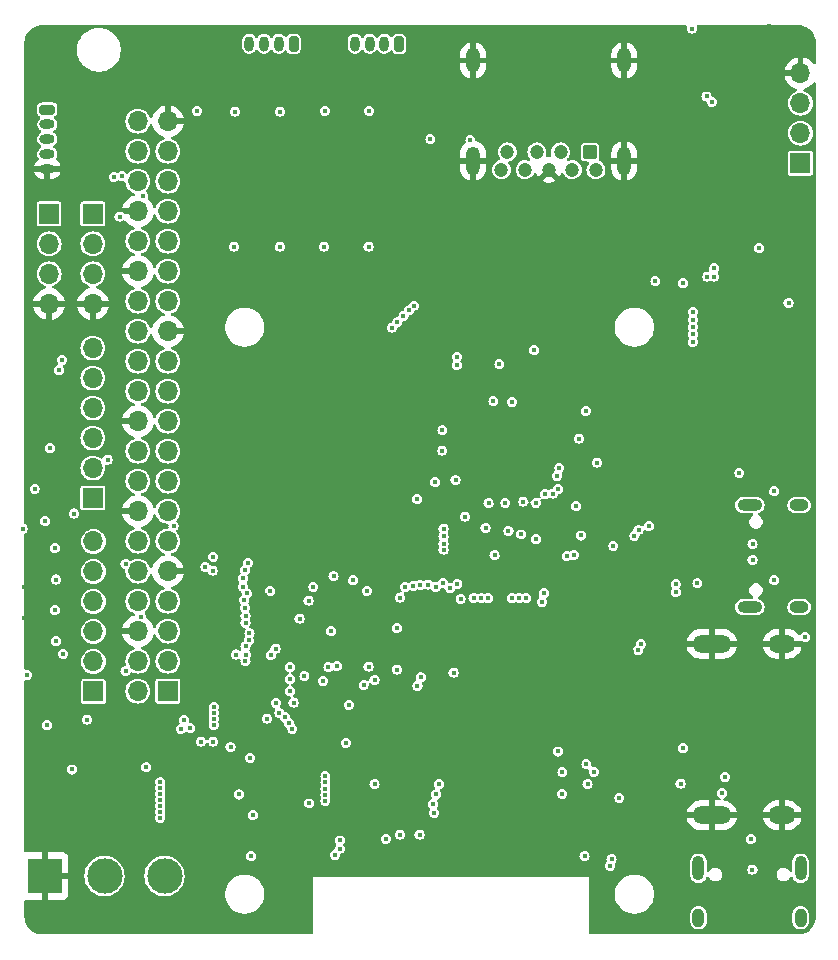
<source format=gbr>
%TF.GenerationSoftware,KiCad,Pcbnew,7.99.0-unknown*%
%TF.CreationDate,2023-12-09T11:39:08-05:00*%
%TF.ProjectId,carrier,63617272-6965-4722-9e6b-696361645f70,V3*%
%TF.SameCoordinates,Original*%
%TF.FileFunction,Copper,L2,Inr*%
%TF.FilePolarity,Positive*%
%FSLAX46Y46*%
G04 Gerber Fmt 4.6, Leading zero omitted, Abs format (unit mm)*
G04 Created by KiCad (PCBNEW 7.99.0-unknown) date 2023-12-09 11:39:08*
%MOMM*%
%LPD*%
G01*
G04 APERTURE LIST*
G04 Aperture macros list*
%AMRoundRect*
0 Rectangle with rounded corners*
0 $1 Rounding radius*
0 $2 $3 $4 $5 $6 $7 $8 $9 X,Y pos of 4 corners*
0 Add a 4 corners polygon primitive as box body*
4,1,4,$2,$3,$4,$5,$6,$7,$8,$9,$2,$3,0*
0 Add four circle primitives for the rounded corners*
1,1,$1+$1,$2,$3*
1,1,$1+$1,$4,$5*
1,1,$1+$1,$6,$7*
1,1,$1+$1,$8,$9*
0 Add four rect primitives between the rounded corners*
20,1,$1+$1,$2,$3,$4,$5,0*
20,1,$1+$1,$4,$5,$6,$7,0*
20,1,$1+$1,$6,$7,$8,$9,0*
20,1,$1+$1,$8,$9,$2,$3,0*%
G04 Aperture macros list end*
%TA.AperFunction,ComponentPad*%
%ADD10RoundRect,0.200000X0.200000X0.450000X-0.200000X0.450000X-0.200000X-0.450000X0.200000X-0.450000X0*%
%TD*%
%TA.AperFunction,ComponentPad*%
%ADD11O,0.800000X1.300000*%
%TD*%
%TA.AperFunction,ComponentPad*%
%ADD12O,2.100000X1.000000*%
%TD*%
%TA.AperFunction,ComponentPad*%
%ADD13O,1.600000X1.000000*%
%TD*%
%TA.AperFunction,ComponentPad*%
%ADD14R,1.700000X1.700000*%
%TD*%
%TA.AperFunction,ComponentPad*%
%ADD15O,1.700000X1.700000*%
%TD*%
%TA.AperFunction,ComponentPad*%
%ADD16R,3.000000X3.000000*%
%TD*%
%TA.AperFunction,ComponentPad*%
%ADD17C,3.000000*%
%TD*%
%TA.AperFunction,ComponentPad*%
%ADD18RoundRect,0.200000X-0.450000X0.200000X-0.450000X-0.200000X0.450000X-0.200000X0.450000X0.200000X0*%
%TD*%
%TA.AperFunction,ComponentPad*%
%ADD19O,1.300000X0.800000*%
%TD*%
%TA.AperFunction,ComponentPad*%
%ADD20O,3.300000X1.500000*%
%TD*%
%TA.AperFunction,ComponentPad*%
%ADD21O,2.300000X1.500000*%
%TD*%
%TA.AperFunction,ComponentPad*%
%ADD22RoundRect,0.250000X0.350000X0.350000X-0.350000X0.350000X-0.350000X-0.350000X0.350000X-0.350000X0*%
%TD*%
%TA.AperFunction,ComponentPad*%
%ADD23C,1.200000*%
%TD*%
%TA.AperFunction,ComponentPad*%
%ADD24O,1.200000X2.400000*%
%TD*%
%TA.AperFunction,ComponentPad*%
%ADD25O,1.200000X2.100000*%
%TD*%
%TA.AperFunction,ComponentPad*%
%ADD26O,1.000000X2.100000*%
%TD*%
%TA.AperFunction,ComponentPad*%
%ADD27O,1.000000X1.600000*%
%TD*%
%TA.AperFunction,ViaPad*%
%ADD28C,0.450000*%
%TD*%
G04 APERTURE END LIST*
D10*
%TO.N,/CM4_GPIO/TRD0+*%
%TO.C,J14*%
X18645195Y90740200D03*
D11*
%TO.N,/CM4_GPIO/TRD0-*%
X17395195Y90740200D03*
%TO.N,/CM4_GPIO/TRD1+*%
X16145195Y90740200D03*
%TO.N,/CM4_GPIO/TRD1-*%
X14895195Y90740200D03*
%TD*%
D12*
%TO.N,Net-(J3-SHIELD)*%
%TO.C,J3*%
X48331995Y43049000D03*
D13*
X52511995Y43049000D03*
D12*
X48331995Y51689000D03*
D13*
X52511995Y51689000D03*
%TD*%
D14*
%TO.N,+3.3v*%
%TO.C,J4*%
X-944005Y35925000D03*
D15*
%TO.N,/+5v*%
X-3484005Y35925000D03*
%TO.N,/SDA*%
X-944005Y38465000D03*
%TO.N,/+5v*%
X-3484005Y38465000D03*
%TO.N,/SCL*%
X-944005Y41005000D03*
%TO.N,GND*%
X-3484005Y41005000D03*
%TO.N,/RPI_TX1*%
X-944005Y43545000D03*
%TO.N,/RPI_TX0*%
X-3484005Y43545000D03*
%TO.N,GND*%
X-944005Y46085000D03*
%TO.N,/RPI_RX0*%
X-3484005Y46085000D03*
%TO.N,/CM4_GPIO/GPIO17*%
X-944005Y48625000D03*
%TO.N,/CM4_GPIO/GPIO18*%
X-3484005Y48625000D03*
%TO.N,/CM4_GPIO/GPIO27*%
X-944005Y51165000D03*
%TO.N,GND*%
X-3484005Y51165000D03*
%TO.N,/CM4_GPIO/GPIO22*%
X-944005Y53705000D03*
%TO.N,/CM4_GPIO/GPIO23*%
X-3484005Y53705000D03*
%TO.N,+3.3v*%
X-944005Y56245000D03*
%TO.N,/CM4_GPIO/GPIO24*%
X-3484005Y56245000D03*
%TO.N,/CM4_GPIO/GPIO10*%
X-944005Y58785000D03*
%TO.N,GND*%
X-3484005Y58785000D03*
%TO.N,/CM4_GPIO/GPIO9*%
X-944005Y61325000D03*
%TO.N,/CM4_GPIO/GPIO25*%
X-3484005Y61325000D03*
%TO.N,/CM4_GPIO/GPIO11*%
X-944005Y63865000D03*
%TO.N,/CM4_GPIO/GPIO8*%
X-3484005Y63865000D03*
%TO.N,GND*%
X-944005Y66405000D03*
%TO.N,/CM4_GPIO/GPIO7*%
X-3484005Y66405000D03*
%TO.N,/CM4_GPIO/WL_nDis*%
X-944005Y68945000D03*
%TO.N,/CM4_GPIO/nRPIBOOT*%
X-3484005Y68945000D03*
%TO.N,/RPI_RX1*%
X-944005Y71485000D03*
%TO.N,GND*%
X-3484005Y71485000D03*
%TO.N,/CM4_GPIO/GPIO6*%
X-944005Y74025000D03*
%TO.N,/CM4_GPIO/GPIO12*%
X-3484005Y74025000D03*
%TO.N,/CM4_GPIO/GPIO13*%
X-944005Y76565000D03*
%TO.N,GND*%
X-3484005Y76565000D03*
%TO.N,/CM4_GPIO/GPIO19*%
X-944005Y79105000D03*
%TO.N,/CM4_GPIO/GPIO16*%
X-3484005Y79105000D03*
%TO.N,/CM4_GPIO/GPIO26*%
X-944005Y81645000D03*
%TO.N,/CM4_GPIO/GPIO20*%
X-3484005Y81645000D03*
%TO.N,GND*%
X-944005Y84185000D03*
%TO.N,/CM4_GPIO/GPIO21*%
X-3484005Y84185000D03*
%TD*%
D14*
%TO.N,/SDA*%
%TO.C,J6*%
X-7294005Y76335000D03*
D15*
%TO.N,/SCL*%
X-7294005Y73795000D03*
%TO.N,+3.3v*%
X-7294005Y71255000D03*
%TO.N,GND*%
X-7294005Y68715000D03*
%TD*%
D16*
%TO.N,GND*%
%TO.C,J7*%
X-11378005Y20273000D03*
D17*
%TO.N,/Power/+5v_RAW*%
X-6298005Y20273000D03*
%TO.N,/Power/+3.3v_RAW*%
X-1218005Y20273000D03*
%TD*%
D18*
%TO.N,/RPI_RX0*%
%TO.C,J1*%
X-11144005Y85163000D03*
D19*
%TO.N,/RPI_TX0*%
X-11144005Y83913000D03*
%TO.N,/RPI_RX1*%
X-11144005Y82663000D03*
%TO.N,/RPI_TX1*%
X-11144005Y81413000D03*
%TO.N,GND*%
X-11144005Y80163000D03*
%TD*%
D14*
%TO.N,/ESP32-S3/ADC1_CH0*%
%TO.C,J10*%
X-7289005Y52275000D03*
D15*
%TO.N,/ESP32-S3/ADC1_CH1*%
X-7289005Y54815000D03*
%TO.N,/ESP32-S3/ADC1_CH2*%
X-7289005Y57355000D03*
%TO.N,/ESP32-S3/ADC1_CH3*%
X-7289005Y59895000D03*
%TO.N,/ESP32-S3/TMS*%
X-7289005Y62435000D03*
%TO.N,/ESP32-S3/TDI*%
X-7289005Y64975000D03*
%TD*%
D20*
%TO.N,GND*%
%TO.C,J2*%
X45111995Y39925800D03*
X45111995Y25425800D03*
D21*
X51071995Y25425800D03*
X51071995Y39925800D03*
%TD*%
D14*
%TO.N,/Power/+3.3v_EXT*%
%TO.C,J8*%
X52621995Y80623000D03*
D15*
X52621995Y83163000D03*
%TO.N,/Power/EN*%
X52621995Y85703000D03*
%TO.N,GND*%
X52621995Y88243000D03*
%TD*%
D14*
%TO.N,/ESP32-S3/ADC2_CH0*%
%TO.C,J11*%
X-7244005Y35895000D03*
D15*
%TO.N,/ESP32-S3/ADC2_CH1*%
X-7244005Y38435000D03*
%TO.N,/ESP32-S3/ADC2_CH2*%
X-7244005Y40975000D03*
%TO.N,/ESP32-S3/ADC2_CH3*%
X-7244005Y43515000D03*
%TO.N,/ESP32-S3/TDO*%
X-7244005Y46055000D03*
%TO.N,/ESP32-S3/TCK*%
X-7244005Y48595000D03*
%TD*%
D10*
%TO.N,/CM4_GPIO/TRD2+*%
%TO.C,J15*%
X9704395Y90740200D03*
D11*
%TO.N,/CM4_GPIO/TRD2-*%
X8454395Y90740200D03*
%TO.N,/CM4_GPIO/TRD3+*%
X7204395Y90740200D03*
%TO.N,/CM4_GPIO/TRD3-*%
X5954395Y90740200D03*
%TD*%
D22*
%TO.N,Net-(J13-VBUS)*%
%TO.C,J13*%
X34805995Y81573000D03*
D23*
%TO.N,/CM4_HighSpeed/USB3/U2D-*%
X32305995Y81573000D03*
%TO.N,/CM4_HighSpeed/USB3/U2D+*%
X30305995Y81573000D03*
%TO.N,Net-(J13-GND)*%
X27805995Y81573000D03*
%TO.N,/CM4_HighSpeed/USB3/U3RXD-*%
X27305995Y80073000D03*
%TO.N,/CM4_HighSpeed/USB3/U3RXD+*%
X29305995Y80073000D03*
%TO.N,GND*%
X31305995Y80073000D03*
%TO.N,/CM4_HighSpeed/USB3/SSTX-*%
X33305995Y80073000D03*
%TO.N,/CM4_HighSpeed/USB3/SSTX+*%
X35305995Y80073000D03*
D24*
%TO.N,GND*%
X37705995Y80823000D03*
D25*
X37705995Y89323000D03*
D24*
X24905995Y80823000D03*
D25*
X24905995Y89323000D03*
%TD*%
D14*
%TO.N,/SDA*%
%TO.C,J5*%
X-10994005Y76335000D03*
D15*
%TO.N,/SCL*%
X-10994005Y73795000D03*
%TO.N,+3.3v*%
X-10994005Y71255000D03*
%TO.N,GND*%
X-10994005Y68715000D03*
%TD*%
D26*
%TO.N,Net-(J9-SHIELD)*%
%TO.C,J9*%
X43985995Y20925000D03*
D27*
X43985995Y16745000D03*
D26*
X52625995Y20925000D03*
D27*
X52625995Y16745000D03*
%TD*%
D28*
%TO.N,GND*%
X41355395Y34352200D03*
X9755195Y40245000D03*
X39692395Y47632200D03*
X39692395Y48800600D03*
X1471995Y18998000D03*
X36695195Y30817400D03*
X-12553005Y25298000D03*
X38320795Y46413000D03*
X2765653Y89386082D03*
X38221304Y48400163D03*
X48096995Y75998000D03*
X41096995Y64998000D03*
X38320795Y38031000D03*
X48571995Y32348000D03*
X41368795Y42806200D03*
X41368795Y46413000D03*
X-1169455Y91652215D03*
X7519995Y35012600D03*
X-12897099Y80090007D03*
X40896995Y22023000D03*
X7316795Y37247800D03*
X35646995Y20448000D03*
X14246995Y55498000D03*
X48821995Y15598000D03*
X4321995Y25623000D03*
X43771995Y85148000D03*
X-7878005Y47323000D03*
X23421995Y29373000D03*
X29671995Y61148000D03*
X5496995Y76448000D03*
X41368795Y41587000D03*
X38320795Y39199400D03*
X40471995Y59073000D03*
X7471995Y75023000D03*
X38320795Y33205000D03*
X39743195Y38031000D03*
X41368795Y38031000D03*
X-503005Y29698000D03*
X41257570Y43754600D03*
X33071995Y77523000D03*
X49946995Y92223000D03*
X18421995Y35073000D03*
X39743195Y41587000D03*
X14035517Y81854737D03*
X41368795Y40418600D03*
X9621995Y27923000D03*
X36695195Y42806200D03*
X2698208Y43615539D03*
X41352795Y37146200D03*
X39743195Y44025400D03*
X2795595Y41718200D03*
X-9228005Y69698000D03*
X38320795Y34424200D03*
X46921995Y18223000D03*
X36695195Y38031000D03*
X-9478005Y63223000D03*
X44603995Y63409800D03*
X51771995Y92098000D03*
X21171995Y67723000D03*
X52596995Y27298000D03*
X30946995Y75773000D03*
X38320795Y36811800D03*
X-3592550Y19149083D03*
X-12478005Y50123000D03*
X28794578Y22685496D03*
X7265995Y46036200D03*
X41368795Y39199400D03*
X7265995Y48830200D03*
X7316795Y50049400D03*
X29696995Y74723000D03*
X-9578005Y66123000D03*
X-12653005Y85473000D03*
X18046995Y60748000D03*
X15952795Y41921400D03*
X43646995Y87373000D03*
X39796595Y35643400D03*
X41809995Y33082200D03*
X-9578005Y61023000D03*
X13463595Y39432200D03*
X-12878005Y47323000D03*
X30196995Y71098000D03*
X38558795Y62698600D03*
X23121995Y70973000D03*
X15851195Y69353400D03*
X7466680Y40390977D03*
X25071995Y33173000D03*
X18021995Y30223000D03*
X31071995Y27873000D03*
X7265995Y44055000D03*
X53471995Y76698000D03*
X40285995Y28815000D03*
X38320795Y45193800D03*
X39796595Y33205000D03*
X36695195Y34424200D03*
X14327195Y40753000D03*
X42694495Y76423000D03*
X39726153Y45400000D03*
X16596995Y75823000D03*
X46446995Y67398000D03*
X39743195Y32036600D03*
X31071995Y63323000D03*
X23146995Y26598000D03*
X-13078005Y42123000D03*
X13071995Y78898000D03*
X39743195Y40418600D03*
X32391995Y60423000D03*
X36695195Y36811800D03*
X-9203005Y74973000D03*
X38320795Y47632200D03*
X39743195Y39199400D03*
X7265995Y38467000D03*
X16544661Y81729280D03*
X38406395Y55942200D03*
X41606795Y35774600D03*
X36695195Y48800600D03*
X-13078005Y44723000D03*
X6376995Y22592000D03*
X26721995Y42198000D03*
X5995995Y30847000D03*
X9043995Y43343800D03*
X5396995Y81723000D03*
X49271995Y41648000D03*
X18446995Y65098000D03*
X7316795Y42023000D03*
X24246995Y74573000D03*
X4268795Y37146200D03*
X8485195Y69302600D03*
X29846995Y77123000D03*
X39793995Y36811800D03*
X10521995Y64473000D03*
X11651830Y75406237D03*
X41368795Y30817400D03*
X49982501Y19164682D03*
X7521995Y22023000D03*
X36695195Y47632200D03*
X51461995Y47369000D03*
X36695195Y45193800D03*
X41317995Y47632200D03*
X-12794005Y82663000D03*
X39743195Y46413000D03*
X36679195Y32015400D03*
X38304795Y32015400D03*
X39796595Y34424200D03*
X38320795Y30817400D03*
X-8353005Y18798000D03*
X35571995Y77498000D03*
X43071995Y58373000D03*
X41301995Y31964600D03*
X9744881Y78341936D03*
X39743195Y42806200D03*
X36695195Y39199400D03*
X8739195Y22769800D03*
X42419595Y27392600D03*
X2846395Y48068200D03*
X50446995Y35523000D03*
X47799461Y37909288D03*
X12271995Y60398000D03*
X36096995Y68023000D03*
X-9853005Y23023000D03*
X39743195Y30817400D03*
X36695195Y44025400D03*
X-11627349Y91330669D03*
X41368795Y45193800D03*
X36896995Y15648000D03*
X-12228005Y32148000D03*
X-10877076Y88237704D03*
X24921995Y40898000D03*
X26569995Y76363800D03*
X2795595Y38060600D03*
X36695195Y35592600D03*
X38320795Y35592600D03*
X44446995Y80223000D03*
X-9194005Y72535000D03*
X38320795Y44025400D03*
X4321995Y69098000D03*
X-9103005Y77398000D03*
X47021995Y61723000D03*
X2846395Y48830200D03*
X9393601Y81628914D03*
X-6053005Y85048000D03*
X-3153005Y89273000D03*
X7265995Y47661800D03*
X41860795Y29221400D03*
X-4953005Y31523000D03*
X36695195Y33205000D03*
X11990395Y69455000D03*
X41971995Y79998000D03*
X40031995Y25614600D03*
X18871995Y79498000D03*
X21421995Y22748000D03*
X2998795Y50100200D03*
X-6478005Y82298000D03*
X-3803005Y22098000D03*
X2795595Y39635400D03*
X35966995Y71498000D03*
X41317995Y48800600D03*
X28805195Y46087000D03*
X36695195Y46413000D03*
X38320795Y42806200D03*
%TO.N,/+5v*%
X-1578005Y25699000D03*
X19483395Y68159600D03*
X43512795Y68032600D03*
X14123995Y31558200D03*
X-11174405Y33031400D03*
X45121995Y85823000D03*
X2947995Y33082200D03*
X43512795Y66153000D03*
X-9802805Y39076600D03*
X43512795Y65492600D03*
X-10412405Y45375000D03*
X-1578005Y26715000D03*
X12396795Y26630600D03*
X43512795Y66762600D03*
X-10412405Y40145000D03*
X50395195Y45325000D03*
X-1578005Y27223000D03*
X45321995Y71023000D03*
X-2764005Y29481000D03*
X47448795Y54418200D03*
X53036795Y40499000D03*
X-10514005Y42770000D03*
X12396795Y27646600D03*
X12396795Y28713400D03*
X-1578005Y26207000D03*
X-10514005Y48050000D03*
X-1578005Y28239000D03*
X43512795Y67372200D03*
X12396795Y28205400D03*
X19889795Y68566000D03*
X-13234505Y49693800D03*
X-1578005Y27731000D03*
X2947995Y34606200D03*
X44671995Y86273000D03*
X44747492Y71023000D03*
X2947995Y33590200D03*
X45321995Y71723000D03*
X50395195Y52843400D03*
X18035595Y66711800D03*
X-12850805Y37298600D03*
X-1578005Y25191000D03*
X18492795Y67169000D03*
X19000795Y67677000D03*
X43892795Y45071000D03*
X2947995Y34098200D03*
X-10920405Y56501000D03*
X45975595Y27291000D03*
X12396795Y27138600D03*
%TO.N,/CM4_HighSpeed/HDMI_5v*%
X46229595Y28662600D03*
%TO.N,+3.3v*%
X18695995Y23785800D03*
X24233195Y50709800D03*
X18441995Y37755800D03*
X35409195Y55281800D03*
X23521995Y64222600D03*
X16054395Y38009800D03*
X28805195Y43801000D03*
X9399595Y35927000D03*
X15901995Y44410600D03*
X-9044005Y29295000D03*
X18727056Y43847179D03*
X28195595Y43801000D03*
X14377995Y34758600D03*
X34062997Y49109602D03*
X-12219005Y53046600D03*
X9399595Y36943000D03*
X30989595Y52589400D03*
X20372395Y23785800D03*
X30227595Y48779400D03*
X17521995Y23423000D03*
X16562395Y28053000D03*
X34443995Y59650600D03*
X25604795Y43801000D03*
X26163595Y43801000D03*
X21693195Y53605400D03*
X24944395Y43801000D03*
X18441995Y41261000D03*
X9399595Y37959000D03*
X29414795Y43801000D03*
X10212395Y42073800D03*
X-7785005Y33516000D03*
%TO.N,/+1.05v*%
X33885195Y57313800D03*
X20169195Y52183000D03*
X22404395Y49033400D03*
X22302795Y56295000D03*
X26620795Y60463400D03*
X27128795Y63613000D03*
X22404395Y48423800D03*
X27899684Y49481836D03*
X22404395Y47915800D03*
X22302795Y58025000D03*
X28973468Y49199534D03*
X22404395Y49693800D03*
X23521997Y63538358D03*
X27636795Y51878200D03*
X28195595Y60412600D03*
X29160795Y51979800D03*
%TO.N,/Power/+5v_RAW*%
X13615995Y22592000D03*
X13615995Y23285000D03*
X13209761Y22058766D03*
%TO.N,Net-(C35-Pad2)*%
X37288795Y26884600D03*
X51614395Y68794600D03*
%TO.N,/ESP32-S3/EN*%
X34342395Y21957000D03*
%TO.N,/CM4_HighSpeed/USB3/A+3.3v*%
X26214395Y51827400D03*
X26721675Y47429800D03*
X30075193Y64781400D03*
X25960395Y49744600D03*
%TO.N,/CM4_HighSpeed/USB3/VBUS1*%
X49121995Y73423000D03*
%TO.N,Net-(J13-GND)*%
X24671995Y82573000D03*
%TO.N,Net-(D5-A)*%
X12193595Y36790600D03*
X-9904405Y63968600D03*
%TO.N,/RPI_RX1*%
X7724978Y44400526D03*
X23846995Y43723000D03*
X5734629Y44217203D03*
X35121995Y29098000D03*
%TO.N,/RPI_TX1*%
X-3046405Y77887800D03*
X5637484Y39720666D03*
X23246995Y37498000D03*
X10621995Y37198000D03*
X32446995Y27223000D03*
%TO.N,/RPI_TX0*%
X-5523011Y79469194D03*
%TO.N,/RPI_RX0*%
X-4824405Y79513400D03*
%TO.N,/CM4_HighSpeed/HDMI0_HOTPLUG*%
X42470395Y28103800D03*
X38863346Y39388320D03*
%TO.N,/CM4_HighSpeed/HDMI0_CEC*%
X39092195Y39914800D03*
X42673595Y31101000D03*
%TO.N,/CM4_HighSpeed/USB2_P*%
X38558795Y49084200D03*
X48566395Y48373000D03*
X42063995Y44309000D03*
X48566395Y47052200D03*
%TO.N,/CM4_HighSpeed/USB2_N*%
X42055243Y44981886D03*
X38914395Y49592200D03*
%TO.N,/CM4_GPIO/GPIO17*%
X5939098Y40219718D03*
%TO.N,/SCL*%
X16562395Y36892200D03*
X8180395Y39533800D03*
X-3198805Y42226200D03*
X5693205Y39022885D03*
%TO.N,/CM4_GPIO/GPIO22*%
X5640395Y41718200D03*
%TO.N,/CM4_GPIO/GPIO13*%
X5429152Y45465518D03*
%TO.N,/CM4_GPIO/GPIO10*%
X5642527Y42316601D03*
%TO.N,/CM4_GPIO/GPIO9*%
X5590090Y43006574D03*
%TO.N,/CM4_GPIO/nRPIBOOT*%
X2897195Y31659800D03*
%TO.N,/CM4_GPIO/GPIO6*%
X5406207Y44765892D03*
%TO.N,/CM4_GPIO/GPIO26*%
X5843595Y46798200D03*
%TO.N,/SDA*%
X15637255Y36463800D03*
X-4519605Y46696600D03*
X-5027605Y76109800D03*
X7773995Y38975000D03*
X5633462Y38451497D03*
X12896995Y41023000D03*
%TO.N,/CM4_GPIO/GPIO27*%
X5968470Y40818928D03*
%TO.N,/CM4_GPIO/GPIO19*%
X5583621Y46148264D03*
%TO.N,/CM4_GPIO/BT_nDis*%
X1885995Y31655000D03*
%TO.N,/CM4_GPIO/GPIO11*%
X5533659Y43663241D03*
%TO.N,/ESP32-S3/USB_P*%
X36628395Y21703000D03*
%TO.N,/ESP32-S3/USB_N*%
X48555995Y20815000D03*
X48413995Y23379400D03*
X36503768Y21142178D03*
%TO.N,/ESP32-S3/TMS*%
X22949327Y44685727D03*
X32078632Y30818437D03*
%TO.N,/ESP32-S3/ADC1_CH1*%
X21056432Y44951291D03*
X21511995Y26353897D03*
%TO.N,/ESP32-S3/TDI*%
X34494795Y29729400D03*
X23576840Y44995939D03*
%TO.N,/ESP32-S3/ADC1_CH3*%
X22362199Y45066889D03*
X21997995Y28053000D03*
%TO.N,/ESP32-S3/ADC1_CH2*%
X21782795Y27189400D03*
X21730989Y44764271D03*
%TO.N,/ESP32-S3/ADC1_CH0*%
X21621995Y25623000D03*
X20442000Y44922355D03*
%TO.N,/ESP32-S3/ADC2_CH1*%
X8506113Y34087961D03*
%TO.N,/ESP32-S3/ADC2_CH0*%
X-4519605Y37603400D03*
X407995Y33488600D03*
X8958896Y33734350D03*
%TO.N,/ESP32-S3/TDO*%
X20196513Y36385844D03*
X19153195Y44766200D03*
X32462795Y29069000D03*
%TO.N,/ESP32-S3/ADC2_CH2*%
X950002Y32798671D03*
X9297995Y33234600D03*
%TO.N,/ESP32-S3/TCK*%
X20486397Y37123650D03*
X34596395Y28053000D03*
X19841907Y44840618D03*
%TO.N,/ESP32-S3/ADC2_CH3*%
X9602795Y32726600D03*
X153995Y32726600D03*
%TO.N,/CM4_GPIO/WL_nDis*%
X4827595Y39025800D03*
%TO.N,/CM4_GPIO/nPWR_LED*%
X9704395Y34961800D03*
X4370395Y31202600D03*
%TO.N,/CM4_HighSpeed/PCIE_nRST*%
X23420395Y53808600D03*
X36780795Y48220600D03*
%TO.N,Net-(Module1A-SDA0)*%
X7435995Y33605000D03*
%TO.N,/CM4_GPIO/ETH_LEDY*%
X-8888405Y50963800D03*
X2897195Y47306200D03*
%TO.N,/CM4_HighSpeed/PCIE_CLK_nREQ*%
X33631195Y51573400D03*
X39777995Y49897000D03*
%TO.N,/CM4_GPIO/ETH_LEDG*%
X2236795Y46442600D03*
X-11326805Y50303400D03*
%TO.N,/CM4_GPIO/nEXTRST*%
X6031158Y30273574D03*
X30227595Y51878200D03*
%TO.N,Net-(Module1A-PI_nLED_Activity)*%
X-455605Y49947800D03*
X-6040797Y55527977D03*
X2846395Y46137800D03*
X-10158405Y63104998D03*
%TO.N,/CM4_GPIO/CT2*%
X8535995Y73569800D03*
X4675195Y73569800D03*
%TO.N,/ESP32-S3/ADC1_CH4*%
X11021995Y26423000D03*
%TO.N,/ESP32-S3/ADC2_CH4*%
X6121995Y21957000D03*
%TO.N,Net-(U12-PGTH)*%
X5081595Y27180000D03*
X6249995Y25411400D03*
%TO.N,/CM4_HighSpeed/USB3/SPISO*%
X30735595Y43496200D03*
X31660462Y52653482D03*
%TO.N,/CM4_HighSpeed/USB3/OCI1B*%
X42673595Y70471000D03*
X40336795Y70623400D03*
%TO.N,Net-(U7-DRDY)*%
X13370341Y38033200D03*
%TO.N,Net-(U7-INT)*%
X12650795Y37959000D03*
%TO.N,Net-(U8-INT1)*%
X13086462Y45659067D03*
%TO.N,Net-(U8-INT2)*%
X14733595Y45325000D03*
%TO.N,Net-(U8-INT3)*%
X10974395Y43597800D03*
%TO.N,Net-(U8-INT4)*%
X11380795Y44766200D03*
%TO.N,/CM4_HighSpeed/USB3/SPISI*%
X33427995Y47458596D03*
X32208795Y54824600D03*
%TO.N,/CM4_HighSpeed/USB3/SPICSB*%
X30887995Y44207400D03*
X32102395Y53023308D03*
%TO.N,/CM4_HighSpeed/USB3/SPISCK*%
X32005595Y54164200D03*
X32840395Y47357000D03*
%TO.N,Net-(R51-Pad1)*%
X8535995Y84999800D03*
X4725995Y84999800D03*
X1525595Y85050600D03*
%TO.N,Net-(R52-Pad1)*%
X12345995Y85050600D03*
X21286795Y82663000D03*
X16105195Y85050600D03*
%TO.N,/CM4_GPIO/CT1*%
X16054395Y73569800D03*
X12295195Y73569800D03*
%TO.N,Net-(Module1A-SCL0)*%
X8195995Y34945000D03*
%TO.N,/Power/+3.3v_EXT*%
X43421995Y92023000D03*
%TD*%
%TA.AperFunction,Conductor*%
%TO.N,GND*%
G36*
X42962702Y92302815D02*
G01*
X43008457Y92250011D01*
X43018401Y92180853D01*
X43013593Y92160178D01*
X43012274Y92156121D01*
X42991191Y92023003D01*
X42991191Y92022998D01*
X43012274Y91889879D01*
X43012275Y91889876D01*
X43012276Y91889874D01*
X43059156Y91797867D01*
X43073468Y91769779D01*
X43073471Y91769775D01*
X43168769Y91674477D01*
X43168773Y91674474D01*
X43168775Y91674472D01*
X43288869Y91613281D01*
X43288871Y91613281D01*
X43288873Y91613280D01*
X43421993Y91592196D01*
X43421995Y91592196D01*
X43421997Y91592196D01*
X43555116Y91613280D01*
X43555116Y91613281D01*
X43555121Y91613281D01*
X43675215Y91674472D01*
X43770523Y91769780D01*
X43831714Y91889874D01*
X43841233Y91949976D01*
X43852799Y92022998D01*
X43852799Y92023003D01*
X43831715Y92156121D01*
X43831714Y92156123D01*
X43831714Y92156126D01*
X43831712Y92156130D01*
X43830397Y92160178D01*
X43830248Y92165386D01*
X43830188Y92165765D01*
X43830237Y92165773D01*
X43828400Y92230019D01*
X43864478Y92289853D01*
X43927178Y92320683D01*
X43948327Y92322500D01*
X52356104Y92322500D01*
X52419781Y92322500D01*
X52424204Y92322343D01*
X52626556Y92307871D01*
X52644060Y92305354D01*
X52835794Y92263646D01*
X52852752Y92258667D01*
X53036609Y92190091D01*
X53052688Y92182748D01*
X53224919Y92088704D01*
X53239782Y92079151D01*
X53373497Y91979054D01*
X53396862Y91961563D01*
X53410233Y91949977D01*
X53548971Y91811239D01*
X53560557Y91797868D01*
X53678145Y91640789D01*
X53687710Y91625906D01*
X53781741Y91453703D01*
X53789091Y91437610D01*
X53857662Y91253765D01*
X53862646Y91236788D01*
X53904351Y91045068D01*
X53906869Y91027558D01*
X53921337Y90825281D01*
X53921495Y90820857D01*
X53921495Y89134053D01*
X53901810Y89067014D01*
X53849006Y89021259D01*
X53779848Y89011315D01*
X53716292Y89040340D01*
X53695920Y89062929D01*
X53660104Y89114078D01*
X53660103Y89114080D01*
X53493077Y89281106D01*
X53299573Y89416601D01*
X53085487Y89516430D01*
X53085481Y89516433D01*
X52871995Y89573636D01*
X52871995Y88676012D01*
X52814988Y88708925D01*
X52687821Y88743000D01*
X52556169Y88743000D01*
X52429002Y88708925D01*
X52371995Y88676012D01*
X52371995Y89573636D01*
X52371994Y89573636D01*
X52158508Y89516433D01*
X52158502Y89516430D01*
X51944417Y89416601D01*
X51944415Y89416600D01*
X51750921Y89281114D01*
X51750915Y89281109D01*
X51583886Y89114080D01*
X51583881Y89114074D01*
X51448395Y88920580D01*
X51448394Y88920578D01*
X51348565Y88706493D01*
X51348562Y88706487D01*
X51291359Y88493001D01*
X51291359Y88493000D01*
X52188983Y88493000D01*
X52156070Y88435993D01*
X52121995Y88308826D01*
X52121995Y88177174D01*
X52156070Y88050007D01*
X52188983Y87993000D01*
X51291359Y87993000D01*
X51348562Y87779514D01*
X51348565Y87779508D01*
X51448394Y87565422D01*
X51583889Y87371918D01*
X51750912Y87204895D01*
X51944416Y87069400D01*
X52158502Y86969571D01*
X52158511Y86969567D01*
X52280644Y86936842D01*
X52340305Y86900477D01*
X52370834Y86837631D01*
X52362540Y86768255D01*
X52318054Y86714377D01*
X52284547Y86698407D01*
X52218041Y86678233D01*
X52087353Y86608378D01*
X52035545Y86580685D01*
X52035543Y86580684D01*
X52035542Y86580683D01*
X51875584Y86449411D01*
X51744312Y86289453D01*
X51744310Y86289450D01*
X51713986Y86232719D01*
X51646764Y86106957D01*
X51586694Y85908933D01*
X51566412Y85703000D01*
X51586694Y85497068D01*
X51597841Y85460321D01*
X51646763Y85299046D01*
X51744310Y85116550D01*
X51744312Y85116548D01*
X51875584Y84956590D01*
X51923242Y84917479D01*
X52035545Y84825315D01*
X52218041Y84727768D01*
X52416061Y84667700D01*
X52416060Y84667700D01*
X52434524Y84665882D01*
X52621995Y84647417D01*
X52827929Y84667700D01*
X53025949Y84727768D01*
X53208445Y84825315D01*
X53368405Y84956590D01*
X53499680Y85116550D01*
X53597227Y85299046D01*
X53657295Y85497066D01*
X53674092Y85667608D01*
X53687704Y85701319D01*
X53678518Y85715613D01*
X53674092Y85738394D01*
X53657295Y85908933D01*
X53657295Y85908934D01*
X53597227Y86106954D01*
X53499680Y86289450D01*
X53447697Y86352791D01*
X53368405Y86449411D01*
X53208447Y86580683D01*
X53208448Y86580683D01*
X53208445Y86580685D01*
X53025949Y86678232D01*
X52959442Y86698407D01*
X52901004Y86736704D01*
X52872548Y86800516D01*
X52883108Y86869583D01*
X52929332Y86921977D01*
X52963345Y86936842D01*
X53085478Y86969567D01*
X53085487Y86969571D01*
X53299573Y87069400D01*
X53493077Y87204895D01*
X53660103Y87371921D01*
X53695920Y87423072D01*
X53750497Y87466697D01*
X53819995Y87473891D01*
X53882350Y87442368D01*
X53917764Y87382138D01*
X53921495Y87351949D01*
X53921495Y85750548D01*
X53907271Y85702108D01*
X53919323Y85678558D01*
X53921495Y85655453D01*
X53921495Y83210548D01*
X53907271Y83162108D01*
X53919323Y83138558D01*
X53921495Y83115453D01*
X53921495Y16825214D01*
X53921337Y16820790D01*
X53906864Y16618443D01*
X53904346Y16600932D01*
X53862641Y16409214D01*
X53857657Y16392238D01*
X53789086Y16208393D01*
X53781736Y16192300D01*
X53687704Y16020094D01*
X53678139Y16005211D01*
X53560560Y15848143D01*
X53548974Y15834771D01*
X53410226Y15696024D01*
X53396855Y15684439D01*
X53239786Y15566859D01*
X53224903Y15557294D01*
X53052694Y15463261D01*
X53036600Y15455911D01*
X52852761Y15387343D01*
X52835786Y15382359D01*
X52644064Y15340653D01*
X52626552Y15338135D01*
X52424133Y15323658D01*
X52419709Y15323500D01*
X34821995Y15323500D01*
X34754956Y15343185D01*
X34709201Y15395989D01*
X34697995Y15447500D01*
X34697995Y16376005D01*
X43285494Y16376005D01*
X43312413Y16240678D01*
X43312416Y16240668D01*
X43365216Y16113196D01*
X43365223Y16113183D01*
X43441880Y15998459D01*
X43441883Y15998455D01*
X43539449Y15900889D01*
X43539453Y15900886D01*
X43654177Y15824229D01*
X43654190Y15824222D01*
X43781662Y15771422D01*
X43781667Y15771420D01*
X43781671Y15771420D01*
X43781672Y15771419D01*
X43916999Y15744500D01*
X43917002Y15744500D01*
X44054990Y15744500D01*
X44146036Y15762611D01*
X44190323Y15771420D01*
X44317806Y15824225D01*
X44432537Y15900886D01*
X44530109Y15998458D01*
X44606770Y16113189D01*
X44659575Y16240672D01*
X44668384Y16284959D01*
X44686495Y16376005D01*
X51925494Y16376005D01*
X51952413Y16240678D01*
X51952416Y16240668D01*
X52005216Y16113196D01*
X52005223Y16113183D01*
X52081880Y15998459D01*
X52081883Y15998455D01*
X52179449Y15900889D01*
X52179453Y15900886D01*
X52294177Y15824229D01*
X52294190Y15824222D01*
X52421662Y15771422D01*
X52421667Y15771420D01*
X52421671Y15771420D01*
X52421672Y15771419D01*
X52556999Y15744500D01*
X52557002Y15744500D01*
X52694990Y15744500D01*
X52786036Y15762611D01*
X52830323Y15771420D01*
X52957806Y15824225D01*
X53072537Y15900886D01*
X53170109Y15998458D01*
X53246770Y16113189D01*
X53299575Y16240672D01*
X53308384Y16284959D01*
X53326495Y16376005D01*
X53326495Y17113996D01*
X53299576Y17249323D01*
X53299575Y17249324D01*
X53299575Y17249328D01*
X53299573Y17249333D01*
X53246773Y17376805D01*
X53246766Y17376818D01*
X53170109Y17491542D01*
X53170106Y17491546D01*
X53072540Y17589112D01*
X53072536Y17589115D01*
X52957812Y17665772D01*
X52957799Y17665779D01*
X52830327Y17718579D01*
X52830317Y17718582D01*
X52694990Y17745500D01*
X52694988Y17745500D01*
X52557002Y17745500D01*
X52557000Y17745500D01*
X52421672Y17718582D01*
X52421662Y17718579D01*
X52294190Y17665779D01*
X52294177Y17665772D01*
X52179453Y17589115D01*
X52179449Y17589112D01*
X52081883Y17491546D01*
X52081880Y17491542D01*
X52005223Y17376818D01*
X52005216Y17376805D01*
X51952416Y17249333D01*
X51952413Y17249323D01*
X51925495Y17113996D01*
X51925495Y17113993D01*
X51925495Y16376007D01*
X51925495Y16376005D01*
X51925494Y16376005D01*
X44686495Y16376005D01*
X44686495Y17113996D01*
X44659576Y17249323D01*
X44659575Y17249324D01*
X44659575Y17249328D01*
X44659573Y17249333D01*
X44606773Y17376805D01*
X44606766Y17376818D01*
X44530109Y17491542D01*
X44530106Y17491546D01*
X44432540Y17589112D01*
X44432536Y17589115D01*
X44317812Y17665772D01*
X44317799Y17665779D01*
X44190327Y17718579D01*
X44190317Y17718582D01*
X44054990Y17745500D01*
X44054988Y17745500D01*
X43917002Y17745500D01*
X43917000Y17745500D01*
X43781672Y17718582D01*
X43781662Y17718579D01*
X43654190Y17665779D01*
X43654177Y17665772D01*
X43539453Y17589115D01*
X43539449Y17589112D01*
X43441883Y17491546D01*
X43441880Y17491542D01*
X43365223Y17376818D01*
X43365216Y17376805D01*
X43312416Y17249333D01*
X43312413Y17249323D01*
X43285495Y17113996D01*
X43285495Y17113993D01*
X43285495Y16376007D01*
X43285495Y16376005D01*
X43285494Y16376005D01*
X34697995Y16376005D01*
X34697995Y18615098D01*
X36915495Y18615098D01*
X36956135Y18358507D01*
X37036417Y18111424D01*
X37117529Y17952236D01*
X37154361Y17879949D01*
X37307064Y17669771D01*
X37490766Y17486069D01*
X37700944Y17333366D01*
X37848440Y17258213D01*
X37932418Y17215423D01*
X37932420Y17215423D01*
X37932423Y17215421D01*
X38179502Y17135140D01*
X38311701Y17114203D01*
X38436093Y17094500D01*
X38436098Y17094500D01*
X38695897Y17094500D01*
X38818987Y17113996D01*
X38952488Y17135140D01*
X39199567Y17215421D01*
X39431046Y17333366D01*
X39641224Y17486069D01*
X39824926Y17669771D01*
X39977629Y17879949D01*
X40095574Y18111428D01*
X40175855Y18358507D01*
X40203161Y18530914D01*
X40216495Y18615098D01*
X40216495Y18874903D01*
X40194942Y19010979D01*
X40175855Y19131493D01*
X40095574Y19378572D01*
X40095572Y19378575D01*
X40095572Y19378577D01*
X40027079Y19513000D01*
X39977629Y19610051D01*
X39824926Y19820229D01*
X39641224Y20003931D01*
X39589329Y20041635D01*
X39431049Y20156632D01*
X39431048Y20156633D01*
X39431046Y20156634D01*
X39349573Y20198147D01*
X39199571Y20274578D01*
X39102848Y20306005D01*
X43285494Y20306005D01*
X43312413Y20170678D01*
X43312416Y20170668D01*
X43365216Y20043196D01*
X43365223Y20043183D01*
X43441880Y19928459D01*
X43441883Y19928455D01*
X43539449Y19830889D01*
X43539453Y19830886D01*
X43654177Y19754229D01*
X43654190Y19754222D01*
X43781662Y19701422D01*
X43781667Y19701420D01*
X43781671Y19701420D01*
X43781672Y19701419D01*
X43916999Y19674500D01*
X43917002Y19674500D01*
X44054990Y19674500D01*
X44146036Y19692611D01*
X44190323Y19701420D01*
X44317806Y19754225D01*
X44432537Y19830886D01*
X44530109Y19928458D01*
X44606770Y20043189D01*
X44655839Y20161654D01*
X44699679Y20216057D01*
X44765973Y20238122D01*
X44833673Y20220843D01*
X44877787Y20176202D01*
X44886187Y20161653D01*
X44955480Y20041635D01*
X45062630Y19934485D01*
X45193860Y19858719D01*
X45340229Y19819500D01*
X45340231Y19819500D01*
X45491759Y19819500D01*
X45491761Y19819500D01*
X45638130Y19858719D01*
X45769360Y19934485D01*
X45876510Y20041635D01*
X45952276Y20172865D01*
X45991495Y20319234D01*
X50620495Y20319234D01*
X50632882Y20273005D01*
X50659714Y20172864D01*
X50666187Y20161653D01*
X50735480Y20041635D01*
X50842630Y19934485D01*
X50973860Y19858719D01*
X51120229Y19819500D01*
X51120231Y19819500D01*
X51271759Y19819500D01*
X51271761Y19819500D01*
X51418130Y19858719D01*
X51549360Y19934485D01*
X51656510Y20041635D01*
X51732276Y20172865D01*
X51732276Y20172866D01*
X51734202Y20176201D01*
X51784769Y20224417D01*
X51853376Y20237639D01*
X51918241Y20211671D01*
X51956150Y20161654D01*
X52005218Y20043192D01*
X52005223Y20043183D01*
X52081880Y19928459D01*
X52081883Y19928455D01*
X52179449Y19830889D01*
X52179453Y19830886D01*
X52294177Y19754229D01*
X52294190Y19754222D01*
X52421662Y19701422D01*
X52421667Y19701420D01*
X52421671Y19701420D01*
X52421672Y19701419D01*
X52556999Y19674500D01*
X52557002Y19674500D01*
X52694990Y19674500D01*
X52786036Y19692611D01*
X52830323Y19701420D01*
X52957806Y19754225D01*
X53072537Y19830886D01*
X53170109Y19928458D01*
X53246770Y20043189D01*
X53299575Y20170672D01*
X53319929Y20272996D01*
X53326495Y20306005D01*
X53326495Y21543996D01*
X53299576Y21679323D01*
X53299575Y21679324D01*
X53299575Y21679328D01*
X53270381Y21749810D01*
X53246773Y21806805D01*
X53246766Y21806818D01*
X53170109Y21921542D01*
X53170106Y21921546D01*
X53072540Y22019112D01*
X53072536Y22019115D01*
X52957812Y22095772D01*
X52957799Y22095779D01*
X52830327Y22148579D01*
X52830317Y22148582D01*
X52694990Y22175500D01*
X52694988Y22175500D01*
X52557002Y22175500D01*
X52557000Y22175500D01*
X52421672Y22148582D01*
X52421662Y22148579D01*
X52294190Y22095779D01*
X52294177Y22095772D01*
X52179453Y22019115D01*
X52179449Y22019112D01*
X52081883Y21921546D01*
X52081880Y21921542D01*
X52005223Y21806818D01*
X52005216Y21806805D01*
X51952416Y21679333D01*
X51952413Y21679323D01*
X51925495Y21543996D01*
X51925495Y20745245D01*
X51905810Y20678206D01*
X51853006Y20632451D01*
X51783848Y20622507D01*
X51720292Y20651532D01*
X51694108Y20683244D01*
X51677867Y20711374D01*
X51656510Y20748365D01*
X51549360Y20855515D01*
X51483745Y20893398D01*
X51418131Y20931281D01*
X51344945Y20950891D01*
X51271761Y20970500D01*
X51120229Y20970500D01*
X50973858Y20931281D01*
X50842630Y20855515D01*
X50842627Y20855513D01*
X50735482Y20748368D01*
X50735480Y20748365D01*
X50659714Y20617137D01*
X50635605Y20527157D01*
X50620495Y20470766D01*
X50620495Y20319234D01*
X45991495Y20319234D01*
X45991495Y20470766D01*
X45952276Y20617135D01*
X45949174Y20622507D01*
X45917016Y20678206D01*
X45876510Y20748365D01*
X45809877Y20814998D01*
X48125191Y20814998D01*
X48146274Y20681879D01*
X48146275Y20681876D01*
X48146276Y20681874D01*
X48207467Y20561780D01*
X48207468Y20561779D01*
X48207471Y20561775D01*
X48302769Y20466477D01*
X48302773Y20466474D01*
X48302775Y20466472D01*
X48422869Y20405281D01*
X48422871Y20405281D01*
X48422873Y20405280D01*
X48555993Y20384196D01*
X48555995Y20384196D01*
X48555997Y20384196D01*
X48689116Y20405280D01*
X48689116Y20405281D01*
X48689121Y20405281D01*
X48809215Y20466472D01*
X48904523Y20561780D01*
X48965714Y20681874D01*
X48969328Y20704690D01*
X48986799Y20814998D01*
X48986799Y20815003D01*
X48965715Y20948122D01*
X48965714Y20948124D01*
X48965714Y20948126D01*
X48904523Y21068220D01*
X48904521Y21068222D01*
X48904518Y21068226D01*
X48809220Y21163524D01*
X48809216Y21163527D01*
X48809215Y21163528D01*
X48689121Y21224719D01*
X48689119Y21224720D01*
X48689116Y21224721D01*
X48555997Y21245804D01*
X48555993Y21245804D01*
X48422873Y21224721D01*
X48302773Y21163527D01*
X48302769Y21163524D01*
X48207471Y21068226D01*
X48207468Y21068222D01*
X48146274Y20948122D01*
X48125191Y20815003D01*
X48125191Y20814998D01*
X45809877Y20814998D01*
X45769360Y20855515D01*
X45703745Y20893398D01*
X45638131Y20931281D01*
X45564945Y20950891D01*
X45491761Y20970500D01*
X45340229Y20970500D01*
X45193858Y20931281D01*
X45062630Y20855515D01*
X45062627Y20855513D01*
X44955482Y20748368D01*
X44955480Y20748365D01*
X44917882Y20683244D01*
X44867314Y20635029D01*
X44798707Y20621807D01*
X44733842Y20647775D01*
X44693314Y20704690D01*
X44686495Y20745245D01*
X44686495Y21543996D01*
X44659576Y21679323D01*
X44659575Y21679324D01*
X44659575Y21679328D01*
X44630381Y21749810D01*
X44606773Y21806805D01*
X44606766Y21806818D01*
X44530109Y21921542D01*
X44530106Y21921546D01*
X44432540Y22019112D01*
X44432536Y22019115D01*
X44317812Y22095772D01*
X44317799Y22095779D01*
X44190327Y22148579D01*
X44190317Y22148582D01*
X44054990Y22175500D01*
X44054988Y22175500D01*
X43917002Y22175500D01*
X43917000Y22175500D01*
X43781672Y22148582D01*
X43781662Y22148579D01*
X43654190Y22095779D01*
X43654177Y22095772D01*
X43539453Y22019115D01*
X43539449Y22019112D01*
X43441883Y21921546D01*
X43441880Y21921542D01*
X43365223Y21806818D01*
X43365216Y21806805D01*
X43312416Y21679333D01*
X43312413Y21679323D01*
X43285495Y21543996D01*
X43285495Y21543993D01*
X43285495Y20306007D01*
X43285495Y20306005D01*
X43285494Y20306005D01*
X39102848Y20306005D01*
X38952488Y20354860D01*
X38695897Y20395500D01*
X38695892Y20395500D01*
X38436098Y20395500D01*
X38436093Y20395500D01*
X38179501Y20354860D01*
X37932418Y20274578D01*
X37700940Y20156632D01*
X37490769Y20003934D01*
X37490763Y20003929D01*
X37307066Y19820232D01*
X37307061Y19820226D01*
X37154363Y19610055D01*
X37036417Y19378577D01*
X36956135Y19131494D01*
X36915495Y18874903D01*
X36915495Y18615098D01*
X34697995Y18615098D01*
X34697995Y20179000D01*
X11380795Y20179000D01*
X11380795Y15447500D01*
X11361110Y15380461D01*
X11308306Y15334706D01*
X11256795Y15323500D01*
X-11575790Y15323500D01*
X-11580213Y15323658D01*
X-11601852Y15325206D01*
X-11782560Y15338131D01*
X-11800071Y15340649D01*
X-11991791Y15382355D01*
X-12008767Y15387339D01*
X-12192611Y15455910D01*
X-12208704Y15463260D01*
X-12380907Y15557291D01*
X-12395790Y15566856D01*
X-12552868Y15684443D01*
X-12566239Y15696029D01*
X-12704977Y15834767D01*
X-12716563Y15848138D01*
X-12834145Y16005210D01*
X-12843710Y16020093D01*
X-12937747Y16192307D01*
X-12945091Y16208390D01*
X-13013664Y16392241D01*
X-13018646Y16409211D01*
X-13018647Y16409214D01*
X-13060353Y16600936D01*
X-13062870Y16618445D01*
X-13072786Y16757090D01*
X-13077348Y16820866D01*
X-13077505Y16825280D01*
X-13077505Y18151261D01*
X-13057820Y18218300D01*
X-13005016Y18264055D01*
X-12940243Y18274550D01*
X-12925835Y18273001D01*
X-12925833Y18273000D01*
X-11628005Y18273000D01*
X-11628005Y19553936D01*
X-11599689Y19542207D01*
X-11452858Y19513000D01*
X-11303152Y19513000D01*
X-11156321Y19542207D01*
X-11128005Y19553936D01*
X-11128005Y18273000D01*
X-9830177Y18273000D01*
X-9830161Y18273001D01*
X-9770633Y18279402D01*
X-9770626Y18279404D01*
X-9635919Y18329646D01*
X-9635912Y18329650D01*
X-9520818Y18415810D01*
X-9520815Y18415813D01*
X-9434655Y18530907D01*
X-9434651Y18530914D01*
X-9384409Y18665621D01*
X-9384407Y18665628D01*
X-9378006Y18725156D01*
X-9378005Y18725173D01*
X-9378005Y20023000D01*
X-10658941Y20023000D01*
X-10647212Y20051316D01*
X-10618005Y20198147D01*
X-10618005Y20272996D01*
X-8003273Y20272996D01*
X-7984228Y20018846D01*
X-7938729Y19819500D01*
X-7927513Y19770363D01*
X-7837968Y19542207D01*
X-7834397Y19533110D01*
X-7807469Y19486469D01*
X-7706964Y19312388D01*
X-7548055Y19113123D01*
X-7361222Y18939768D01*
X-7150639Y18796195D01*
X-7150634Y18796193D01*
X-7150633Y18796192D01*
X-7150632Y18796191D01*
X-7028677Y18737462D01*
X-6921013Y18685613D01*
X-6921012Y18685613D01*
X-6921009Y18685611D01*
X-6677463Y18610487D01*
X-6425440Y18572500D01*
X-6170570Y18572500D01*
X-5918547Y18610487D01*
X-5675001Y18685611D01*
X-5445371Y18796195D01*
X-5234788Y18939768D01*
X-5047955Y19113123D01*
X-4889046Y19312388D01*
X-4761612Y19533112D01*
X-4668497Y19770363D01*
X-4611783Y20018843D01*
X-4601081Y20161654D01*
X-4592737Y20272996D01*
X-2923273Y20272996D01*
X-2904228Y20018846D01*
X-2858729Y19819500D01*
X-2847513Y19770363D01*
X-2757968Y19542207D01*
X-2754397Y19533110D01*
X-2727469Y19486469D01*
X-2626964Y19312388D01*
X-2468055Y19113123D01*
X-2281222Y18939768D01*
X-2070639Y18796195D01*
X-2070634Y18796193D01*
X-2070633Y18796192D01*
X-2070632Y18796191D01*
X-1948677Y18737462D01*
X-1841013Y18685613D01*
X-1841012Y18685613D01*
X-1841009Y18685611D01*
X-1597463Y18610487D01*
X-1345440Y18572500D01*
X-1090570Y18572500D01*
X-838547Y18610487D01*
X-823599Y18615098D01*
X3915495Y18615098D01*
X3956135Y18358507D01*
X4036417Y18111424D01*
X4117529Y17952236D01*
X4154361Y17879949D01*
X4307064Y17669771D01*
X4490766Y17486069D01*
X4700944Y17333366D01*
X4848440Y17258213D01*
X4932418Y17215423D01*
X4932420Y17215423D01*
X4932423Y17215421D01*
X5179502Y17135140D01*
X5311701Y17114203D01*
X5436093Y17094500D01*
X5436098Y17094500D01*
X5695897Y17094500D01*
X5818987Y17113996D01*
X5952488Y17135140D01*
X6199567Y17215421D01*
X6431046Y17333366D01*
X6641224Y17486069D01*
X6824926Y17669771D01*
X6977629Y17879949D01*
X7095574Y18111428D01*
X7175855Y18358507D01*
X7203161Y18530914D01*
X7216495Y18615098D01*
X7216495Y18874903D01*
X7194942Y19010979D01*
X7175855Y19131493D01*
X7095574Y19378572D01*
X7095572Y19378575D01*
X7095572Y19378577D01*
X7027079Y19513000D01*
X6977629Y19610051D01*
X6824926Y19820229D01*
X6641224Y20003931D01*
X6589329Y20041635D01*
X6431049Y20156632D01*
X6431048Y20156633D01*
X6431046Y20156634D01*
X6349573Y20198147D01*
X6199571Y20274578D01*
X5952488Y20354860D01*
X5695897Y20395500D01*
X5695892Y20395500D01*
X5436098Y20395500D01*
X5436093Y20395500D01*
X5179501Y20354860D01*
X4932418Y20274578D01*
X4700940Y20156632D01*
X4490769Y20003934D01*
X4490763Y20003929D01*
X4307066Y19820232D01*
X4307061Y19820226D01*
X4154363Y19610055D01*
X4036417Y19378577D01*
X3956135Y19131494D01*
X3915495Y18874903D01*
X3915495Y18615098D01*
X-823599Y18615098D01*
X-595001Y18685611D01*
X-365371Y18796195D01*
X-154788Y18939768D01*
X32045Y19113123D01*
X190954Y19312388D01*
X318388Y19533112D01*
X411503Y19770363D01*
X468217Y20018843D01*
X478919Y20161654D01*
X487263Y20272996D01*
X487263Y20273005D01*
X470650Y20494684D01*
X468217Y20527157D01*
X411503Y20775637D01*
X318388Y21012888D01*
X243744Y21142176D01*
X36072964Y21142176D01*
X36094047Y21009057D01*
X36094048Y21009054D01*
X36094049Y21009052D01*
X36155240Y20888958D01*
X36155241Y20888957D01*
X36155244Y20888953D01*
X36250542Y20793655D01*
X36250546Y20793652D01*
X36250548Y20793650D01*
X36370642Y20732459D01*
X36370644Y20732459D01*
X36370646Y20732458D01*
X36503766Y20711374D01*
X36503768Y20711374D01*
X36503770Y20711374D01*
X36636889Y20732458D01*
X36636889Y20732459D01*
X36636894Y20732459D01*
X36756988Y20793650D01*
X36852296Y20888958D01*
X36913487Y21009052D01*
X36917280Y21033000D01*
X36934572Y21142176D01*
X36934572Y21142181D01*
X36913488Y21275302D01*
X36910472Y21284583D01*
X36913703Y21285634D01*
X36904013Y21337281D01*
X36930299Y21402017D01*
X36939712Y21412569D01*
X36976919Y21449776D01*
X36976923Y21449780D01*
X37038114Y21569874D01*
X37043873Y21606232D01*
X37059199Y21702998D01*
X37059199Y21703003D01*
X37038115Y21836122D01*
X37038114Y21836124D01*
X37038114Y21836126D01*
X36976923Y21956220D01*
X36976921Y21956222D01*
X36976918Y21956226D01*
X36881620Y22051524D01*
X36881616Y22051527D01*
X36881615Y22051528D01*
X36761521Y22112719D01*
X36761519Y22112720D01*
X36761516Y22112721D01*
X36628397Y22133804D01*
X36628393Y22133804D01*
X36495273Y22112721D01*
X36375173Y22051527D01*
X36375169Y22051524D01*
X36279871Y21956226D01*
X36279868Y21956222D01*
X36218674Y21836122D01*
X36197591Y21703003D01*
X36197591Y21702998D01*
X36218675Y21569876D01*
X36221690Y21560598D01*
X36218455Y21559547D01*
X36228153Y21507925D01*
X36201879Y21443183D01*
X36192453Y21432613D01*
X36155244Y21395404D01*
X36155241Y21395400D01*
X36094047Y21275300D01*
X36072964Y21142181D01*
X36072964Y21142176D01*
X243744Y21142176D01*
X190954Y21233612D01*
X32045Y21432877D01*
X-154788Y21606232D01*
X-365371Y21749805D01*
X-365375Y21749807D01*
X-365378Y21749809D01*
X-365379Y21749810D01*
X-594999Y21860388D01*
X-594997Y21860388D01*
X-838539Y21935511D01*
X-838543Y21935512D01*
X-838547Y21935513D01*
X-959774Y21953786D01*
X-981084Y21956998D01*
X5691191Y21956998D01*
X5712274Y21823879D01*
X5712275Y21823876D01*
X5712276Y21823874D01*
X5773467Y21703780D01*
X5773468Y21703779D01*
X5773471Y21703775D01*
X5868769Y21608477D01*
X5868773Y21608474D01*
X5868775Y21608472D01*
X5988869Y21547281D01*
X5988871Y21547281D01*
X5988873Y21547280D01*
X6121993Y21526196D01*
X6121995Y21526196D01*
X6121997Y21526196D01*
X6255116Y21547280D01*
X6255116Y21547281D01*
X6255121Y21547281D01*
X6375215Y21608472D01*
X6470523Y21703780D01*
X6531714Y21823874D01*
X6537497Y21860388D01*
X6552799Y21956998D01*
X6552799Y21957003D01*
X6536682Y22058764D01*
X12778957Y22058764D01*
X12800040Y21925645D01*
X12800041Y21925642D01*
X12800042Y21925640D01*
X12860592Y21806805D01*
X12861234Y21805545D01*
X12861237Y21805541D01*
X12956535Y21710243D01*
X12956539Y21710240D01*
X12956541Y21710238D01*
X13076635Y21649047D01*
X13076637Y21649047D01*
X13076639Y21649046D01*
X13209759Y21627962D01*
X13209761Y21627962D01*
X13209763Y21627962D01*
X13342882Y21649046D01*
X13342882Y21649047D01*
X13342887Y21649047D01*
X13462981Y21710238D01*
X13558289Y21805546D01*
X13619480Y21925640D01*
X13619481Y21925645D01*
X13624447Y21956998D01*
X33911591Y21956998D01*
X33932674Y21823879D01*
X33932675Y21823876D01*
X33932676Y21823874D01*
X33993867Y21703780D01*
X33993868Y21703779D01*
X33993871Y21703775D01*
X34089169Y21608477D01*
X34089173Y21608474D01*
X34089175Y21608472D01*
X34209269Y21547281D01*
X34209271Y21547281D01*
X34209273Y21547280D01*
X34342393Y21526196D01*
X34342395Y21526196D01*
X34342397Y21526196D01*
X34475516Y21547280D01*
X34475516Y21547281D01*
X34475521Y21547281D01*
X34595615Y21608472D01*
X34690923Y21703780D01*
X34752114Y21823874D01*
X34757897Y21860388D01*
X34773199Y21956998D01*
X34773199Y21957003D01*
X34752115Y22090122D01*
X34752114Y22090124D01*
X34752114Y22090126D01*
X34690923Y22210220D01*
X34690921Y22210222D01*
X34690918Y22210226D01*
X34595620Y22305524D01*
X34595616Y22305527D01*
X34595615Y22305528D01*
X34475521Y22366719D01*
X34475519Y22366720D01*
X34475516Y22366721D01*
X34342397Y22387804D01*
X34342393Y22387804D01*
X34209273Y22366721D01*
X34089173Y22305527D01*
X34089169Y22305524D01*
X33993871Y22210226D01*
X33993868Y22210222D01*
X33932674Y22090122D01*
X33911591Y21957003D01*
X33911591Y21956998D01*
X13624447Y21956998D01*
X13640565Y22058764D01*
X13640565Y22059182D01*
X13640708Y22059672D01*
X13642092Y22068405D01*
X13643220Y22068227D01*
X13660250Y22126221D01*
X13713054Y22171976D01*
X13745173Y22181656D01*
X13749121Y22182281D01*
X13869215Y22243472D01*
X13964523Y22338780D01*
X14025714Y22458874D01*
X14027236Y22468485D01*
X14046799Y22591998D01*
X14046799Y22592003D01*
X14025715Y22725122D01*
X14025714Y22725124D01*
X14025714Y22725126D01*
X13964523Y22845220D01*
X13958925Y22850818D01*
X13925440Y22912137D01*
X13930422Y22981829D01*
X13958925Y23026183D01*
X13964523Y23031780D01*
X14025714Y23151874D01*
X14028550Y23169780D01*
X14046799Y23284998D01*
X14046799Y23285003D01*
X14025715Y23418122D01*
X14025714Y23418124D01*
X14025714Y23418126D01*
X14023232Y23422998D01*
X17091191Y23422998D01*
X17112274Y23289879D01*
X17112275Y23289876D01*
X17112276Y23289874D01*
X17173467Y23169780D01*
X17173468Y23169779D01*
X17173471Y23169775D01*
X17268769Y23074477D01*
X17268773Y23074474D01*
X17268775Y23074472D01*
X17388869Y23013281D01*
X17388871Y23013281D01*
X17388873Y23013280D01*
X17521993Y22992196D01*
X17521995Y22992196D01*
X17521997Y22992196D01*
X17655116Y23013280D01*
X17655116Y23013281D01*
X17655121Y23013281D01*
X17775215Y23074472D01*
X17870523Y23169780D01*
X17931714Y23289874D01*
X17931715Y23289879D01*
X17952799Y23422998D01*
X17952799Y23423003D01*
X17931715Y23556122D01*
X17931714Y23556124D01*
X17931714Y23556126D01*
X17870523Y23676220D01*
X17870521Y23676222D01*
X17870518Y23676226D01*
X17775220Y23771524D01*
X17775216Y23771527D01*
X17775215Y23771528D01*
X17747209Y23785798D01*
X18265191Y23785798D01*
X18286274Y23652679D01*
X18286275Y23652676D01*
X18286276Y23652674D01*
X18347467Y23532580D01*
X18347468Y23532579D01*
X18347471Y23532575D01*
X18442769Y23437277D01*
X18442773Y23437274D01*
X18442775Y23437272D01*
X18562869Y23376081D01*
X18562871Y23376081D01*
X18562873Y23376080D01*
X18695993Y23354996D01*
X18695995Y23354996D01*
X18695997Y23354996D01*
X18829116Y23376080D01*
X18829116Y23376081D01*
X18829121Y23376081D01*
X18949215Y23437272D01*
X19044523Y23532580D01*
X19105714Y23652674D01*
X19105715Y23652679D01*
X19126799Y23785798D01*
X19941591Y23785798D01*
X19962674Y23652679D01*
X19962675Y23652676D01*
X19962676Y23652674D01*
X20023867Y23532580D01*
X20023868Y23532579D01*
X20023871Y23532575D01*
X20119169Y23437277D01*
X20119173Y23437274D01*
X20119175Y23437272D01*
X20239269Y23376081D01*
X20239271Y23376081D01*
X20239273Y23376080D01*
X20372393Y23354996D01*
X20372395Y23354996D01*
X20372397Y23354996D01*
X20505516Y23376080D01*
X20505516Y23376081D01*
X20505521Y23376081D01*
X20512031Y23379398D01*
X47983191Y23379398D01*
X48004274Y23246279D01*
X48004275Y23246276D01*
X48004276Y23246274D01*
X48065467Y23126180D01*
X48065468Y23126179D01*
X48065471Y23126175D01*
X48160769Y23030877D01*
X48160773Y23030874D01*
X48160775Y23030872D01*
X48280869Y22969681D01*
X48280871Y22969681D01*
X48280873Y22969680D01*
X48413993Y22948596D01*
X48413995Y22948596D01*
X48413997Y22948596D01*
X48547116Y22969680D01*
X48547116Y22969681D01*
X48547121Y22969681D01*
X48667215Y23030872D01*
X48762523Y23126180D01*
X48823714Y23246274D01*
X48830620Y23289874D01*
X48844799Y23379398D01*
X48844799Y23379403D01*
X48823715Y23512522D01*
X48823714Y23512524D01*
X48823714Y23512526D01*
X48762523Y23632620D01*
X48762521Y23632622D01*
X48762518Y23632626D01*
X48667220Y23727924D01*
X48667216Y23727927D01*
X48667215Y23727928D01*
X48547121Y23789119D01*
X48547119Y23789120D01*
X48547116Y23789121D01*
X48413997Y23810204D01*
X48413993Y23810204D01*
X48280873Y23789121D01*
X48160773Y23727927D01*
X48160769Y23727924D01*
X48065471Y23632626D01*
X48065468Y23632622D01*
X48065467Y23632620D01*
X48014492Y23532575D01*
X48004274Y23512522D01*
X47983191Y23379403D01*
X47983191Y23379398D01*
X20512031Y23379398D01*
X20625615Y23437272D01*
X20720923Y23532580D01*
X20782114Y23652674D01*
X20782115Y23652679D01*
X20803199Y23785798D01*
X20803199Y23785803D01*
X20782115Y23918922D01*
X20782114Y23918924D01*
X20782114Y23918926D01*
X20720923Y24039020D01*
X20720921Y24039022D01*
X20720918Y24039026D01*
X20625620Y24134324D01*
X20625616Y24134327D01*
X20625615Y24134328D01*
X20505521Y24195519D01*
X20505519Y24195520D01*
X20505516Y24195521D01*
X20372397Y24216604D01*
X20372393Y24216604D01*
X20239273Y24195521D01*
X20119173Y24134327D01*
X20119169Y24134324D01*
X20023871Y24039026D01*
X20023868Y24039022D01*
X19962674Y23918922D01*
X19941591Y23785803D01*
X19941591Y23785798D01*
X19126799Y23785798D01*
X19126799Y23785803D01*
X19105715Y23918922D01*
X19105714Y23918924D01*
X19105714Y23918926D01*
X19044523Y24039020D01*
X19044521Y24039022D01*
X19044518Y24039026D01*
X18949220Y24134324D01*
X18949216Y24134327D01*
X18949215Y24134328D01*
X18829121Y24195519D01*
X18829119Y24195520D01*
X18829116Y24195521D01*
X18695997Y24216604D01*
X18695993Y24216604D01*
X18562873Y24195521D01*
X18442773Y24134327D01*
X18442769Y24134324D01*
X18347471Y24039026D01*
X18347468Y24039022D01*
X18286274Y23918922D01*
X18265191Y23785803D01*
X18265191Y23785798D01*
X17747209Y23785798D01*
X17655121Y23832719D01*
X17655119Y23832720D01*
X17655116Y23832721D01*
X17521997Y23853804D01*
X17521993Y23853804D01*
X17388873Y23832721D01*
X17268773Y23771527D01*
X17268769Y23771524D01*
X17173471Y23676226D01*
X17173468Y23676222D01*
X17112274Y23556122D01*
X17091191Y23423003D01*
X17091191Y23422998D01*
X14023232Y23422998D01*
X13964523Y23538220D01*
X13964521Y23538222D01*
X13964518Y23538226D01*
X13869220Y23633524D01*
X13869216Y23633527D01*
X13869215Y23633528D01*
X13749121Y23694719D01*
X13749119Y23694720D01*
X13749116Y23694721D01*
X13615997Y23715804D01*
X13615993Y23715804D01*
X13482873Y23694721D01*
X13482869Y23694720D01*
X13482869Y23694719D01*
X13446567Y23676222D01*
X13362773Y23633527D01*
X13362769Y23633524D01*
X13267471Y23538226D01*
X13267468Y23538222D01*
X13206274Y23418122D01*
X13185191Y23285003D01*
X13185191Y23284998D01*
X13206274Y23151879D01*
X13206275Y23151876D01*
X13206276Y23151874D01*
X13267467Y23031780D01*
X13267468Y23031779D01*
X13267471Y23031775D01*
X13273065Y23026181D01*
X13306550Y22964858D01*
X13301566Y22895166D01*
X13273065Y22850819D01*
X13267471Y22845226D01*
X13267468Y22845222D01*
X13206274Y22725122D01*
X13185191Y22592003D01*
X13185191Y22591585D01*
X13185047Y22591097D01*
X13183664Y22582361D01*
X13182535Y22582540D01*
X13165506Y22524546D01*
X13112702Y22478791D01*
X13080590Y22469112D01*
X13076637Y22468486D01*
X13076635Y22468486D01*
X13076635Y22468485D01*
X12956541Y22407294D01*
X12956540Y22407293D01*
X12956535Y22407290D01*
X12861237Y22311992D01*
X12861234Y22311988D01*
X12861233Y22311986D01*
X12812505Y22216351D01*
X12800040Y22191888D01*
X12778957Y22058769D01*
X12778957Y22058764D01*
X6536682Y22058764D01*
X6531715Y22090122D01*
X6531714Y22090124D01*
X6531714Y22090126D01*
X6470523Y22210220D01*
X6470521Y22210222D01*
X6470518Y22210226D01*
X6375220Y22305524D01*
X6375216Y22305527D01*
X6375215Y22305528D01*
X6255121Y22366719D01*
X6255119Y22366720D01*
X6255116Y22366721D01*
X6121997Y22387804D01*
X6121993Y22387804D01*
X5988873Y22366721D01*
X5868773Y22305527D01*
X5868769Y22305524D01*
X5773471Y22210226D01*
X5773468Y22210222D01*
X5712274Y22090122D01*
X5691191Y21957003D01*
X5691191Y21956998D01*
X-981084Y21956998D01*
X-1090565Y21973500D01*
X-1090570Y21973500D01*
X-1345440Y21973500D01*
X-1345446Y21973500D01*
X-1502396Y21949843D01*
X-1597463Y21935513D01*
X-1597466Y21935512D01*
X-1597472Y21935511D01*
X-1841013Y21860388D01*
X-2070632Y21749810D01*
X-2070633Y21749809D01*
X-2281223Y21606232D01*
X-2468053Y21432879D01*
X-2468055Y21432877D01*
X-2626964Y21233612D01*
X-2754397Y21012891D01*
X-2847513Y20775638D01*
X-2847515Y20775631D01*
X-2904228Y20527155D01*
X-2923273Y20273005D01*
X-2923273Y20272996D01*
X-4592737Y20272996D01*
X-4592737Y20273005D01*
X-4609350Y20494684D01*
X-4611783Y20527157D01*
X-4668497Y20775637D01*
X-4761612Y21012888D01*
X-4889046Y21233612D01*
X-5047955Y21432877D01*
X-5234788Y21606232D01*
X-5445371Y21749805D01*
X-5445375Y21749807D01*
X-5445378Y21749809D01*
X-5445379Y21749810D01*
X-5674999Y21860388D01*
X-5674997Y21860388D01*
X-5918539Y21935511D01*
X-5918543Y21935512D01*
X-5918547Y21935513D01*
X-6039774Y21953786D01*
X-6170565Y21973500D01*
X-6170570Y21973500D01*
X-6425440Y21973500D01*
X-6425446Y21973500D01*
X-6582396Y21949843D01*
X-6677463Y21935513D01*
X-6677466Y21935512D01*
X-6677472Y21935511D01*
X-6921013Y21860388D01*
X-7150632Y21749810D01*
X-7150633Y21749809D01*
X-7361223Y21606232D01*
X-7548053Y21432879D01*
X-7548055Y21432877D01*
X-7706964Y21233612D01*
X-7834397Y21012891D01*
X-7927513Y20775638D01*
X-7927515Y20775631D01*
X-7984228Y20527155D01*
X-8003273Y20273005D01*
X-8003273Y20272996D01*
X-10618005Y20272996D01*
X-10618005Y20347853D01*
X-10647212Y20494684D01*
X-10658941Y20523000D01*
X-9378005Y20523000D01*
X-9378005Y21820828D01*
X-9378006Y21820845D01*
X-9384407Y21880373D01*
X-9384409Y21880380D01*
X-9434651Y22015087D01*
X-9434655Y22015094D01*
X-9520815Y22130188D01*
X-9520818Y22130191D01*
X-9635912Y22216351D01*
X-9635919Y22216355D01*
X-9770626Y22266597D01*
X-9770633Y22266599D01*
X-9830161Y22273000D01*
X-11128005Y22273000D01*
X-11128005Y20992065D01*
X-11156321Y21003793D01*
X-11303152Y21033000D01*
X-11452858Y21033000D01*
X-11599689Y21003793D01*
X-11628005Y20992065D01*
X-11628005Y22273000D01*
X-12925833Y22273000D01*
X-12940250Y22271450D01*
X-13009009Y22283856D01*
X-13060147Y22331466D01*
X-13077505Y22394740D01*
X-13077505Y25190998D01*
X-2008809Y25190998D01*
X-1987726Y25057879D01*
X-1987725Y25057876D01*
X-1987724Y25057874D01*
X-1945905Y24975800D01*
X-1926532Y24937779D01*
X-1926529Y24937775D01*
X-1831231Y24842477D01*
X-1831227Y24842474D01*
X-1831225Y24842472D01*
X-1711131Y24781281D01*
X-1711129Y24781281D01*
X-1711127Y24781280D01*
X-1578007Y24760196D01*
X-1578005Y24760196D01*
X-1578003Y24760196D01*
X-1444884Y24781280D01*
X-1444884Y24781281D01*
X-1444879Y24781281D01*
X-1324785Y24842472D01*
X-1229477Y24937780D01*
X-1168286Y25057874D01*
X-1167494Y25062874D01*
X-1147201Y25190998D01*
X-1147201Y25191003D01*
X-1168286Y25324125D01*
X-1168286Y25324126D01*
X-1201192Y25388707D01*
X-1205453Y25411398D01*
X5819191Y25411398D01*
X5840274Y25278279D01*
X5840275Y25278276D01*
X5840276Y25278274D01*
X5901467Y25158180D01*
X5901468Y25158179D01*
X5901471Y25158175D01*
X5996769Y25062877D01*
X5996773Y25062874D01*
X5996775Y25062872D01*
X6116869Y25001681D01*
X6116871Y25001681D01*
X6116873Y25001680D01*
X6249993Y24980596D01*
X6249995Y24980596D01*
X6249997Y24980596D01*
X6383116Y25001680D01*
X6383116Y25001681D01*
X6383121Y25001681D01*
X6503215Y25062872D01*
X6598523Y25158180D01*
X6607501Y25175800D01*
X42986011Y25175800D01*
X42992776Y25133084D01*
X43053576Y24945963D01*
X43142899Y24770657D01*
X43258550Y24611479D01*
X43397673Y24472356D01*
X43556851Y24356705D01*
X43732159Y24267382D01*
X43919289Y24206579D01*
X44113613Y24175800D01*
X44861995Y24175800D01*
X44861995Y24975800D01*
X45361995Y24975800D01*
X45361995Y24175800D01*
X46110377Y24175800D01*
X46304700Y24206579D01*
X46491830Y24267382D01*
X46667138Y24356705D01*
X46826316Y24472356D01*
X46965439Y24611479D01*
X47081090Y24770657D01*
X47170413Y24945963D01*
X47231213Y25133084D01*
X47237979Y25175800D01*
X49446011Y25175800D01*
X49452776Y25133084D01*
X49513576Y24945963D01*
X49602899Y24770657D01*
X49718550Y24611479D01*
X49857673Y24472356D01*
X50016851Y24356705D01*
X50192159Y24267382D01*
X50379289Y24206579D01*
X50573613Y24175800D01*
X50821995Y24175800D01*
X50821995Y24975800D01*
X51321995Y24975800D01*
X51321995Y24175800D01*
X51570377Y24175800D01*
X51764700Y24206579D01*
X51951830Y24267382D01*
X52127138Y24356705D01*
X52286316Y24472356D01*
X52425439Y24611479D01*
X52541090Y24770657D01*
X52630413Y24945963D01*
X52691213Y25133084D01*
X52697979Y25175800D01*
X51847273Y25175800D01*
X51891328Y25252106D01*
X51921995Y25366556D01*
X51921995Y25485044D01*
X51891328Y25599494D01*
X51847273Y25675800D01*
X52697979Y25675800D01*
X52691213Y25718517D01*
X52630413Y25905638D01*
X52541090Y26080944D01*
X52425439Y26240122D01*
X52286316Y26379245D01*
X52127138Y26494896D01*
X51951830Y26584219D01*
X51764700Y26645022D01*
X51570377Y26675800D01*
X51321995Y26675800D01*
X51321995Y25875800D01*
X50821995Y25875800D01*
X50821995Y26675800D01*
X50573613Y26675800D01*
X50379289Y26645022D01*
X50192159Y26584219D01*
X50016851Y26494896D01*
X49857673Y26379245D01*
X49718550Y26240122D01*
X49602899Y26080944D01*
X49513576Y25905638D01*
X49452776Y25718517D01*
X49446011Y25675800D01*
X50296717Y25675800D01*
X50252662Y25599494D01*
X50221995Y25485044D01*
X50221995Y25366556D01*
X50252662Y25252106D01*
X50296717Y25175800D01*
X49446011Y25175800D01*
X47237979Y25175800D01*
X46387273Y25175800D01*
X46431328Y25252106D01*
X46461995Y25366556D01*
X46461995Y25485044D01*
X46431328Y25599494D01*
X46387273Y25675800D01*
X47237979Y25675800D01*
X47231213Y25718517D01*
X47170413Y25905638D01*
X47081090Y26080944D01*
X46965439Y26240122D01*
X46826316Y26379245D01*
X46667138Y26494896D01*
X46491830Y26584219D01*
X46304700Y26645022D01*
X46304702Y26645022D01*
X46178397Y26665027D01*
X46115263Y26694957D01*
X46078332Y26754268D01*
X46079330Y26824131D01*
X46117940Y26882363D01*
X46141493Y26897980D01*
X46228815Y26942472D01*
X46324123Y27037780D01*
X46385314Y27157874D01*
X46388818Y27179998D01*
X46406399Y27290998D01*
X46406399Y27291003D01*
X46385315Y27424122D01*
X46385314Y27424124D01*
X46385314Y27424126D01*
X46324123Y27544220D01*
X46324121Y27544222D01*
X46324118Y27544226D01*
X46228820Y27639524D01*
X46228816Y27639527D01*
X46228815Y27639528D01*
X46108721Y27700719D01*
X46108719Y27700720D01*
X46108716Y27700721D01*
X45975597Y27721804D01*
X45975593Y27721804D01*
X45842473Y27700721D01*
X45722373Y27639527D01*
X45722369Y27639524D01*
X45627071Y27544226D01*
X45627068Y27544222D01*
X45627067Y27544220D01*
X45581575Y27454936D01*
X45565874Y27424122D01*
X45544791Y27291003D01*
X45544791Y27290998D01*
X45565874Y27157879D01*
X45565875Y27157876D01*
X45565876Y27157874D01*
X45627067Y27037780D01*
X45627068Y27037779D01*
X45627071Y27037775D01*
X45722369Y26942477D01*
X45722373Y26942474D01*
X45722375Y26942472D01*
X45785548Y26910284D01*
X45836343Y26862311D01*
X45853138Y26794490D01*
X45830601Y26728355D01*
X45775886Y26684903D01*
X45729252Y26675800D01*
X45361995Y26675800D01*
X45361995Y25875800D01*
X44861995Y25875800D01*
X44861995Y26675800D01*
X44113613Y26675800D01*
X43919289Y26645022D01*
X43732159Y26584219D01*
X43556851Y26494896D01*
X43397673Y26379245D01*
X43258550Y26240122D01*
X43142899Y26080944D01*
X43053576Y25905638D01*
X42992776Y25718517D01*
X42986011Y25675800D01*
X43836717Y25675800D01*
X43792662Y25599494D01*
X43761995Y25485044D01*
X43761995Y25366556D01*
X43792662Y25252106D01*
X43836717Y25175800D01*
X42986011Y25175800D01*
X6607501Y25175800D01*
X6659714Y25278274D01*
X6666976Y25324126D01*
X6680799Y25411398D01*
X6680799Y25411403D01*
X6659715Y25544522D01*
X6659714Y25544524D01*
X6659714Y25544526D01*
X6598523Y25664620D01*
X6598521Y25664622D01*
X6598518Y25664626D01*
X6503220Y25759924D01*
X6503216Y25759927D01*
X6503215Y25759928D01*
X6383121Y25821119D01*
X6383119Y25821120D01*
X6383116Y25821121D01*
X6249997Y25842204D01*
X6249993Y25842204D01*
X6116873Y25821121D01*
X5996773Y25759927D01*
X5996769Y25759924D01*
X5901471Y25664626D01*
X5901468Y25664622D01*
X5840274Y25544522D01*
X5819191Y25411403D01*
X5819191Y25411398D01*
X-1205453Y25411398D01*
X-1214088Y25457374D01*
X-1201191Y25501295D01*
X-1168286Y25565874D01*
X-1152645Y25664626D01*
X-1147201Y25698998D01*
X-1147201Y25699003D01*
X-1168286Y25832125D01*
X-1168286Y25832126D01*
X-1201192Y25896707D01*
X-1214088Y25965374D01*
X-1201191Y26009295D01*
X-1168286Y26073874D01*
X-1147201Y26207000D01*
X-1149383Y26220776D01*
X-1168286Y26340125D01*
X-1168286Y26340126D01*
X-1201192Y26404707D01*
X-1204627Y26422998D01*
X10591191Y26422998D01*
X10612274Y26289879D01*
X10612275Y26289876D01*
X10612276Y26289874D01*
X10673467Y26169780D01*
X10673468Y26169779D01*
X10673471Y26169775D01*
X10768769Y26074477D01*
X10768773Y26074474D01*
X10768775Y26074472D01*
X10888869Y26013281D01*
X10888871Y26013281D01*
X10888873Y26013280D01*
X11021993Y25992196D01*
X11021995Y25992196D01*
X11021997Y25992196D01*
X11155116Y26013280D01*
X11155116Y26013281D01*
X11155121Y26013281D01*
X11275215Y26074472D01*
X11370523Y26169780D01*
X11431714Y26289874D01*
X11445573Y26377375D01*
X11452799Y26422998D01*
X11452799Y26423003D01*
X11431715Y26556122D01*
X11431714Y26556124D01*
X11431714Y26556126D01*
X11393769Y26630598D01*
X11965991Y26630598D01*
X11987074Y26497479D01*
X11987075Y26497476D01*
X11987076Y26497474D01*
X12047317Y26379245D01*
X12048268Y26377379D01*
X12048271Y26377375D01*
X12143569Y26282077D01*
X12143573Y26282074D01*
X12143575Y26282072D01*
X12263669Y26220881D01*
X12263671Y26220881D01*
X12263673Y26220880D01*
X12396793Y26199796D01*
X12396795Y26199796D01*
X12396797Y26199796D01*
X12529916Y26220880D01*
X12529916Y26220881D01*
X12529921Y26220881D01*
X12650015Y26282072D01*
X12721838Y26353895D01*
X21081191Y26353895D01*
X21102274Y26220776D01*
X21102275Y26220773D01*
X21102276Y26220771D01*
X21128258Y26169779D01*
X21163468Y26100676D01*
X21163471Y26100672D01*
X21248396Y26015747D01*
X21281881Y25954424D01*
X21276897Y25884732D01*
X21271200Y25871772D01*
X21212274Y25756124D01*
X21191191Y25623003D01*
X21191191Y25622998D01*
X21212274Y25489879D01*
X21212275Y25489876D01*
X21212276Y25489874D01*
X21273467Y25369780D01*
X21273468Y25369779D01*
X21273471Y25369775D01*
X21368769Y25274477D01*
X21368773Y25274474D01*
X21368775Y25274472D01*
X21488869Y25213281D01*
X21488871Y25213281D01*
X21488873Y25213280D01*
X21621993Y25192196D01*
X21621995Y25192196D01*
X21621997Y25192196D01*
X21755116Y25213280D01*
X21755116Y25213281D01*
X21755121Y25213281D01*
X21875215Y25274472D01*
X21970523Y25369780D01*
X22031714Y25489874D01*
X22033523Y25501295D01*
X22052799Y25622998D01*
X22052799Y25623003D01*
X22031715Y25756122D01*
X22031714Y25756124D01*
X22031714Y25756126D01*
X21970523Y25876220D01*
X21970521Y25876222D01*
X21970518Y25876226D01*
X21885593Y25961151D01*
X21852108Y26022474D01*
X21857092Y26092166D01*
X21862780Y26105108D01*
X21921714Y26220771D01*
X21921731Y26220880D01*
X21942799Y26353895D01*
X21942799Y26353900D01*
X21921715Y26487019D01*
X21921714Y26487021D01*
X21921714Y26487023D01*
X21860523Y26607117D01*
X21860521Y26607119D01*
X21858431Y26611221D01*
X21845535Y26679890D01*
X21871811Y26744631D01*
X21912622Y26778001D01*
X21915918Y26779681D01*
X21915921Y26779681D01*
X22036015Y26840872D01*
X22131323Y26936180D01*
X22192514Y27056274D01*
X22197836Y27089877D01*
X22213599Y27189398D01*
X22213599Y27189403D01*
X22208278Y27222998D01*
X32016191Y27222998D01*
X32037274Y27089879D01*
X32037275Y27089876D01*
X32037276Y27089874D01*
X32080279Y27005476D01*
X32098468Y26969779D01*
X32098471Y26969775D01*
X32193769Y26874477D01*
X32193773Y26874474D01*
X32193775Y26874472D01*
X32313869Y26813281D01*
X32313871Y26813281D01*
X32313873Y26813280D01*
X32446993Y26792196D01*
X32446995Y26792196D01*
X32446997Y26792196D01*
X32580116Y26813280D01*
X32580116Y26813281D01*
X32580121Y26813281D01*
X32700215Y26874472D01*
X32710341Y26884598D01*
X36857991Y26884598D01*
X36879074Y26751479D01*
X36879075Y26751476D01*
X36879076Y26751474D01*
X36940267Y26631380D01*
X36940268Y26631379D01*
X36940271Y26631375D01*
X37035569Y26536077D01*
X37035573Y26536074D01*
X37035575Y26536072D01*
X37155669Y26474881D01*
X37155671Y26474881D01*
X37155673Y26474880D01*
X37288793Y26453796D01*
X37288795Y26453796D01*
X37288797Y26453796D01*
X37421916Y26474880D01*
X37421916Y26474881D01*
X37421921Y26474881D01*
X37542015Y26536072D01*
X37637323Y26631380D01*
X37698514Y26751474D01*
X37700454Y26763724D01*
X37719599Y26884598D01*
X37719599Y26884603D01*
X37698515Y27017722D01*
X37698514Y27017724D01*
X37698514Y27017726D01*
X37637323Y27137820D01*
X37637321Y27137822D01*
X37637318Y27137826D01*
X37542020Y27233124D01*
X37542016Y27233127D01*
X37542015Y27233128D01*
X37421921Y27294319D01*
X37421919Y27294320D01*
X37421916Y27294321D01*
X37288797Y27315404D01*
X37288793Y27315404D01*
X37155673Y27294321D01*
X37035573Y27233127D01*
X37035569Y27233124D01*
X36940271Y27137826D01*
X36940268Y27137822D01*
X36940267Y27137820D01*
X36889292Y27037775D01*
X36879074Y27017722D01*
X36857991Y26884603D01*
X36857991Y26884598D01*
X32710341Y26884598D01*
X32795523Y26969780D01*
X32856714Y27089874D01*
X32864431Y27138598D01*
X32877799Y27222998D01*
X32877799Y27223003D01*
X32856715Y27356122D01*
X32856714Y27356124D01*
X32856714Y27356126D01*
X32795523Y27476220D01*
X32795521Y27476222D01*
X32795518Y27476226D01*
X32700220Y27571524D01*
X32700216Y27571527D01*
X32700215Y27571528D01*
X32580121Y27632719D01*
X32580119Y27632720D01*
X32580116Y27632721D01*
X32446997Y27653804D01*
X32446993Y27653804D01*
X32313873Y27632721D01*
X32313869Y27632720D01*
X32313869Y27632719D01*
X32289307Y27620204D01*
X32193773Y27571527D01*
X32193769Y27571524D01*
X32098471Y27476226D01*
X32098468Y27476222D01*
X32037274Y27356122D01*
X32016191Y27223003D01*
X32016191Y27222998D01*
X22208278Y27222998D01*
X22192515Y27322522D01*
X22192514Y27322524D01*
X22192514Y27322526D01*
X22131323Y27442620D01*
X22131321Y27442622D01*
X22131318Y27442626D01*
X22119008Y27454936D01*
X22085523Y27516259D01*
X22090507Y27585951D01*
X22132379Y27641884D01*
X22150385Y27653098D01*
X22251215Y27704472D01*
X22346523Y27799780D01*
X22407714Y27919874D01*
X22416069Y27972625D01*
X22428799Y28052998D01*
X34165591Y28052998D01*
X34186674Y27919879D01*
X34186675Y27919876D01*
X34186676Y27919874D01*
X34221984Y27850579D01*
X34247868Y27799779D01*
X34247871Y27799775D01*
X34343169Y27704477D01*
X34343173Y27704474D01*
X34343175Y27704472D01*
X34463269Y27643281D01*
X34463271Y27643281D01*
X34463273Y27643280D01*
X34596393Y27622196D01*
X34596395Y27622196D01*
X34596397Y27622196D01*
X34729516Y27643280D01*
X34729516Y27643281D01*
X34729521Y27643281D01*
X34849615Y27704472D01*
X34944923Y27799780D01*
X35006114Y27919874D01*
X35014469Y27972625D01*
X35027199Y28052998D01*
X35027199Y28053003D01*
X35019154Y28103798D01*
X42039591Y28103798D01*
X42060674Y27970679D01*
X42060675Y27970676D01*
X42060676Y27970674D01*
X42114966Y27864124D01*
X42121868Y27850579D01*
X42121871Y27850575D01*
X42217169Y27755277D01*
X42217173Y27755274D01*
X42217175Y27755272D01*
X42337269Y27694081D01*
X42337271Y27694081D01*
X42337273Y27694080D01*
X42470393Y27672996D01*
X42470395Y27672996D01*
X42470397Y27672996D01*
X42603516Y27694080D01*
X42603516Y27694081D01*
X42603521Y27694081D01*
X42723615Y27755272D01*
X42818923Y27850580D01*
X42880114Y27970674D01*
X42880423Y27972625D01*
X42901199Y28103798D01*
X42901199Y28103803D01*
X42880115Y28236922D01*
X42880114Y28236924D01*
X42880114Y28236926D01*
X42818923Y28357020D01*
X42818921Y28357022D01*
X42818918Y28357026D01*
X42723620Y28452324D01*
X42723616Y28452327D01*
X42723615Y28452328D01*
X42603521Y28513519D01*
X42603519Y28513520D01*
X42603516Y28513521D01*
X42470397Y28534604D01*
X42470393Y28534604D01*
X42337273Y28513521D01*
X42217173Y28452327D01*
X42217169Y28452324D01*
X42121871Y28357026D01*
X42121868Y28357022D01*
X42121867Y28357020D01*
X42068806Y28252881D01*
X42060674Y28236922D01*
X42039591Y28103803D01*
X42039591Y28103798D01*
X35019154Y28103798D01*
X35006115Y28186122D01*
X35006114Y28186124D01*
X35006114Y28186126D01*
X34944923Y28306220D01*
X34944921Y28306222D01*
X34944918Y28306226D01*
X34849620Y28401524D01*
X34849616Y28401527D01*
X34849615Y28401528D01*
X34729521Y28462719D01*
X34729519Y28462720D01*
X34729516Y28462721D01*
X34596397Y28483804D01*
X34596393Y28483804D01*
X34463273Y28462721D01*
X34343173Y28401527D01*
X34343169Y28401524D01*
X34247871Y28306226D01*
X34247868Y28306222D01*
X34186674Y28186122D01*
X34165591Y28053003D01*
X34165591Y28052998D01*
X22428799Y28052998D01*
X22428799Y28053003D01*
X22407715Y28186122D01*
X22407714Y28186124D01*
X22407714Y28186126D01*
X22346523Y28306220D01*
X22346521Y28306222D01*
X22346518Y28306226D01*
X22251220Y28401524D01*
X22251216Y28401527D01*
X22251215Y28401528D01*
X22131121Y28462719D01*
X22131119Y28462720D01*
X22131116Y28462721D01*
X21997997Y28483804D01*
X21997993Y28483804D01*
X21864873Y28462721D01*
X21744773Y28401527D01*
X21744769Y28401524D01*
X21649471Y28306226D01*
X21649468Y28306222D01*
X21588274Y28186122D01*
X21567191Y28053003D01*
X21567191Y28052998D01*
X21588274Y27919879D01*
X21588275Y27919876D01*
X21588276Y27919874D01*
X21623584Y27850579D01*
X21649468Y27799779D01*
X21649471Y27799775D01*
X21661781Y27787465D01*
X21695266Y27726142D01*
X21690282Y27656450D01*
X21648410Y27600517D01*
X21630396Y27589300D01*
X21529576Y27537929D01*
X21529569Y27537924D01*
X21434271Y27442626D01*
X21434268Y27442622D01*
X21373074Y27322522D01*
X21351991Y27189403D01*
X21351991Y27189398D01*
X21373074Y27056279D01*
X21373075Y27056276D01*
X21373076Y27056274D01*
X21434267Y26936180D01*
X21436358Y26932077D01*
X21449254Y26863407D01*
X21422977Y26798667D01*
X21382168Y26765297D01*
X21378869Y26763616D01*
X21258775Y26702425D01*
X21258774Y26702424D01*
X21258769Y26702421D01*
X21163471Y26607123D01*
X21163468Y26607119D01*
X21163467Y26607117D01*
X21106288Y26494896D01*
X21102274Y26487019D01*
X21081191Y26353900D01*
X21081191Y26353895D01*
X12721838Y26353895D01*
X12745323Y26377380D01*
X12806514Y26497474D01*
X12809653Y26517294D01*
X12827599Y26630598D01*
X12827599Y26630603D01*
X12808815Y26749196D01*
X12806514Y26763726D01*
X12773608Y26828307D01*
X12760712Y26896974D01*
X12773609Y26940895D01*
X12787532Y26968220D01*
X12806514Y27005474D01*
X12819882Y27089879D01*
X12827599Y27138598D01*
X12827599Y27138603D01*
X12806514Y27271725D01*
X12806514Y27271726D01*
X12773608Y27336307D01*
X12760712Y27404974D01*
X12773609Y27448895D01*
X12787535Y27476226D01*
X12806514Y27513474D01*
X12820300Y27600517D01*
X12827599Y27646598D01*
X12827599Y27646603D01*
X12806515Y27779722D01*
X12806514Y27779724D01*
X12806514Y27779726D01*
X12760665Y27869710D01*
X12747770Y27938374D01*
X12760664Y27982289D01*
X12796692Y28052998D01*
X16131591Y28052998D01*
X16152674Y27919879D01*
X16152675Y27919876D01*
X16152676Y27919874D01*
X16187984Y27850579D01*
X16213868Y27799779D01*
X16213871Y27799775D01*
X16309169Y27704477D01*
X16309173Y27704474D01*
X16309175Y27704472D01*
X16429269Y27643281D01*
X16429271Y27643281D01*
X16429273Y27643280D01*
X16562393Y27622196D01*
X16562395Y27622196D01*
X16562397Y27622196D01*
X16695516Y27643280D01*
X16695516Y27643281D01*
X16695521Y27643281D01*
X16815615Y27704472D01*
X16910923Y27799780D01*
X16972114Y27919874D01*
X16980469Y27972625D01*
X16993199Y28052998D01*
X16993199Y28053003D01*
X16972115Y28186122D01*
X16972114Y28186124D01*
X16972114Y28186126D01*
X16910923Y28306220D01*
X16910921Y28306222D01*
X16910918Y28306226D01*
X16815620Y28401524D01*
X16815616Y28401527D01*
X16815615Y28401528D01*
X16695521Y28462719D01*
X16695519Y28462720D01*
X16695516Y28462721D01*
X16562397Y28483804D01*
X16562393Y28483804D01*
X16429273Y28462721D01*
X16309173Y28401527D01*
X16309169Y28401524D01*
X16213871Y28306226D01*
X16213868Y28306222D01*
X16152674Y28186122D01*
X16131591Y28053003D01*
X16131591Y28052998D01*
X12796692Y28052998D01*
X12806514Y28072274D01*
X12824546Y28186122D01*
X12827599Y28205398D01*
X12827599Y28205403D01*
X12806514Y28338525D01*
X12806514Y28338526D01*
X12773608Y28403107D01*
X12760712Y28471774D01*
X12773609Y28515695D01*
X12780630Y28529474D01*
X12806514Y28580274D01*
X12820694Y28669804D01*
X12827599Y28713398D01*
X12827599Y28713403D01*
X12806515Y28846522D01*
X12806514Y28846524D01*
X12806514Y28846526D01*
X12745323Y28966620D01*
X12745321Y28966622D01*
X12745318Y28966626D01*
X12650020Y29061924D01*
X12650016Y29061927D01*
X12650015Y29061928D01*
X12636139Y29068998D01*
X32031991Y29068998D01*
X32053074Y28935879D01*
X32053075Y28935876D01*
X32053076Y28935874D01*
X32114267Y28815780D01*
X32114268Y28815779D01*
X32114271Y28815775D01*
X32209569Y28720477D01*
X32209573Y28720474D01*
X32209575Y28720472D01*
X32329669Y28659281D01*
X32329671Y28659281D01*
X32329673Y28659280D01*
X32462793Y28638196D01*
X32462795Y28638196D01*
X32462797Y28638196D01*
X32595916Y28659280D01*
X32595916Y28659281D01*
X32595921Y28659281D01*
X32602431Y28662598D01*
X45798791Y28662598D01*
X45819874Y28529479D01*
X45819875Y28529476D01*
X45819876Y28529474D01*
X45859186Y28452324D01*
X45881068Y28409379D01*
X45881071Y28409375D01*
X45976369Y28314077D01*
X45976373Y28314074D01*
X45976375Y28314072D01*
X46096469Y28252881D01*
X46096471Y28252881D01*
X46096473Y28252880D01*
X46229593Y28231796D01*
X46229595Y28231796D01*
X46229597Y28231796D01*
X46362716Y28252880D01*
X46362716Y28252881D01*
X46362721Y28252881D01*
X46482815Y28314072D01*
X46578123Y28409380D01*
X46639314Y28529474D01*
X46647360Y28580276D01*
X46660399Y28662598D01*
X46660399Y28662603D01*
X46639315Y28795722D01*
X46639314Y28795724D01*
X46639314Y28795726D01*
X46578123Y28915820D01*
X46578121Y28915822D01*
X46578118Y28915826D01*
X46482820Y29011124D01*
X46482816Y29011127D01*
X46482815Y29011128D01*
X46362721Y29072319D01*
X46362719Y29072320D01*
X46362716Y29072321D01*
X46229597Y29093404D01*
X46229593Y29093404D01*
X46096473Y29072321D01*
X45976373Y29011127D01*
X45976369Y29011124D01*
X45881071Y28915826D01*
X45881068Y28915822D01*
X45881067Y28915820D01*
X45830092Y28815775D01*
X45819874Y28795722D01*
X45798791Y28662603D01*
X45798791Y28662598D01*
X32602431Y28662598D01*
X32716015Y28720472D01*
X32811323Y28815780D01*
X32872514Y28935874D01*
X32874193Y28946474D01*
X32893599Y29068998D01*
X32893599Y29069003D01*
X32872515Y29202122D01*
X32872514Y29202124D01*
X32872514Y29202126D01*
X32811323Y29322220D01*
X32811321Y29322222D01*
X32811318Y29322226D01*
X32716020Y29417524D01*
X32716016Y29417527D01*
X32716015Y29417528D01*
X32595921Y29478719D01*
X32595919Y29478720D01*
X32595916Y29478721D01*
X32462797Y29499804D01*
X32462793Y29499804D01*
X32329673Y29478721D01*
X32209573Y29417527D01*
X32209569Y29417524D01*
X32114271Y29322226D01*
X32114268Y29322222D01*
X32053074Y29202122D01*
X32031991Y29069003D01*
X32031991Y29068998D01*
X12636139Y29068998D01*
X12529921Y29123119D01*
X12529919Y29123120D01*
X12529916Y29123121D01*
X12396797Y29144204D01*
X12396793Y29144204D01*
X12263673Y29123121D01*
X12143573Y29061927D01*
X12143569Y29061924D01*
X12048271Y28966626D01*
X12048268Y28966622D01*
X11987074Y28846522D01*
X11965991Y28713403D01*
X11965991Y28713398D01*
X11987074Y28580277D01*
X12019981Y28515694D01*
X12032877Y28447025D01*
X12019981Y28403106D01*
X11987074Y28338524D01*
X11965991Y28205403D01*
X11965991Y28205398D01*
X11987074Y28072277D01*
X12032923Y27982294D01*
X12045819Y27913625D01*
X12032923Y27869706D01*
X11987074Y27779724D01*
X11965991Y27646603D01*
X11965991Y27646598D01*
X11987074Y27513477D01*
X12019981Y27448894D01*
X12032877Y27380225D01*
X12019981Y27336306D01*
X11987074Y27271724D01*
X11965991Y27138603D01*
X11965991Y27138598D01*
X11987074Y27005477D01*
X12019981Y26940894D01*
X12032877Y26872225D01*
X12019981Y26828306D01*
X11987074Y26763724D01*
X11965991Y26630603D01*
X11965991Y26630598D01*
X11393769Y26630598D01*
X11370523Y26676220D01*
X11370521Y26676222D01*
X11370518Y26676226D01*
X11275220Y26771524D01*
X11275216Y26771527D01*
X11275215Y26771528D01*
X11155121Y26832719D01*
X11155119Y26832720D01*
X11155116Y26832721D01*
X11021997Y26853804D01*
X11021993Y26853804D01*
X10888873Y26832721D01*
X10888869Y26832720D01*
X10888869Y26832719D01*
X10886426Y26831474D01*
X10768773Y26771527D01*
X10768769Y26771524D01*
X10673471Y26676226D01*
X10673468Y26676222D01*
X10612274Y26556122D01*
X10591191Y26423003D01*
X10591191Y26422998D01*
X-1204627Y26422998D01*
X-1214088Y26473374D01*
X-1201191Y26517295D01*
X-1168286Y26581874D01*
X-1149193Y26702424D01*
X-1147201Y26714998D01*
X-1147201Y26715003D01*
X-1168286Y26848125D01*
X-1168286Y26848126D01*
X-1201192Y26912707D01*
X-1214088Y26981374D01*
X-1201191Y27025295D01*
X-1194830Y27037779D01*
X-1168286Y27089874D01*
X-1154012Y27179998D01*
X4650791Y27179998D01*
X4671874Y27046879D01*
X4671875Y27046876D01*
X4671876Y27046874D01*
X4733067Y26926780D01*
X4733068Y26926779D01*
X4733071Y26926775D01*
X4828369Y26831477D01*
X4828373Y26831474D01*
X4828375Y26831472D01*
X4948469Y26770281D01*
X4948471Y26770281D01*
X4948473Y26770280D01*
X5081593Y26749196D01*
X5081595Y26749196D01*
X5081597Y26749196D01*
X5214716Y26770280D01*
X5214716Y26770281D01*
X5214721Y26770281D01*
X5334815Y26831472D01*
X5430123Y26926780D01*
X5491314Y27046874D01*
X5498125Y27089877D01*
X5512399Y27179998D01*
X5512399Y27180003D01*
X5491315Y27313122D01*
X5491314Y27313124D01*
X5491314Y27313126D01*
X5430123Y27433220D01*
X5430121Y27433222D01*
X5430118Y27433226D01*
X5334820Y27528524D01*
X5334816Y27528527D01*
X5334815Y27528528D01*
X5214721Y27589719D01*
X5214719Y27589720D01*
X5214716Y27589721D01*
X5081597Y27610804D01*
X5081593Y27610804D01*
X4948473Y27589721D01*
X4828373Y27528527D01*
X4828369Y27528524D01*
X4733071Y27433226D01*
X4733068Y27433222D01*
X4671874Y27313122D01*
X4650791Y27180003D01*
X4650791Y27179998D01*
X-1154012Y27179998D01*
X-1147201Y27222998D01*
X-1147201Y27223003D01*
X-1165147Y27336306D01*
X-1168286Y27356126D01*
X-1201192Y27420707D01*
X-1214088Y27489374D01*
X-1201191Y27533295D01*
X-1198830Y27537929D01*
X-1168286Y27597874D01*
X-1156388Y27672996D01*
X-1147201Y27730998D01*
X-1147201Y27731003D01*
X-1168286Y27864125D01*
X-1168286Y27864126D01*
X-1201192Y27928707D01*
X-1214088Y27997374D01*
X-1201191Y28041295D01*
X-1195227Y28053000D01*
X-1168286Y28105874D01*
X-1147201Y28239000D01*
X-1149400Y28252881D01*
X-1168285Y28372122D01*
X-1168286Y28372124D01*
X-1168286Y28372126D01*
X-1229477Y28492220D01*
X-1229479Y28492222D01*
X-1229482Y28492226D01*
X-1324780Y28587524D01*
X-1324784Y28587527D01*
X-1324785Y28587528D01*
X-1444879Y28648719D01*
X-1444881Y28648720D01*
X-1444884Y28648721D01*
X-1578003Y28669804D01*
X-1578007Y28669804D01*
X-1711127Y28648721D01*
X-1711131Y28648720D01*
X-1711131Y28648719D01*
X-1791194Y28607925D01*
X-1831227Y28587527D01*
X-1831231Y28587524D01*
X-1926529Y28492226D01*
X-1926532Y28492222D01*
X-1987726Y28372122D01*
X-2008809Y28239003D01*
X-2008809Y28238998D01*
X-1987726Y28105877D01*
X-1954819Y28041294D01*
X-1941923Y27972625D01*
X-1954819Y27928706D01*
X-1987726Y27864124D01*
X-2008809Y27731003D01*
X-2008809Y27730998D01*
X-1987726Y27597877D01*
X-1954819Y27533294D01*
X-1941923Y27464625D01*
X-1954819Y27420706D01*
X-1987726Y27356124D01*
X-2008809Y27223003D01*
X-2008809Y27222998D01*
X-1987726Y27089877D01*
X-1954819Y27025294D01*
X-1941923Y26956625D01*
X-1954819Y26912706D01*
X-1987726Y26848124D01*
X-2008809Y26715003D01*
X-2008809Y26714998D01*
X-1987726Y26581877D01*
X-1954819Y26517294D01*
X-1941923Y26448625D01*
X-1954819Y26404706D01*
X-1987726Y26340124D01*
X-2008809Y26207003D01*
X-2008809Y26206998D01*
X-1987726Y26073877D01*
X-1954819Y26009294D01*
X-1941923Y25940625D01*
X-1954819Y25896706D01*
X-1987726Y25832124D01*
X-2008809Y25699003D01*
X-2008809Y25698998D01*
X-1987726Y25565877D01*
X-1954819Y25501294D01*
X-1941923Y25432625D01*
X-1954819Y25388706D01*
X-1987726Y25324124D01*
X-2008809Y25191003D01*
X-2008809Y25190998D01*
X-13077505Y25190998D01*
X-13077505Y29294998D01*
X-9474809Y29294998D01*
X-9453726Y29161879D01*
X-9453725Y29161876D01*
X-9453724Y29161874D01*
X-9396821Y29050196D01*
X-9392532Y29041779D01*
X-9392529Y29041775D01*
X-9297231Y28946477D01*
X-9297227Y28946474D01*
X-9297225Y28946472D01*
X-9177131Y28885281D01*
X-9177129Y28885281D01*
X-9177127Y28885280D01*
X-9044007Y28864196D01*
X-9044005Y28864196D01*
X-9044003Y28864196D01*
X-8910884Y28885280D01*
X-8910884Y28885281D01*
X-8910879Y28885281D01*
X-8790785Y28946472D01*
X-8695477Y29041780D01*
X-8634286Y29161874D01*
X-8627911Y29202122D01*
X-8613201Y29294998D01*
X-8613201Y29295003D01*
X-8634285Y29428122D01*
X-8634286Y29428124D01*
X-8634286Y29428126D01*
X-8661226Y29480998D01*
X-3194809Y29480998D01*
X-3173726Y29347879D01*
X-3173725Y29347876D01*
X-3173724Y29347874D01*
X-3112533Y29227780D01*
X-3112532Y29227779D01*
X-3112529Y29227775D01*
X-3017231Y29132477D01*
X-3017227Y29132474D01*
X-3017225Y29132472D01*
X-2897131Y29071281D01*
X-2897129Y29071281D01*
X-2897127Y29071280D01*
X-2764007Y29050196D01*
X-2764005Y29050196D01*
X-2764003Y29050196D01*
X-2630884Y29071280D01*
X-2630884Y29071281D01*
X-2630879Y29071281D01*
X-2510785Y29132472D01*
X-2415477Y29227780D01*
X-2354286Y29347874D01*
X-2353755Y29351226D01*
X-2333201Y29480998D01*
X-2333201Y29481003D01*
X-2354285Y29614122D01*
X-2354286Y29614124D01*
X-2354286Y29614126D01*
X-2413020Y29729398D01*
X34063991Y29729398D01*
X34085074Y29596279D01*
X34085075Y29596276D01*
X34085076Y29596274D01*
X34146267Y29476180D01*
X34146268Y29476179D01*
X34146271Y29476175D01*
X34241569Y29380877D01*
X34241573Y29380874D01*
X34241575Y29380872D01*
X34361669Y29319681D01*
X34361671Y29319681D01*
X34361673Y29319680D01*
X34494793Y29298596D01*
X34494795Y29298596D01*
X34494797Y29298596D01*
X34545949Y29306699D01*
X34560262Y29308965D01*
X34629555Y29300011D01*
X34683007Y29255015D01*
X34703647Y29188263D01*
X34702134Y29167096D01*
X34696651Y29132474D01*
X34691192Y29098003D01*
X34691191Y29097999D01*
X34691191Y29097998D01*
X34712274Y28964879D01*
X34712275Y28964876D01*
X34712276Y28964874D01*
X34773467Y28844780D01*
X34773468Y28844779D01*
X34773471Y28844775D01*
X34868769Y28749477D01*
X34868773Y28749474D01*
X34868775Y28749472D01*
X34988869Y28688281D01*
X34988871Y28688281D01*
X34988873Y28688280D01*
X35121993Y28667196D01*
X35121995Y28667196D01*
X35121997Y28667196D01*
X35255116Y28688280D01*
X35255116Y28688281D01*
X35255121Y28688281D01*
X35375215Y28749472D01*
X35470523Y28844780D01*
X35531714Y28964874D01*
X35531991Y28966622D01*
X35552799Y29097998D01*
X35552799Y29098003D01*
X35531715Y29231122D01*
X35531714Y29231124D01*
X35531714Y29231126D01*
X35470523Y29351220D01*
X35470521Y29351222D01*
X35470518Y29351226D01*
X35375220Y29446524D01*
X35375216Y29446527D01*
X35375215Y29446528D01*
X35255121Y29507719D01*
X35255119Y29507720D01*
X35255116Y29507721D01*
X35121997Y29528804D01*
X35121995Y29528804D01*
X35083936Y29522777D01*
X35056526Y29518435D01*
X34987232Y29527391D01*
X34933781Y29572388D01*
X34913142Y29639140D01*
X34914656Y29660307D01*
X34925599Y29729398D01*
X34925599Y29729403D01*
X34904515Y29862522D01*
X34904514Y29862524D01*
X34904514Y29862526D01*
X34843323Y29982620D01*
X34843321Y29982622D01*
X34843318Y29982626D01*
X34748020Y30077924D01*
X34748016Y30077927D01*
X34748015Y30077928D01*
X34627921Y30139119D01*
X34627919Y30139120D01*
X34627916Y30139121D01*
X34494797Y30160204D01*
X34494793Y30160204D01*
X34361673Y30139121D01*
X34241573Y30077927D01*
X34241569Y30077924D01*
X34146271Y29982626D01*
X34146268Y29982622D01*
X34085074Y29862522D01*
X34063991Y29729403D01*
X34063991Y29729398D01*
X-2413020Y29729398D01*
X-2415477Y29734220D01*
X-2415479Y29734222D01*
X-2415482Y29734226D01*
X-2510780Y29829524D01*
X-2510784Y29829527D01*
X-2510785Y29829528D01*
X-2630879Y29890719D01*
X-2630881Y29890720D01*
X-2630884Y29890721D01*
X-2764003Y29911804D01*
X-2764007Y29911804D01*
X-2897127Y29890721D01*
X-2897131Y29890720D01*
X-2897131Y29890719D01*
X-2949856Y29863854D01*
X-3017227Y29829527D01*
X-3017231Y29829524D01*
X-3112529Y29734226D01*
X-3112532Y29734222D01*
X-3173726Y29614122D01*
X-3194809Y29481003D01*
X-3194809Y29480998D01*
X-8661226Y29480998D01*
X-8695477Y29548220D01*
X-8695479Y29548222D01*
X-8695482Y29548226D01*
X-8790780Y29643524D01*
X-8790784Y29643527D01*
X-8790785Y29643528D01*
X-8910879Y29704719D01*
X-8910881Y29704720D01*
X-8910884Y29704721D01*
X-9044003Y29725804D01*
X-9044007Y29725804D01*
X-9177127Y29704721D01*
X-9297227Y29643527D01*
X-9297231Y29643524D01*
X-9392529Y29548226D01*
X-9392532Y29548222D01*
X-9453726Y29428122D01*
X-9474809Y29295003D01*
X-9474809Y29294998D01*
X-13077505Y29294998D01*
X-13077505Y30273572D01*
X5600354Y30273572D01*
X5621437Y30140453D01*
X5621438Y30140450D01*
X5621439Y30140448D01*
X5653297Y30077924D01*
X5682631Y30020353D01*
X5682634Y30020349D01*
X5777932Y29925051D01*
X5777936Y29925048D01*
X5777938Y29925046D01*
X5898032Y29863855D01*
X5898034Y29863855D01*
X5898036Y29863854D01*
X6031156Y29842770D01*
X6031158Y29842770D01*
X6031160Y29842770D01*
X6164279Y29863854D01*
X6164279Y29863855D01*
X6164284Y29863855D01*
X6284378Y29925046D01*
X6379686Y30020354D01*
X6440877Y30140448D01*
X6461962Y30273574D01*
X6440877Y30406700D01*
X6379686Y30526794D01*
X6379684Y30526796D01*
X6379681Y30526800D01*
X6284383Y30622098D01*
X6284379Y30622101D01*
X6284378Y30622102D01*
X6164284Y30683293D01*
X6164282Y30683294D01*
X6164279Y30683295D01*
X6031160Y30704378D01*
X6031156Y30704378D01*
X5898036Y30683295D01*
X5777936Y30622101D01*
X5777932Y30622098D01*
X5682634Y30526800D01*
X5682631Y30526796D01*
X5621437Y30406696D01*
X5600354Y30273577D01*
X5600354Y30273572D01*
X-13077505Y30273572D01*
X-13077505Y31202598D01*
X3939591Y31202598D01*
X3960674Y31069479D01*
X3960675Y31069476D01*
X3960676Y31069474D01*
X4012444Y30967874D01*
X4021868Y30949379D01*
X4021871Y30949375D01*
X4117169Y30854077D01*
X4117173Y30854074D01*
X4117175Y30854072D01*
X4237269Y30792881D01*
X4237271Y30792881D01*
X4237273Y30792880D01*
X4370393Y30771796D01*
X4370395Y30771796D01*
X4370397Y30771796D01*
X4503516Y30792880D01*
X4503516Y30792881D01*
X4503521Y30792881D01*
X4553674Y30818435D01*
X31647828Y30818435D01*
X31668911Y30685316D01*
X31668912Y30685313D01*
X31668913Y30685311D01*
X31701122Y30622098D01*
X31730105Y30565216D01*
X31730108Y30565212D01*
X31825406Y30469914D01*
X31825410Y30469911D01*
X31825412Y30469909D01*
X31945506Y30408718D01*
X31945508Y30408718D01*
X31945510Y30408717D01*
X32078630Y30387633D01*
X32078632Y30387633D01*
X32078634Y30387633D01*
X32211753Y30408717D01*
X32211753Y30408718D01*
X32211758Y30408718D01*
X32331852Y30469909D01*
X32427160Y30565217D01*
X32488351Y30685311D01*
X32488352Y30685316D01*
X32509436Y30818435D01*
X32509436Y30818440D01*
X32488352Y30951559D01*
X32488351Y30951561D01*
X32488351Y30951563D01*
X32427160Y31071657D01*
X32427158Y31071659D01*
X32427155Y31071663D01*
X32397820Y31100998D01*
X42242791Y31100998D01*
X42263874Y30967879D01*
X42263875Y30967876D01*
X42263876Y30967874D01*
X42325067Y30847780D01*
X42325068Y30847779D01*
X42325071Y30847775D01*
X42420369Y30752477D01*
X42420373Y30752474D01*
X42420375Y30752472D01*
X42540469Y30691281D01*
X42540471Y30691281D01*
X42540473Y30691280D01*
X42673593Y30670196D01*
X42673595Y30670196D01*
X42673597Y30670196D01*
X42806716Y30691280D01*
X42806716Y30691281D01*
X42806721Y30691281D01*
X42926815Y30752472D01*
X43022123Y30847780D01*
X43083314Y30967874D01*
X43099752Y31071659D01*
X43104399Y31100998D01*
X43104399Y31101003D01*
X43083315Y31234122D01*
X43083314Y31234124D01*
X43083314Y31234126D01*
X43022123Y31354220D01*
X43022121Y31354222D01*
X43022118Y31354226D01*
X42926820Y31449524D01*
X42926816Y31449527D01*
X42926815Y31449528D01*
X42806721Y31510719D01*
X42806719Y31510720D01*
X42806716Y31510721D01*
X42673597Y31531804D01*
X42673593Y31531804D01*
X42540473Y31510721D01*
X42420373Y31449527D01*
X42420369Y31449524D01*
X42325071Y31354226D01*
X42325068Y31354222D01*
X42325067Y31354220D01*
X42271578Y31249241D01*
X42263874Y31234122D01*
X42242791Y31101003D01*
X42242791Y31100998D01*
X32397820Y31100998D01*
X32331857Y31166961D01*
X32331853Y31166964D01*
X32331852Y31166965D01*
X32211758Y31228156D01*
X32211756Y31228157D01*
X32211753Y31228158D01*
X32078634Y31249241D01*
X32078630Y31249241D01*
X31945510Y31228158D01*
X31825410Y31166964D01*
X31825406Y31166961D01*
X31730108Y31071663D01*
X31730105Y31071659D01*
X31668911Y30951559D01*
X31647828Y30818440D01*
X31647828Y30818435D01*
X4553674Y30818435D01*
X4623615Y30854072D01*
X4718923Y30949380D01*
X4780114Y31069474D01*
X4789288Y31127396D01*
X4801199Y31202598D01*
X4801199Y31202603D01*
X4780115Y31335722D01*
X4780114Y31335724D01*
X4780114Y31335726D01*
X4718923Y31455820D01*
X4718921Y31455822D01*
X4718918Y31455826D01*
X4623620Y31551124D01*
X4623616Y31551127D01*
X4623615Y31551128D01*
X4609739Y31558198D01*
X13693191Y31558198D01*
X13714274Y31425079D01*
X13714275Y31425076D01*
X13714276Y31425074D01*
X13774706Y31306474D01*
X13775468Y31304979D01*
X13775471Y31304975D01*
X13870769Y31209677D01*
X13870773Y31209674D01*
X13870775Y31209672D01*
X13990869Y31148481D01*
X13990871Y31148481D01*
X13990873Y31148480D01*
X14123993Y31127396D01*
X14123995Y31127396D01*
X14123997Y31127396D01*
X14257116Y31148480D01*
X14257116Y31148481D01*
X14257121Y31148481D01*
X14377215Y31209672D01*
X14472523Y31304980D01*
X14533714Y31425074D01*
X14533715Y31425079D01*
X14554799Y31558198D01*
X14554799Y31558203D01*
X14533715Y31691322D01*
X14533714Y31691324D01*
X14533714Y31691326D01*
X14472523Y31811420D01*
X14472521Y31811422D01*
X14472518Y31811426D01*
X14377220Y31906724D01*
X14377216Y31906727D01*
X14377215Y31906728D01*
X14257121Y31967919D01*
X14257119Y31967920D01*
X14257116Y31967921D01*
X14123997Y31989004D01*
X14123993Y31989004D01*
X13990873Y31967921D01*
X13870773Y31906727D01*
X13870769Y31906724D01*
X13775471Y31811426D01*
X13775468Y31811422D01*
X13714274Y31691322D01*
X13693191Y31558203D01*
X13693191Y31558198D01*
X4609739Y31558198D01*
X4503521Y31612319D01*
X4503519Y31612320D01*
X4503516Y31612321D01*
X4370397Y31633404D01*
X4370393Y31633404D01*
X4237273Y31612321D01*
X4117173Y31551127D01*
X4117169Y31551124D01*
X4021871Y31455826D01*
X4021868Y31455822D01*
X3960674Y31335722D01*
X3939591Y31202603D01*
X3939591Y31202598D01*
X-13077505Y31202598D01*
X-13077505Y31654998D01*
X1455191Y31654998D01*
X1476274Y31521879D01*
X1476275Y31521876D01*
X1476276Y31521874D01*
X1537467Y31401780D01*
X1537468Y31401779D01*
X1537471Y31401775D01*
X1632769Y31306477D01*
X1632773Y31306474D01*
X1632775Y31306472D01*
X1752869Y31245281D01*
X1752871Y31245281D01*
X1752873Y31245280D01*
X1885993Y31224196D01*
X1885995Y31224196D01*
X1885997Y31224196D01*
X2019116Y31245280D01*
X2019116Y31245281D01*
X2019121Y31245281D01*
X2139215Y31306472D01*
X2234523Y31401780D01*
X2282334Y31495617D01*
X2330306Y31546409D01*
X2398126Y31563205D01*
X2464262Y31540668D01*
X2503301Y31495615D01*
X2548667Y31406580D01*
X2548669Y31406578D01*
X2548671Y31406575D01*
X2643969Y31311277D01*
X2643973Y31311274D01*
X2643975Y31311272D01*
X2764069Y31250081D01*
X2764071Y31250081D01*
X2764073Y31250080D01*
X2897193Y31228996D01*
X2897195Y31228996D01*
X2897197Y31228996D01*
X3030316Y31250080D01*
X3030316Y31250081D01*
X3030321Y31250081D01*
X3150415Y31311272D01*
X3245723Y31406580D01*
X3306914Y31526674D01*
X3307727Y31531804D01*
X3327999Y31659798D01*
X3327999Y31659803D01*
X3306915Y31792922D01*
X3306914Y31792924D01*
X3306914Y31792926D01*
X3245723Y31913020D01*
X3245721Y31913022D01*
X3245718Y31913026D01*
X3150420Y32008324D01*
X3150416Y32008327D01*
X3150415Y32008328D01*
X3030321Y32069519D01*
X3030319Y32069520D01*
X3030316Y32069521D01*
X2897197Y32090604D01*
X2897193Y32090604D01*
X2764073Y32069521D01*
X2764069Y32069520D01*
X2764069Y32069519D01*
X2684006Y32028725D01*
X2643973Y32008327D01*
X2643969Y32008324D01*
X2548671Y31913026D01*
X2548669Y31913022D01*
X2548667Y31913020D01*
X2500857Y31819187D01*
X2452882Y31768391D01*
X2385061Y31751596D01*
X2318926Y31774134D01*
X2279888Y31819186D01*
X2234523Y31908220D01*
X2234519Y31908224D01*
X2234518Y31908226D01*
X2139220Y32003524D01*
X2139216Y32003527D01*
X2139215Y32003528D01*
X2019121Y32064719D01*
X2019119Y32064720D01*
X2019116Y32064721D01*
X1885997Y32085804D01*
X1885993Y32085804D01*
X1752873Y32064721D01*
X1632773Y32003527D01*
X1632769Y32003524D01*
X1537471Y31908226D01*
X1537468Y31908222D01*
X1476274Y31788122D01*
X1455191Y31655003D01*
X1455191Y31654998D01*
X-13077505Y31654998D01*
X-13077505Y33031398D01*
X-11605209Y33031398D01*
X-11584126Y32898279D01*
X-11584125Y32898276D01*
X-11584124Y32898274D01*
X-11522933Y32778180D01*
X-11522932Y32778179D01*
X-11522929Y32778175D01*
X-11427631Y32682877D01*
X-11427627Y32682874D01*
X-11427625Y32682872D01*
X-11307531Y32621681D01*
X-11307529Y32621681D01*
X-11307527Y32621680D01*
X-11174407Y32600596D01*
X-11174405Y32600596D01*
X-11174403Y32600596D01*
X-11041284Y32621680D01*
X-11041284Y32621681D01*
X-11041279Y32621681D01*
X-10921185Y32682872D01*
X-10877459Y32726598D01*
X-276809Y32726598D01*
X-255726Y32593479D01*
X-255725Y32593476D01*
X-255724Y32593474D01*
X-194533Y32473380D01*
X-194532Y32473379D01*
X-194529Y32473375D01*
X-99231Y32378077D01*
X-99227Y32378074D01*
X-99225Y32378072D01*
X20869Y32316881D01*
X20871Y32316881D01*
X20873Y32316880D01*
X153993Y32295796D01*
X153995Y32295796D01*
X153997Y32295796D01*
X287116Y32316880D01*
X287116Y32316881D01*
X287121Y32316881D01*
X407215Y32378072D01*
X418095Y32388952D01*
X500353Y32471209D01*
X561676Y32504694D01*
X631368Y32499710D01*
X675715Y32471209D01*
X696776Y32450148D01*
X696780Y32450145D01*
X696782Y32450143D01*
X816876Y32388952D01*
X816878Y32388952D01*
X816880Y32388951D01*
X950000Y32367867D01*
X950002Y32367867D01*
X950004Y32367867D01*
X1083123Y32388951D01*
X1083123Y32388952D01*
X1083128Y32388952D01*
X1203222Y32450143D01*
X1298530Y32545451D01*
X1359721Y32665545D01*
X1359722Y32665550D01*
X1380806Y32798669D01*
X1380806Y32798674D01*
X1359722Y32931793D01*
X1359721Y32931795D01*
X1359721Y32931797D01*
X1298530Y33051891D01*
X1298528Y33051893D01*
X1298525Y33051897D01*
X1268224Y33082198D01*
X2517191Y33082198D01*
X2538274Y32949079D01*
X2538275Y32949076D01*
X2538276Y32949074D01*
X2586166Y32855085D01*
X2599468Y32828979D01*
X2599471Y32828975D01*
X2694769Y32733677D01*
X2694773Y32733674D01*
X2694775Y32733672D01*
X2814869Y32672481D01*
X2814871Y32672481D01*
X2814873Y32672480D01*
X2947993Y32651396D01*
X2947995Y32651396D01*
X2947997Y32651396D01*
X3081116Y32672480D01*
X3081116Y32672481D01*
X3081121Y32672481D01*
X3201215Y32733672D01*
X3296523Y32828980D01*
X3357714Y32949074D01*
X3373999Y33051893D01*
X3378799Y33082198D01*
X3378799Y33082203D01*
X3360889Y33195281D01*
X3357714Y33215326D01*
X3324808Y33279907D01*
X3311912Y33348574D01*
X3324809Y33392495D01*
X3357714Y33457074D01*
X3368256Y33523637D01*
X3378799Y33590198D01*
X3378799Y33590203D01*
X3376456Y33604998D01*
X7005191Y33604998D01*
X7026274Y33471879D01*
X7026275Y33471876D01*
X7026276Y33471874D01*
X7085585Y33355474D01*
X7087468Y33351779D01*
X7087471Y33351775D01*
X7182769Y33256477D01*
X7182773Y33256474D01*
X7182775Y33256472D01*
X7302869Y33195281D01*
X7302871Y33195281D01*
X7302873Y33195280D01*
X7435993Y33174196D01*
X7435995Y33174196D01*
X7435997Y33174196D01*
X7569116Y33195280D01*
X7569116Y33195281D01*
X7569121Y33195281D01*
X7689215Y33256472D01*
X7784523Y33351780D01*
X7845714Y33471874D01*
X7852703Y33516000D01*
X7866799Y33604998D01*
X7866799Y33605003D01*
X7845715Y33738122D01*
X7845714Y33738124D01*
X7845714Y33738126D01*
X7784523Y33858220D01*
X7784521Y33858222D01*
X7784518Y33858226D01*
X7689220Y33953524D01*
X7689216Y33953527D01*
X7689215Y33953528D01*
X7569121Y34014719D01*
X7569119Y34014720D01*
X7569116Y34014721D01*
X7435997Y34035804D01*
X7435993Y34035804D01*
X7302873Y34014721D01*
X7182773Y33953527D01*
X7182769Y33953524D01*
X7087471Y33858226D01*
X7087468Y33858222D01*
X7087467Y33858220D01*
X7026945Y33739438D01*
X7026274Y33738122D01*
X7005191Y33605003D01*
X7005191Y33604998D01*
X3376456Y33604998D01*
X3357714Y33723325D01*
X3357714Y33723326D01*
X3324808Y33787907D01*
X3311912Y33856574D01*
X3324809Y33900495D01*
X3357714Y33965074D01*
X3368256Y34031637D01*
X3378799Y34098198D01*
X3378799Y34098203D01*
X3357714Y34231325D01*
X3357714Y34231326D01*
X3324808Y34295907D01*
X3311912Y34364574D01*
X3324809Y34408495D01*
X3325615Y34410077D01*
X3357714Y34473074D01*
X3376036Y34588754D01*
X3378799Y34606198D01*
X3378799Y34606203D01*
X3357715Y34739322D01*
X3357714Y34739324D01*
X3357714Y34739326D01*
X3296523Y34859420D01*
X3296521Y34859422D01*
X3296518Y34859426D01*
X3210946Y34944998D01*
X7765191Y34944998D01*
X7786274Y34811879D01*
X7786275Y34811876D01*
X7786276Y34811874D01*
X7838910Y34708575D01*
X7847468Y34691779D01*
X7847471Y34691775D01*
X7942769Y34596477D01*
X7942773Y34596474D01*
X7942775Y34596472D01*
X8062869Y34535281D01*
X8074420Y34533452D01*
X8137554Y34503523D01*
X8174486Y34444212D01*
X8173490Y34374350D01*
X8161398Y34350191D01*
X8162016Y34349876D01*
X8157586Y34341183D01*
X8157585Y34341181D01*
X8134516Y34295905D01*
X8096392Y34221083D01*
X8075309Y34087964D01*
X8075309Y34087959D01*
X8096392Y33954840D01*
X8096393Y33954837D01*
X8096394Y33954835D01*
X8156371Y33837124D01*
X8157586Y33834740D01*
X8157589Y33834736D01*
X8252887Y33739438D01*
X8252891Y33739435D01*
X8252893Y33739433D01*
X8372987Y33678242D01*
X8372989Y33678242D01*
X8372991Y33678241D01*
X8459552Y33664531D01*
X8522687Y33634602D01*
X8550639Y33598354D01*
X8610368Y33481130D01*
X8610370Y33481128D01*
X8610372Y33481125D01*
X8705670Y33385827D01*
X8705672Y33385826D01*
X8705676Y33385822D01*
X8799487Y33338023D01*
X8850282Y33290049D01*
X8862796Y33243785D01*
X8865664Y33244239D01*
X8888274Y33101479D01*
X8888275Y33101476D01*
X8888276Y33101474D01*
X8923981Y33031400D01*
X8949468Y32981379D01*
X8949471Y32981375D01*
X9044769Y32886077D01*
X9044771Y32886076D01*
X9044775Y32886072D01*
X9105591Y32855085D01*
X9156387Y32807110D01*
X9173182Y32739289D01*
X9171991Y32727412D01*
X9171991Y32726598D01*
X9193074Y32593479D01*
X9193075Y32593476D01*
X9193076Y32593474D01*
X9254267Y32473380D01*
X9254268Y32473379D01*
X9254271Y32473375D01*
X9349569Y32378077D01*
X9349573Y32378074D01*
X9349575Y32378072D01*
X9469669Y32316881D01*
X9469671Y32316881D01*
X9469673Y32316880D01*
X9602793Y32295796D01*
X9602795Y32295796D01*
X9602797Y32295796D01*
X9735916Y32316880D01*
X9735916Y32316881D01*
X9735921Y32316881D01*
X9856015Y32378072D01*
X9951323Y32473380D01*
X10012514Y32593474D01*
X10015666Y32613374D01*
X10033599Y32726598D01*
X10033599Y32726603D01*
X10012515Y32859722D01*
X10012514Y32859724D01*
X10012514Y32859726D01*
X9951323Y32979820D01*
X9951321Y32979822D01*
X9951318Y32979826D01*
X9856020Y33075124D01*
X9856016Y33075127D01*
X9856015Y33075128D01*
X9795196Y33106117D01*
X9744402Y33154089D01*
X9727607Y33221910D01*
X9728799Y33233796D01*
X9728799Y33234603D01*
X9707715Y33367722D01*
X9707714Y33367724D01*
X9707714Y33367726D01*
X9646523Y33487820D01*
X9646521Y33487822D01*
X9646518Y33487826D01*
X9551220Y33583124D01*
X9551216Y33583127D01*
X9551215Y33583128D01*
X9549199Y33584156D01*
X9457404Y33630928D01*
X9406609Y33678902D01*
X9394094Y33725166D01*
X9391227Y33724711D01*
X9368616Y33867472D01*
X9368615Y33867474D01*
X9368615Y33867476D01*
X9307424Y33987570D01*
X9307422Y33987572D01*
X9307419Y33987576D01*
X9212121Y34082874D01*
X9212117Y34082877D01*
X9212116Y34082878D01*
X9092022Y34144069D01*
X9092020Y34144070D01*
X9092017Y34144071D01*
X9005455Y34157781D01*
X8942320Y34187711D01*
X8914369Y34223957D01*
X8854641Y34341181D01*
X8854637Y34341185D01*
X8854636Y34341187D01*
X8759338Y34436485D01*
X8759334Y34436488D01*
X8759333Y34436489D01*
X8639239Y34497680D01*
X8639236Y34497681D01*
X8639235Y34497681D01*
X8627683Y34499511D01*
X8564549Y34529442D01*
X8527619Y34588754D01*
X8528619Y34658617D01*
X8540711Y34682770D01*
X8540092Y34683085D01*
X8544521Y34691779D01*
X8544523Y34691780D01*
X8605714Y34811874D01*
X8608376Y34828679D01*
X8626799Y34944998D01*
X8626799Y34945003D01*
X8605715Y35078122D01*
X8605714Y35078124D01*
X8605714Y35078126D01*
X8544523Y35198220D01*
X8544521Y35198222D01*
X8544518Y35198226D01*
X8449220Y35293524D01*
X8449216Y35293527D01*
X8449215Y35293528D01*
X8329121Y35354719D01*
X8329119Y35354720D01*
X8329116Y35354721D01*
X8195997Y35375804D01*
X8195993Y35375804D01*
X8062873Y35354721D01*
X7942773Y35293527D01*
X7942769Y35293524D01*
X7847471Y35198226D01*
X7847468Y35198222D01*
X7786274Y35078122D01*
X7765191Y34945003D01*
X7765191Y34944998D01*
X3210946Y34944998D01*
X3201220Y34954724D01*
X3201216Y34954727D01*
X3201215Y34954728D01*
X3081121Y35015919D01*
X3081119Y35015920D01*
X3081116Y35015921D01*
X2947997Y35037004D01*
X2947993Y35037004D01*
X2814873Y35015921D01*
X2694773Y34954727D01*
X2694769Y34954724D01*
X2599471Y34859426D01*
X2599468Y34859422D01*
X2538274Y34739322D01*
X2517191Y34606203D01*
X2517191Y34606198D01*
X2538274Y34473077D01*
X2571181Y34408494D01*
X2584077Y34339825D01*
X2571181Y34295906D01*
X2538274Y34231324D01*
X2517191Y34098203D01*
X2517191Y34098198D01*
X2538274Y33965077D01*
X2571181Y33900494D01*
X2584077Y33831825D01*
X2571181Y33787906D01*
X2538274Y33723324D01*
X2517191Y33590203D01*
X2517191Y33590198D01*
X2538274Y33457077D01*
X2571181Y33392494D01*
X2584077Y33323825D01*
X2571181Y33279906D01*
X2538274Y33215324D01*
X2517191Y33082203D01*
X2517191Y33082198D01*
X1268224Y33082198D01*
X1203227Y33147195D01*
X1203223Y33147198D01*
X1203222Y33147199D01*
X1083128Y33208390D01*
X1083126Y33208391D01*
X1083123Y33208392D01*
X950004Y33229475D01*
X942943Y33229475D01*
X875904Y33249160D01*
X830149Y33301964D01*
X820205Y33371122D01*
X820470Y33372873D01*
X838799Y33488598D01*
X838799Y33488603D01*
X817715Y33621722D01*
X817714Y33621724D01*
X817714Y33621726D01*
X756523Y33741820D01*
X756521Y33741822D01*
X756518Y33741826D01*
X661220Y33837124D01*
X661216Y33837127D01*
X661215Y33837128D01*
X541121Y33898319D01*
X541119Y33898320D01*
X541116Y33898321D01*
X407997Y33919404D01*
X407993Y33919404D01*
X274873Y33898321D01*
X154773Y33837127D01*
X154769Y33837124D01*
X59471Y33741826D01*
X59468Y33741822D01*
X-1726Y33621722D01*
X-22809Y33488603D01*
X-22809Y33488598D01*
X-1726Y33355479D01*
X-1725Y33355476D01*
X-1724Y33355474D01*
X35288Y33282834D01*
X48184Y33214165D01*
X21907Y33149425D01*
X-18901Y33116056D01*
X-99224Y33075129D01*
X-99231Y33075124D01*
X-194529Y32979826D01*
X-194532Y32979822D01*
X-255726Y32859722D01*
X-276809Y32726603D01*
X-276809Y32726598D01*
X-10877459Y32726598D01*
X-10825877Y32778180D01*
X-10764686Y32898274D01*
X-10759377Y32931793D01*
X-10743601Y33031398D01*
X-10743601Y33031403D01*
X-10764685Y33164522D01*
X-10764686Y33164524D01*
X-10764686Y33164526D01*
X-10825877Y33284620D01*
X-10825879Y33284622D01*
X-10825882Y33284626D01*
X-10921180Y33379924D01*
X-10921184Y33379927D01*
X-10921185Y33379928D01*
X-11041279Y33441119D01*
X-11041281Y33441120D01*
X-11041284Y33441121D01*
X-11174403Y33462204D01*
X-11174407Y33462204D01*
X-11307527Y33441121D01*
X-11427627Y33379927D01*
X-11427631Y33379924D01*
X-11522929Y33284626D01*
X-11522932Y33284622D01*
X-11584126Y33164522D01*
X-11605209Y33031403D01*
X-11605209Y33031398D01*
X-13077505Y33031398D01*
X-13077505Y33515998D01*
X-8215809Y33515998D01*
X-8194726Y33382879D01*
X-8194725Y33382876D01*
X-8194724Y33382874D01*
X-8133533Y33262780D01*
X-8133532Y33262779D01*
X-8133529Y33262775D01*
X-8038231Y33167477D01*
X-8038227Y33167474D01*
X-8038225Y33167472D01*
X-7918131Y33106281D01*
X-7918129Y33106281D01*
X-7918127Y33106280D01*
X-7785007Y33085196D01*
X-7785005Y33085196D01*
X-7785003Y33085196D01*
X-7651884Y33106280D01*
X-7651884Y33106281D01*
X-7651879Y33106281D01*
X-7531785Y33167472D01*
X-7436477Y33262780D01*
X-7375286Y33382874D01*
X-7366061Y33441119D01*
X-7354201Y33515998D01*
X-7354201Y33516003D01*
X-7375285Y33649122D01*
X-7375286Y33649124D01*
X-7375286Y33649126D01*
X-7436477Y33769220D01*
X-7436479Y33769222D01*
X-7436482Y33769226D01*
X-7531780Y33864524D01*
X-7531784Y33864527D01*
X-7531785Y33864528D01*
X-7651879Y33925719D01*
X-7651881Y33925720D01*
X-7651884Y33925721D01*
X-7785003Y33946804D01*
X-7785007Y33946804D01*
X-7918127Y33925721D01*
X-8038227Y33864527D01*
X-8038231Y33864524D01*
X-8133529Y33769226D01*
X-8133532Y33769222D01*
X-8194726Y33649122D01*
X-8215809Y33516003D01*
X-8215809Y33515998D01*
X-13077505Y33515998D01*
X-13077505Y35025248D01*
X-8294505Y35025248D01*
X-8282874Y34966771D01*
X-8282873Y34966770D01*
X-8238558Y34900448D01*
X-8172236Y34856133D01*
X-8172235Y34856132D01*
X-8113758Y34844501D01*
X-8113755Y34844500D01*
X-8113753Y34844500D01*
X-6374255Y34844500D01*
X-6374254Y34844501D01*
X-6359437Y34847448D01*
X-6315776Y34856132D01*
X-6315776Y34856133D01*
X-6315774Y34856133D01*
X-6249453Y34900448D01*
X-6205138Y34966769D01*
X-6205138Y34966771D01*
X-6205137Y34966771D01*
X-6196176Y35011826D01*
X-6193505Y35025252D01*
X-6193505Y35925000D01*
X-4539588Y35925000D01*
X-4519306Y35719068D01*
X-4489271Y35620056D01*
X-4459237Y35521046D01*
X-4361690Y35338550D01*
X-4361688Y35338548D01*
X-4230416Y35178590D01*
X-4143338Y35107128D01*
X-4070455Y35047315D01*
X-3887959Y34949768D01*
X-3689939Y34889700D01*
X-3689940Y34889700D01*
X-3671476Y34887882D01*
X-3484005Y34869417D01*
X-3278071Y34889700D01*
X-3080051Y34949768D01*
X-2897555Y35047315D01*
X-2887889Y35055248D01*
X-1994505Y35055248D01*
X-1982874Y34996771D01*
X-1982873Y34996770D01*
X-1938558Y34930448D01*
X-1872236Y34886133D01*
X-1872235Y34886132D01*
X-1813758Y34874501D01*
X-1813755Y34874500D01*
X-1813753Y34874500D01*
X-74255Y34874500D01*
X-74254Y34874501D01*
X-59437Y34877448D01*
X-15776Y34886132D01*
X-15776Y34886133D01*
X-15774Y34886133D01*
X50547Y34930448D01*
X94862Y34996769D01*
X94862Y34996771D01*
X94863Y34996771D01*
X106494Y35055248D01*
X106495Y35055250D01*
X106495Y35926998D01*
X8968791Y35926998D01*
X8989874Y35793879D01*
X8989875Y35793876D01*
X8989876Y35793874D01*
X9027992Y35719068D01*
X9051068Y35673779D01*
X9051071Y35673775D01*
X9146369Y35578477D01*
X9146373Y35578474D01*
X9146375Y35578472D01*
X9266469Y35517281D01*
X9364212Y35501801D01*
X9427343Y35471873D01*
X9464274Y35412562D01*
X9463278Y35342699D01*
X9432493Y35291647D01*
X9355868Y35215022D01*
X9294674Y35094922D01*
X9273591Y34961803D01*
X9273591Y34961798D01*
X9294674Y34828679D01*
X9294675Y34828676D01*
X9294676Y34828674D01*
X9355867Y34708580D01*
X9355868Y34708579D01*
X9355871Y34708575D01*
X9451169Y34613277D01*
X9451173Y34613274D01*
X9451175Y34613272D01*
X9571269Y34552081D01*
X9571271Y34552081D01*
X9571273Y34552080D01*
X9704393Y34530996D01*
X9704395Y34530996D01*
X9704397Y34530996D01*
X9837516Y34552080D01*
X9837516Y34552081D01*
X9837521Y34552081D01*
X9957615Y34613272D01*
X10052923Y34708580D01*
X10078408Y34758598D01*
X13947191Y34758598D01*
X13968274Y34625479D01*
X13968275Y34625476D01*
X13968276Y34625474D01*
X14029467Y34505380D01*
X14029468Y34505379D01*
X14029471Y34505375D01*
X14124769Y34410077D01*
X14124773Y34410074D01*
X14124775Y34410072D01*
X14244869Y34348881D01*
X14244871Y34348881D01*
X14244873Y34348880D01*
X14377993Y34327796D01*
X14377995Y34327796D01*
X14377997Y34327796D01*
X14511116Y34348880D01*
X14511116Y34348881D01*
X14511121Y34348881D01*
X14631215Y34410072D01*
X14726523Y34505380D01*
X14787714Y34625474D01*
X14787715Y34625479D01*
X14808799Y34758598D01*
X14808799Y34758603D01*
X14787715Y34891722D01*
X14787714Y34891724D01*
X14787714Y34891726D01*
X14726523Y35011820D01*
X14726521Y35011822D01*
X14726518Y35011826D01*
X14631220Y35107124D01*
X14631216Y35107127D01*
X14631215Y35107128D01*
X14511121Y35168319D01*
X14511119Y35168320D01*
X14511116Y35168321D01*
X14377997Y35189404D01*
X14377993Y35189404D01*
X14244873Y35168321D01*
X14124773Y35107127D01*
X14124769Y35107124D01*
X14029471Y35011826D01*
X14029468Y35011822D01*
X14029467Y35011820D01*
X14003980Y34961798D01*
X13968274Y34891722D01*
X13947191Y34758603D01*
X13947191Y34758598D01*
X10078408Y34758598D01*
X10114114Y34828674D01*
X10121372Y34874501D01*
X10135199Y34961798D01*
X10135199Y34961803D01*
X10114115Y35094922D01*
X10114114Y35094924D01*
X10114114Y35094926D01*
X10052923Y35215020D01*
X10052921Y35215022D01*
X10052918Y35215026D01*
X9957620Y35310324D01*
X9957616Y35310327D01*
X9957615Y35310328D01*
X9837521Y35371519D01*
X9837519Y35371520D01*
X9837516Y35371521D01*
X9739780Y35387000D01*
X9676646Y35416929D01*
X9639714Y35476240D01*
X9640712Y35546103D01*
X9671495Y35597153D01*
X9748123Y35673780D01*
X9809314Y35793874D01*
X9809315Y35793879D01*
X9830399Y35926998D01*
X9830399Y35927003D01*
X9809315Y36060122D01*
X9809314Y36060124D01*
X9809314Y36060126D01*
X9748123Y36180220D01*
X9748121Y36180222D01*
X9748118Y36180226D01*
X9652820Y36275524D01*
X9652816Y36275527D01*
X9652815Y36275528D01*
X9556669Y36324517D01*
X9505875Y36372489D01*
X9489080Y36440310D01*
X9511617Y36506445D01*
X9556668Y36545483D01*
X9652815Y36594472D01*
X9748123Y36689780D01*
X9809314Y36809874D01*
X9810672Y36818446D01*
X9830399Y36942998D01*
X9830399Y36943003D01*
X9809315Y37076122D01*
X9809314Y37076124D01*
X9809314Y37076126D01*
X9748123Y37196220D01*
X9748121Y37196222D01*
X9748118Y37196226D01*
X9746346Y37197998D01*
X10191191Y37197998D01*
X10212274Y37064879D01*
X10212275Y37064876D01*
X10212276Y37064874D01*
X10273467Y36944780D01*
X10273468Y36944779D01*
X10273471Y36944775D01*
X10368769Y36849477D01*
X10368773Y36849474D01*
X10368775Y36849472D01*
X10488869Y36788281D01*
X10488871Y36788281D01*
X10488873Y36788280D01*
X10621993Y36767196D01*
X10621995Y36767196D01*
X10621997Y36767196D01*
X10755116Y36788280D01*
X10755116Y36788281D01*
X10755121Y36788281D01*
X10759668Y36790598D01*
X11762791Y36790598D01*
X11783874Y36657479D01*
X11783875Y36657476D01*
X11783876Y36657474D01*
X11845067Y36537380D01*
X11845068Y36537379D01*
X11845071Y36537375D01*
X11940369Y36442077D01*
X11940373Y36442074D01*
X11940375Y36442072D01*
X12060469Y36380881D01*
X12060471Y36380881D01*
X12060473Y36380880D01*
X12193593Y36359796D01*
X12193595Y36359796D01*
X12193597Y36359796D01*
X12326716Y36380880D01*
X12326716Y36380881D01*
X12326721Y36380881D01*
X12446815Y36442072D01*
X12468541Y36463798D01*
X15206451Y36463798D01*
X15227534Y36330679D01*
X15227535Y36330676D01*
X15227536Y36330674D01*
X15267257Y36252718D01*
X15288728Y36210579D01*
X15288731Y36210575D01*
X15384029Y36115277D01*
X15384033Y36115274D01*
X15384035Y36115272D01*
X15504129Y36054081D01*
X15504131Y36054081D01*
X15504133Y36054080D01*
X15637253Y36032996D01*
X15637255Y36032996D01*
X15637257Y36032996D01*
X15770376Y36054080D01*
X15770376Y36054081D01*
X15770381Y36054081D01*
X15890475Y36115272D01*
X15985783Y36210580D01*
X16046974Y36330674D01*
X16046975Y36330679D01*
X16055712Y36385842D01*
X19765709Y36385842D01*
X19786792Y36252723D01*
X19786793Y36252720D01*
X19786794Y36252718D01*
X19808265Y36210579D01*
X19847986Y36132623D01*
X19847989Y36132619D01*
X19943287Y36037321D01*
X19943291Y36037318D01*
X19943293Y36037316D01*
X20063387Y35976125D01*
X20063389Y35976125D01*
X20063391Y35976124D01*
X20196511Y35955040D01*
X20196513Y35955040D01*
X20196515Y35955040D01*
X20329634Y35976124D01*
X20329634Y35976125D01*
X20329639Y35976125D01*
X20449733Y36037316D01*
X20545041Y36132624D01*
X20606232Y36252718D01*
X20609845Y36275528D01*
X20627317Y36385842D01*
X20627317Y36385847D01*
X20606233Y36518968D01*
X20586402Y36557889D01*
X20573506Y36626559D01*
X20599783Y36691299D01*
X20640588Y36724665D01*
X20739617Y36775122D01*
X20834925Y36870430D01*
X20896116Y36990524D01*
X20896117Y36990529D01*
X20917201Y37123648D01*
X20917201Y37123653D01*
X20896117Y37256772D01*
X20896116Y37256774D01*
X20896116Y37256776D01*
X20834925Y37376870D01*
X20834923Y37376872D01*
X20834920Y37376876D01*
X20739622Y37472174D01*
X20739618Y37472177D01*
X20739617Y37472178D01*
X20688942Y37497998D01*
X22816191Y37497998D01*
X22837274Y37364879D01*
X22837275Y37364876D01*
X22837276Y37364874D01*
X22893324Y37254874D01*
X22898468Y37244779D01*
X22898471Y37244775D01*
X22993769Y37149477D01*
X22993773Y37149474D01*
X22993775Y37149472D01*
X23113869Y37088281D01*
X23113871Y37088281D01*
X23113873Y37088280D01*
X23246993Y37067196D01*
X23246995Y37067196D01*
X23246997Y37067196D01*
X23380116Y37088280D01*
X23380116Y37088281D01*
X23380121Y37088281D01*
X23500215Y37149472D01*
X23595523Y37244780D01*
X23656714Y37364874D01*
X23656715Y37364879D01*
X23677799Y37497998D01*
X23677799Y37498003D01*
X23656715Y37631122D01*
X23656714Y37631124D01*
X23656714Y37631126D01*
X23595523Y37751220D01*
X23595521Y37751222D01*
X23595518Y37751226D01*
X23500220Y37846524D01*
X23500216Y37846527D01*
X23500215Y37846528D01*
X23380121Y37907719D01*
X23380119Y37907720D01*
X23380116Y37907721D01*
X23246997Y37928804D01*
X23246993Y37928804D01*
X23113873Y37907721D01*
X22993773Y37846527D01*
X22993769Y37846524D01*
X22898471Y37751226D01*
X22898468Y37751222D01*
X22837274Y37631122D01*
X22816191Y37498003D01*
X22816191Y37497998D01*
X20688942Y37497998D01*
X20619523Y37533369D01*
X20619521Y37533370D01*
X20619518Y37533371D01*
X20486399Y37554454D01*
X20486395Y37554454D01*
X20353275Y37533371D01*
X20353271Y37533370D01*
X20353271Y37533369D01*
X20325492Y37519215D01*
X20233175Y37472177D01*
X20233171Y37472174D01*
X20137873Y37376876D01*
X20137870Y37376872D01*
X20076676Y37256772D01*
X20055593Y37123653D01*
X20055593Y37123648D01*
X20076676Y36990527D01*
X20096507Y36951607D01*
X20109403Y36882938D01*
X20083126Y36818197D01*
X20042318Y36784829D01*
X19943294Y36734373D01*
X19943287Y36734368D01*
X19847989Y36639070D01*
X19847986Y36639066D01*
X19786792Y36518966D01*
X19765709Y36385847D01*
X19765709Y36385842D01*
X16055712Y36385842D01*
X16068059Y36463798D01*
X16068059Y36463800D01*
X16067353Y36468255D01*
X16076304Y36537548D01*
X16121297Y36591003D01*
X16188048Y36611646D01*
X16255362Y36592925D01*
X16277506Y36575340D01*
X16309169Y36543677D01*
X16309173Y36543674D01*
X16309175Y36543672D01*
X16429269Y36482481D01*
X16429271Y36482481D01*
X16429273Y36482480D01*
X16562393Y36461396D01*
X16562395Y36461396D01*
X16562397Y36461396D01*
X16695516Y36482480D01*
X16695516Y36482481D01*
X16695521Y36482481D01*
X16815615Y36543672D01*
X16910923Y36638980D01*
X16972114Y36759074D01*
X16972115Y36759079D01*
X16993199Y36892198D01*
X16993199Y36892203D01*
X16972115Y37025322D01*
X16972114Y37025324D01*
X16972114Y37025326D01*
X16910923Y37145420D01*
X16910921Y37145422D01*
X16910918Y37145426D01*
X16815620Y37240724D01*
X16815616Y37240727D01*
X16815615Y37240728D01*
X16695521Y37301919D01*
X16695519Y37301920D01*
X16695516Y37301921D01*
X16562397Y37323004D01*
X16562393Y37323004D01*
X16429273Y37301921D01*
X16309173Y37240727D01*
X16309169Y37240724D01*
X16213871Y37145426D01*
X16213868Y37145422D01*
X16213867Y37145420D01*
X16162892Y37045375D01*
X16152674Y37025322D01*
X16131591Y36892203D01*
X16131591Y36892197D01*
X16132297Y36887739D01*
X16123342Y36818446D01*
X16078346Y36764994D01*
X16011594Y36744355D01*
X15944280Y36763080D01*
X15922143Y36780661D01*
X15890480Y36812324D01*
X15890476Y36812327D01*
X15890475Y36812328D01*
X15770381Y36873519D01*
X15770379Y36873520D01*
X15770376Y36873521D01*
X15637257Y36894604D01*
X15637253Y36894604D01*
X15504133Y36873521D01*
X15384033Y36812327D01*
X15384029Y36812324D01*
X15288731Y36717026D01*
X15288728Y36717022D01*
X15227534Y36596922D01*
X15206451Y36463803D01*
X15206451Y36463798D01*
X12468541Y36463798D01*
X12542123Y36537380D01*
X12603314Y36657474D01*
X12605521Y36671410D01*
X12624399Y36790598D01*
X12624399Y36790603D01*
X12603315Y36923722D01*
X12603314Y36923724D01*
X12603314Y36923726D01*
X12542123Y37043820D01*
X12542121Y37043822D01*
X12542118Y37043826D01*
X12446820Y37139124D01*
X12446816Y37139127D01*
X12446815Y37139128D01*
X12326721Y37200319D01*
X12326719Y37200320D01*
X12326716Y37200321D01*
X12193597Y37221404D01*
X12193593Y37221404D01*
X12060473Y37200321D01*
X11940373Y37139127D01*
X11940369Y37139124D01*
X11845071Y37043826D01*
X11845068Y37043822D01*
X11783874Y36923722D01*
X11762791Y36790603D01*
X11762791Y36790598D01*
X10759668Y36790598D01*
X10875215Y36849472D01*
X10970523Y36944780D01*
X11031714Y37064874D01*
X11035421Y37088280D01*
X11052799Y37197998D01*
X11052799Y37198003D01*
X11031715Y37331122D01*
X11031714Y37331124D01*
X11031714Y37331126D01*
X10970523Y37451220D01*
X10970521Y37451222D01*
X10970518Y37451226D01*
X10875220Y37546524D01*
X10875216Y37546527D01*
X10875215Y37546528D01*
X10755121Y37607719D01*
X10755119Y37607720D01*
X10755116Y37607721D01*
X10621997Y37628804D01*
X10621993Y37628804D01*
X10488873Y37607721D01*
X10488869Y37607720D01*
X10488869Y37607719D01*
X10480389Y37603398D01*
X10368773Y37546527D01*
X10368769Y37546524D01*
X10273471Y37451226D01*
X10273468Y37451222D01*
X10273467Y37451220D01*
X10229472Y37364874D01*
X10212274Y37331122D01*
X10191191Y37198003D01*
X10191191Y37197998D01*
X9746346Y37197998D01*
X9652820Y37291524D01*
X9652816Y37291527D01*
X9652815Y37291528D01*
X9556669Y37340517D01*
X9505875Y37388489D01*
X9489080Y37456310D01*
X9511617Y37522445D01*
X9556668Y37561483D01*
X9652815Y37610472D01*
X9748123Y37705780D01*
X9809314Y37825874D01*
X9819300Y37888922D01*
X9830399Y37958998D01*
X12219991Y37958998D01*
X12241074Y37825879D01*
X12241075Y37825876D01*
X12241076Y37825874D01*
X12302267Y37705780D01*
X12302268Y37705779D01*
X12302271Y37705775D01*
X12397569Y37610477D01*
X12397573Y37610474D01*
X12397575Y37610472D01*
X12517669Y37549281D01*
X12517671Y37549281D01*
X12517673Y37549280D01*
X12650793Y37528196D01*
X12650795Y37528196D01*
X12650797Y37528196D01*
X12783916Y37549280D01*
X12783916Y37549281D01*
X12783921Y37549281D01*
X12904015Y37610472D01*
X12961782Y37668240D01*
X13023103Y37701723D01*
X13092795Y37696739D01*
X13108124Y37688511D01*
X13108426Y37689103D01*
X13117119Y37684674D01*
X13117121Y37684672D01*
X13237215Y37623481D01*
X13237217Y37623481D01*
X13237219Y37623480D01*
X13370339Y37602396D01*
X13370341Y37602396D01*
X13370343Y37602396D01*
X13503462Y37623480D01*
X13503462Y37623481D01*
X13503467Y37623481D01*
X13623561Y37684672D01*
X13718869Y37779980D01*
X13780060Y37900074D01*
X13781271Y37907721D01*
X13797439Y38009798D01*
X15623591Y38009798D01*
X15644674Y37876679D01*
X15644675Y37876676D01*
X15644676Y37876674D01*
X15693945Y37779979D01*
X15705868Y37756579D01*
X15705871Y37756575D01*
X15801169Y37661277D01*
X15801173Y37661274D01*
X15801175Y37661272D01*
X15921269Y37600081D01*
X15921271Y37600081D01*
X15921273Y37600080D01*
X16054393Y37578996D01*
X16054395Y37578996D01*
X16054397Y37578996D01*
X16187516Y37600080D01*
X16187516Y37600081D01*
X16187521Y37600081D01*
X16307615Y37661272D01*
X16402141Y37755798D01*
X18011191Y37755798D01*
X18032274Y37622679D01*
X18032275Y37622676D01*
X18032276Y37622674D01*
X18086147Y37516947D01*
X18093468Y37502579D01*
X18093471Y37502575D01*
X18188769Y37407277D01*
X18188773Y37407274D01*
X18188775Y37407272D01*
X18308869Y37346081D01*
X18308871Y37346081D01*
X18308873Y37346080D01*
X18441993Y37324996D01*
X18441995Y37324996D01*
X18441997Y37324996D01*
X18575116Y37346080D01*
X18575116Y37346081D01*
X18575121Y37346081D01*
X18695215Y37407272D01*
X18790523Y37502580D01*
X18851714Y37622674D01*
X18853053Y37631126D01*
X18872799Y37755798D01*
X18872799Y37755803D01*
X18851715Y37888922D01*
X18851714Y37888924D01*
X18851714Y37888926D01*
X18790523Y38009020D01*
X18790521Y38009022D01*
X18790518Y38009026D01*
X18695220Y38104324D01*
X18695216Y38104327D01*
X18695215Y38104328D01*
X18575121Y38165519D01*
X18575119Y38165520D01*
X18575116Y38165521D01*
X18441997Y38186604D01*
X18441993Y38186604D01*
X18308873Y38165521D01*
X18188773Y38104327D01*
X18188769Y38104324D01*
X18093471Y38009026D01*
X18093468Y38009022D01*
X18093467Y38009020D01*
X18067980Y37958998D01*
X18032274Y37888922D01*
X18011191Y37755803D01*
X18011191Y37755798D01*
X16402141Y37755798D01*
X16402923Y37756580D01*
X16464114Y37876674D01*
X16469031Y37907719D01*
X16485199Y38009798D01*
X16485199Y38009803D01*
X16464115Y38142922D01*
X16464114Y38142924D01*
X16464114Y38142926D01*
X16402923Y38263020D01*
X16402921Y38263022D01*
X16402918Y38263026D01*
X16307620Y38358324D01*
X16307616Y38358327D01*
X16307615Y38358328D01*
X16187521Y38419519D01*
X16187519Y38419520D01*
X16187516Y38419521D01*
X16054397Y38440604D01*
X16054393Y38440604D01*
X15921273Y38419521D01*
X15801173Y38358327D01*
X15801169Y38358324D01*
X15705871Y38263026D01*
X15705868Y38263022D01*
X15644674Y38142922D01*
X15623591Y38009803D01*
X15623591Y38009798D01*
X13797439Y38009798D01*
X13801145Y38033198D01*
X13801145Y38033203D01*
X13780061Y38166322D01*
X13780060Y38166324D01*
X13780060Y38166326D01*
X13718869Y38286420D01*
X13718867Y38286422D01*
X13718864Y38286426D01*
X13623566Y38381724D01*
X13623562Y38381727D01*
X13623561Y38381728D01*
X13503467Y38442919D01*
X13503465Y38442920D01*
X13503462Y38442921D01*
X13370343Y38464004D01*
X13370339Y38464004D01*
X13237219Y38442921D01*
X13117119Y38381727D01*
X13117118Y38381727D01*
X13059354Y38323962D01*
X12998030Y38290478D01*
X12928339Y38295463D01*
X12913011Y38303690D01*
X12912710Y38303097D01*
X12904016Y38307527D01*
X12904015Y38307528D01*
X12783921Y38368719D01*
X12783919Y38368720D01*
X12783916Y38368721D01*
X12650797Y38389804D01*
X12650793Y38389804D01*
X12517673Y38368721D01*
X12397573Y38307527D01*
X12397569Y38307524D01*
X12302271Y38212226D01*
X12302268Y38212222D01*
X12241074Y38092122D01*
X12219991Y37959003D01*
X12219991Y37958998D01*
X9830399Y37958998D01*
X9830399Y37959003D01*
X9809315Y38092122D01*
X9809314Y38092124D01*
X9809314Y38092126D01*
X9748123Y38212220D01*
X9748121Y38212222D01*
X9748118Y38212226D01*
X9652820Y38307524D01*
X9652816Y38307527D01*
X9652815Y38307528D01*
X9532721Y38368719D01*
X9532719Y38368720D01*
X9532716Y38368721D01*
X9399597Y38389804D01*
X9399593Y38389804D01*
X9266473Y38368721D01*
X9146373Y38307527D01*
X9146369Y38307524D01*
X9051071Y38212226D01*
X9051068Y38212222D01*
X8989874Y38092122D01*
X8968791Y37959003D01*
X8968791Y37958998D01*
X8989874Y37825879D01*
X8989875Y37825876D01*
X8989876Y37825874D01*
X9051067Y37705780D01*
X9051068Y37705779D01*
X9051071Y37705775D01*
X9146369Y37610477D01*
X9146371Y37610476D01*
X9146375Y37610472D01*
X9242518Y37561485D01*
X9293314Y37513510D01*
X9310109Y37445689D01*
X9287571Y37379554D01*
X9242518Y37340516D01*
X9146375Y37291528D01*
X9146374Y37291527D01*
X9146369Y37291524D01*
X9051071Y37196226D01*
X9051068Y37196222D01*
X8989874Y37076122D01*
X8968791Y36943003D01*
X8968791Y36942998D01*
X8989874Y36809879D01*
X8989875Y36809876D01*
X8989876Y36809874D01*
X9051067Y36689780D01*
X9051068Y36689779D01*
X9051071Y36689775D01*
X9146369Y36594477D01*
X9146371Y36594476D01*
X9146375Y36594472D01*
X9242518Y36545485D01*
X9293314Y36497510D01*
X9310109Y36429689D01*
X9287571Y36363554D01*
X9242518Y36324516D01*
X9146375Y36275528D01*
X9146374Y36275527D01*
X9146369Y36275524D01*
X9051071Y36180226D01*
X9051068Y36180222D01*
X8989874Y36060122D01*
X8968791Y35927003D01*
X8968791Y35926998D01*
X106495Y35926998D01*
X106495Y36794751D01*
X106494Y36794753D01*
X94863Y36853230D01*
X94862Y36853231D01*
X50547Y36919553D01*
X-15775Y36963868D01*
X-15776Y36963869D01*
X-74253Y36975500D01*
X-74257Y36975500D01*
X-1813753Y36975500D01*
X-1813758Y36975500D01*
X-1872235Y36963869D01*
X-1872236Y36963868D01*
X-1938558Y36919553D01*
X-1982873Y36853231D01*
X-1982874Y36853230D01*
X-1994505Y36794753D01*
X-1994505Y35055248D01*
X-2887889Y35055248D01*
X-2737595Y35178590D01*
X-2606320Y35338550D01*
X-2508773Y35521046D01*
X-2448705Y35719066D01*
X-2428422Y35925000D01*
X-2448705Y36130934D01*
X-2508773Y36328954D01*
X-2606320Y36511450D01*
X-2674454Y36594472D01*
X-2737595Y36671411D01*
X-2875797Y36784829D01*
X-2897555Y36802685D01*
X-3080051Y36900232D01*
X-3278071Y36960300D01*
X-3278073Y36960301D01*
X-3278071Y36960301D01*
X-3484005Y36980583D01*
X-3689938Y36960301D01*
X-3887962Y36900231D01*
X-3998107Y36841357D01*
X-4070455Y36802685D01*
X-4070457Y36802684D01*
X-4070458Y36802683D01*
X-4230416Y36671411D01*
X-4361688Y36511453D01*
X-4459236Y36328957D01*
X-4459237Y36328955D01*
X-4459237Y36328954D01*
X-4466107Y36306308D01*
X-4519306Y36130933D01*
X-4539588Y35925000D01*
X-6193505Y35925000D01*
X-6193505Y36764748D01*
X-6193505Y36764751D01*
X-6193506Y36764753D01*
X-6205137Y36823230D01*
X-6205138Y36823231D01*
X-6249453Y36889553D01*
X-6315775Y36933868D01*
X-6315776Y36933869D01*
X-6374253Y36945500D01*
X-6374257Y36945500D01*
X-8113753Y36945500D01*
X-8113758Y36945500D01*
X-8172235Y36933869D01*
X-8172236Y36933868D01*
X-8238558Y36889553D01*
X-8282873Y36823231D01*
X-8282874Y36823230D01*
X-8294505Y36764753D01*
X-8294505Y35025248D01*
X-13077505Y35025248D01*
X-13077505Y36758517D01*
X-13057820Y36825556D01*
X-13005016Y36871311D01*
X-12935858Y36881255D01*
X-12934173Y36881001D01*
X-12872998Y36871311D01*
X-12850806Y36867796D01*
X-12850805Y36867796D01*
X-12850803Y36867796D01*
X-12717684Y36888880D01*
X-12717684Y36888881D01*
X-12717679Y36888881D01*
X-12597585Y36950072D01*
X-12502277Y37045380D01*
X-12441086Y37165474D01*
X-12439958Y37172596D01*
X-12420001Y37298598D01*
X-12420001Y37298603D01*
X-12441085Y37431722D01*
X-12441086Y37431724D01*
X-12441086Y37431726D01*
X-12502277Y37551820D01*
X-12502279Y37551822D01*
X-12502282Y37551826D01*
X-12597580Y37647124D01*
X-12597584Y37647127D01*
X-12597585Y37647128D01*
X-12717679Y37708319D01*
X-12717681Y37708320D01*
X-12717684Y37708321D01*
X-12850803Y37729404D01*
X-12850808Y37729404D01*
X-12934108Y37716211D01*
X-13003401Y37725166D01*
X-13056853Y37770162D01*
X-13077492Y37836914D01*
X-13077505Y37838684D01*
X-13077505Y38435000D01*
X-8299588Y38435000D01*
X-8279306Y38229068D01*
X-8253175Y38142926D01*
X-8219237Y38031046D01*
X-8121690Y37848550D01*
X-8103080Y37825874D01*
X-7990416Y37688590D01*
X-7920390Y37631122D01*
X-7830455Y37557315D01*
X-7647959Y37459768D01*
X-7449939Y37399700D01*
X-7449940Y37399700D01*
X-7431476Y37397882D01*
X-7244005Y37379417D01*
X-7038071Y37399700D01*
X-6840051Y37459768D01*
X-6657555Y37557315D01*
X-6601402Y37603398D01*
X-4950409Y37603398D01*
X-4929326Y37470279D01*
X-4929325Y37470276D01*
X-4929324Y37470274D01*
X-4868134Y37350182D01*
X-4868132Y37350179D01*
X-4868129Y37350175D01*
X-4772831Y37254877D01*
X-4772827Y37254874D01*
X-4772825Y37254872D01*
X-4652731Y37193681D01*
X-4652729Y37193681D01*
X-4652727Y37193680D01*
X-4519607Y37172596D01*
X-4519605Y37172596D01*
X-4519603Y37172596D01*
X-4386484Y37193680D01*
X-4386484Y37193681D01*
X-4386479Y37193681D01*
X-4266385Y37254872D01*
X-4171077Y37350180D01*
X-4111986Y37466154D01*
X-4064014Y37516947D01*
X-3996193Y37533743D01*
X-3943052Y37519216D01*
X-3887959Y37489768D01*
X-3689939Y37429700D01*
X-3689940Y37429700D01*
X-3671476Y37427882D01*
X-3484005Y37409417D01*
X-3278071Y37429700D01*
X-3080051Y37489768D01*
X-2897555Y37587315D01*
X-2737595Y37718590D01*
X-2606320Y37878550D01*
X-2508773Y38061046D01*
X-2448705Y38259066D01*
X-2428422Y38465000D01*
X-1999588Y38465000D01*
X-1979306Y38259068D01*
X-1965095Y38212222D01*
X-1919237Y38061046D01*
X-1821690Y37878550D01*
X-1795407Y37846524D01*
X-1690416Y37718590D01*
X-1619804Y37660641D01*
X-1530455Y37587315D01*
X-1347959Y37489768D01*
X-1149939Y37429700D01*
X-1149940Y37429700D01*
X-1131476Y37427882D01*
X-944005Y37409417D01*
X-738071Y37429700D01*
X-540051Y37489768D01*
X-357555Y37587315D01*
X-197595Y37718590D01*
X-66320Y37878550D01*
X31227Y38061046D01*
X91295Y38259066D01*
X111578Y38465000D01*
X91295Y38670934D01*
X31227Y38868954D01*
X-52609Y39025798D01*
X4396791Y39025798D01*
X4417874Y38892679D01*
X4417875Y38892676D01*
X4417876Y38892674D01*
X4453184Y38823379D01*
X4479068Y38772579D01*
X4479071Y38772575D01*
X4574369Y38677277D01*
X4574373Y38677274D01*
X4574375Y38677272D01*
X4694469Y38616081D01*
X4694471Y38616081D01*
X4694473Y38616080D01*
X4827593Y38594996D01*
X4827595Y38594996D01*
X4827597Y38594996D01*
X4960717Y38616080D01*
X4960718Y38616081D01*
X4960721Y38616081D01*
X5035415Y38654140D01*
X5104082Y38667036D01*
X5168822Y38640760D01*
X5209080Y38583654D01*
X5214182Y38524258D01*
X5202659Y38451500D01*
X5202658Y38451495D01*
X5223741Y38318376D01*
X5223742Y38318373D01*
X5223743Y38318371D01*
X5272660Y38222367D01*
X5284935Y38198276D01*
X5284938Y38198272D01*
X5380236Y38102974D01*
X5380240Y38102971D01*
X5380242Y38102969D01*
X5500336Y38041778D01*
X5500338Y38041778D01*
X5500340Y38041777D01*
X5633460Y38020693D01*
X5633462Y38020693D01*
X5633464Y38020693D01*
X5766583Y38041777D01*
X5766583Y38041778D01*
X5766588Y38041778D01*
X5886682Y38102969D01*
X5981990Y38198277D01*
X6043181Y38318371D01*
X6049509Y38358324D01*
X6064266Y38451495D01*
X6064266Y38451500D01*
X6043182Y38584621D01*
X6021133Y38627895D01*
X6008237Y38696564D01*
X6034514Y38761305D01*
X6040685Y38768225D01*
X6041726Y38769659D01*
X6041733Y38769665D01*
X6102924Y38889759D01*
X6103386Y38892674D01*
X6116425Y38974998D01*
X7343191Y38974998D01*
X7364274Y38841879D01*
X7364275Y38841876D01*
X7364276Y38841874D01*
X7425467Y38721780D01*
X7425468Y38721779D01*
X7425471Y38721775D01*
X7520769Y38626477D01*
X7520773Y38626474D01*
X7520775Y38626472D01*
X7640869Y38565281D01*
X7640871Y38565281D01*
X7640873Y38565280D01*
X7773993Y38544196D01*
X7773995Y38544196D01*
X7773997Y38544196D01*
X7907116Y38565280D01*
X7907116Y38565281D01*
X7907121Y38565281D01*
X8027215Y38626472D01*
X8122523Y38721780D01*
X8183714Y38841874D01*
X8204799Y38975000D01*
X8203823Y38981160D01*
X8212776Y39050451D01*
X8257770Y39103904D01*
X8306900Y39123033D01*
X8313521Y39124081D01*
X8433615Y39185272D01*
X8528923Y39280580D01*
X8583818Y39388318D01*
X38432542Y39388318D01*
X38453625Y39255199D01*
X38453626Y39255196D01*
X38453627Y39255194D01*
X38514818Y39135100D01*
X38514819Y39135099D01*
X38514822Y39135095D01*
X38610120Y39039797D01*
X38610124Y39039794D01*
X38610126Y39039792D01*
X38730220Y38978601D01*
X38730222Y38978601D01*
X38730224Y38978600D01*
X38863344Y38957516D01*
X38863346Y38957516D01*
X38863348Y38957516D01*
X38996467Y38978600D01*
X38996467Y38978601D01*
X38996472Y38978601D01*
X39116566Y39039792D01*
X39211874Y39135100D01*
X39273065Y39255194D01*
X39276377Y39276105D01*
X39294150Y39388318D01*
X39294150Y39388321D01*
X39285991Y39439831D01*
X39294945Y39509124D01*
X39337845Y39560088D01*
X39337520Y39560536D01*
X39339329Y39561851D01*
X39339941Y39562577D01*
X39341912Y39563728D01*
X39345411Y39566270D01*
X39345410Y39566270D01*
X39345415Y39566272D01*
X39440723Y39661580D01*
X39447968Y39675800D01*
X42986011Y39675800D01*
X42992776Y39633084D01*
X43053576Y39445963D01*
X43142899Y39270657D01*
X43258550Y39111479D01*
X43397673Y38972356D01*
X43556851Y38856705D01*
X43732159Y38767382D01*
X43919289Y38706579D01*
X44113613Y38675800D01*
X44861995Y38675800D01*
X44861995Y39475800D01*
X45361995Y39475800D01*
X45361995Y38675800D01*
X46110377Y38675800D01*
X46304700Y38706579D01*
X46491830Y38767382D01*
X46667138Y38856705D01*
X46826316Y38972356D01*
X46965439Y39111479D01*
X47081090Y39270657D01*
X47170413Y39445963D01*
X47231213Y39633084D01*
X47237979Y39675800D01*
X49446011Y39675800D01*
X49452776Y39633084D01*
X49513576Y39445963D01*
X49602899Y39270657D01*
X49718550Y39111479D01*
X49857673Y38972356D01*
X50016851Y38856705D01*
X50192159Y38767382D01*
X50379289Y38706579D01*
X50573613Y38675800D01*
X50821995Y38675800D01*
X50821995Y39475800D01*
X51321995Y39475800D01*
X51321995Y38675800D01*
X51570377Y38675800D01*
X51764700Y38706579D01*
X51951830Y38767382D01*
X52127138Y38856705D01*
X52286316Y38972356D01*
X52425439Y39111479D01*
X52541090Y39270657D01*
X52630413Y39445963D01*
X52691213Y39633084D01*
X52697979Y39675800D01*
X51847273Y39675800D01*
X51891328Y39752106D01*
X51921995Y39866556D01*
X51921995Y39985044D01*
X51891328Y40099494D01*
X51847273Y40175800D01*
X52708424Y40175800D01*
X52775463Y40156115D01*
X52781307Y40152120D01*
X52783573Y40150474D01*
X52783575Y40150472D01*
X52903669Y40089281D01*
X52903671Y40089281D01*
X52903673Y40089280D01*
X53036793Y40068196D01*
X53036795Y40068196D01*
X53036797Y40068196D01*
X53169916Y40089280D01*
X53169916Y40089281D01*
X53169921Y40089281D01*
X53290015Y40150472D01*
X53385323Y40245780D01*
X53446514Y40365874D01*
X53451637Y40398220D01*
X53467599Y40498998D01*
X53467599Y40499003D01*
X53446515Y40632122D01*
X53446514Y40632124D01*
X53446514Y40632126D01*
X53385323Y40752220D01*
X53385321Y40752222D01*
X53385318Y40752226D01*
X53290020Y40847524D01*
X53290016Y40847527D01*
X53290015Y40847528D01*
X53169921Y40908719D01*
X53169919Y40908720D01*
X53169916Y40908721D01*
X53036797Y40929804D01*
X53036793Y40929804D01*
X52903673Y40908721D01*
X52783573Y40847527D01*
X52783569Y40847524D01*
X52688271Y40752226D01*
X52688265Y40752218D01*
X52668166Y40712771D01*
X52620191Y40661975D01*
X52552370Y40645181D01*
X52486235Y40667719D01*
X52457364Y40696181D01*
X52425438Y40740123D01*
X52286316Y40879245D01*
X52127138Y40994896D01*
X51951830Y41084219D01*
X51764700Y41145022D01*
X51570377Y41175800D01*
X51321995Y41175800D01*
X51321995Y40375800D01*
X50821995Y40375800D01*
X50821995Y41175800D01*
X50573613Y41175800D01*
X50379289Y41145022D01*
X50192159Y41084219D01*
X50016851Y40994896D01*
X49857673Y40879245D01*
X49718550Y40740122D01*
X49602899Y40580944D01*
X49513576Y40405638D01*
X49452776Y40218517D01*
X49446011Y40175800D01*
X50296717Y40175800D01*
X50252662Y40099494D01*
X50221995Y39985044D01*
X50221995Y39866556D01*
X50252662Y39752106D01*
X50296717Y39675800D01*
X49446011Y39675800D01*
X47237979Y39675800D01*
X46387273Y39675800D01*
X46431328Y39752106D01*
X46461995Y39866556D01*
X46461995Y39985044D01*
X46431328Y40099494D01*
X46387273Y40175800D01*
X47237979Y40175800D01*
X47231213Y40218517D01*
X47170413Y40405638D01*
X47081090Y40580944D01*
X46965439Y40740122D01*
X46826316Y40879245D01*
X46667138Y40994896D01*
X46491830Y41084219D01*
X46304700Y41145022D01*
X46110377Y41175800D01*
X45361995Y41175800D01*
X45361995Y40375800D01*
X44861995Y40375800D01*
X44861995Y41175800D01*
X44113613Y41175800D01*
X43919289Y41145022D01*
X43732159Y41084219D01*
X43556851Y40994896D01*
X43397673Y40879245D01*
X43258550Y40740122D01*
X43142899Y40580944D01*
X43053576Y40405638D01*
X42992776Y40218517D01*
X42986011Y40175800D01*
X43836717Y40175800D01*
X43792662Y40099494D01*
X43761995Y39985044D01*
X43761995Y39866556D01*
X43792662Y39752106D01*
X43836717Y39675800D01*
X42986011Y39675800D01*
X39447968Y39675800D01*
X39501914Y39781674D01*
X39509790Y39831400D01*
X39522999Y39914798D01*
X39522999Y39914803D01*
X39501915Y40047922D01*
X39501914Y40047924D01*
X39501914Y40047926D01*
X39440723Y40168020D01*
X39440721Y40168022D01*
X39440718Y40168026D01*
X39345420Y40263324D01*
X39345416Y40263327D01*
X39345415Y40263328D01*
X39225321Y40324519D01*
X39225319Y40324520D01*
X39225316Y40324521D01*
X39092197Y40345604D01*
X39092193Y40345604D01*
X38959073Y40324521D01*
X38838973Y40263327D01*
X38838969Y40263324D01*
X38743671Y40168026D01*
X38743668Y40168022D01*
X38682474Y40047922D01*
X38661391Y39914803D01*
X38661391Y39914798D01*
X38669549Y39863290D01*
X38660594Y39793996D01*
X38617693Y39743034D01*
X38618020Y39742584D01*
X38616205Y39741266D01*
X38615598Y39740544D01*
X38613631Y39739396D01*
X38610125Y39736848D01*
X38514822Y39641546D01*
X38514819Y39641542D01*
X38514818Y39641540D01*
X38456782Y39527637D01*
X38453625Y39521442D01*
X38432542Y39388323D01*
X38432542Y39388318D01*
X8583818Y39388318D01*
X8590114Y39400674D01*
X8590809Y39405062D01*
X8611199Y39533798D01*
X8611199Y39533803D01*
X8590115Y39666922D01*
X8590114Y39666924D01*
X8590114Y39666926D01*
X8528923Y39787020D01*
X8528921Y39787022D01*
X8528918Y39787026D01*
X8433620Y39882324D01*
X8433616Y39882327D01*
X8433615Y39882328D01*
X8313521Y39943519D01*
X8313519Y39943520D01*
X8313516Y39943521D01*
X8180397Y39964604D01*
X8180393Y39964604D01*
X8047273Y39943521D01*
X7927173Y39882327D01*
X7927169Y39882324D01*
X7831871Y39787026D01*
X7831868Y39787022D01*
X7770674Y39666922D01*
X7749591Y39533803D01*
X7749591Y39533800D01*
X7750567Y39527637D01*
X7741610Y39458344D01*
X7696613Y39404893D01*
X7647495Y39385769D01*
X7640870Y39384720D01*
X7595913Y39361813D01*
X7520775Y39323528D01*
X7520774Y39323527D01*
X7520769Y39323524D01*
X7425471Y39228226D01*
X7425468Y39228222D01*
X7425467Y39228220D01*
X7372406Y39124081D01*
X7364274Y39108122D01*
X7343191Y38975003D01*
X7343191Y38974998D01*
X6116425Y38974998D01*
X6124009Y39022883D01*
X6124009Y39022888D01*
X6102925Y39156007D01*
X6102924Y39156009D01*
X6102924Y39156011D01*
X6041733Y39276105D01*
X6041731Y39276107D01*
X6041729Y39276110D01*
X6003829Y39314009D01*
X5970343Y39375332D01*
X5975327Y39445023D01*
X5982463Y39458302D01*
X5981581Y39458751D01*
X5986010Y39467445D01*
X5986012Y39467446D01*
X6047203Y39587540D01*
X6054179Y39631583D01*
X6068288Y39720664D01*
X6068288Y39730426D01*
X6071903Y39730426D01*
X6078528Y39781763D01*
X6123514Y39835224D01*
X6135751Y39842369D01*
X6192318Y39871190D01*
X6287626Y39966498D01*
X6348817Y40086592D01*
X6349243Y40089281D01*
X6369902Y40219716D01*
X6369902Y40219721D01*
X6348818Y40352840D01*
X6348817Y40352842D01*
X6348817Y40352844D01*
X6306445Y40436004D01*
X6293550Y40504668D01*
X6313349Y40556615D01*
X6312567Y40557013D01*
X6316276Y40564294D01*
X6316616Y40565184D01*
X6316990Y40565701D01*
X6316998Y40565708D01*
X6378189Y40685802D01*
X6380606Y40701061D01*
X6399274Y40818926D01*
X6399274Y40818931D01*
X6378190Y40952050D01*
X6378189Y40952052D01*
X6378189Y40952054D01*
X6342041Y41022998D01*
X12466191Y41022998D01*
X12487274Y40889879D01*
X12487275Y40889876D01*
X12487276Y40889874D01*
X12548467Y40769780D01*
X12548468Y40769779D01*
X12548471Y40769775D01*
X12643769Y40674477D01*
X12643773Y40674474D01*
X12643775Y40674472D01*
X12763869Y40613281D01*
X12763871Y40613281D01*
X12763873Y40613280D01*
X12896993Y40592196D01*
X12896995Y40592196D01*
X12896997Y40592196D01*
X13030116Y40613280D01*
X13030116Y40613281D01*
X13030121Y40613281D01*
X13150215Y40674472D01*
X13245523Y40769780D01*
X13306714Y40889874D01*
X13310293Y40912472D01*
X13327799Y41022998D01*
X13327799Y41023003D01*
X13306715Y41156122D01*
X13306714Y41156124D01*
X13306714Y41156126D01*
X13253279Y41260998D01*
X18011191Y41260998D01*
X18032274Y41127879D01*
X18032275Y41127876D01*
X18032276Y41127874D01*
X18093467Y41007780D01*
X18093468Y41007779D01*
X18093471Y41007775D01*
X18188769Y40912477D01*
X18188773Y40912474D01*
X18188775Y40912472D01*
X18308869Y40851281D01*
X18308871Y40851281D01*
X18308873Y40851280D01*
X18441993Y40830196D01*
X18441995Y40830196D01*
X18441997Y40830196D01*
X18575116Y40851280D01*
X18575116Y40851281D01*
X18575121Y40851281D01*
X18695215Y40912472D01*
X18790523Y41007780D01*
X18851714Y41127874D01*
X18864869Y41210933D01*
X18872799Y41260998D01*
X18872799Y41261003D01*
X18851715Y41394122D01*
X18851714Y41394124D01*
X18851714Y41394126D01*
X18790523Y41514220D01*
X18790521Y41514222D01*
X18790518Y41514226D01*
X18695220Y41609524D01*
X18695216Y41609527D01*
X18695215Y41609528D01*
X18575121Y41670719D01*
X18575119Y41670720D01*
X18575116Y41670721D01*
X18441997Y41691804D01*
X18441993Y41691804D01*
X18308873Y41670721D01*
X18188773Y41609527D01*
X18188769Y41609524D01*
X18093471Y41514226D01*
X18093468Y41514222D01*
X18032274Y41394122D01*
X18011191Y41261003D01*
X18011191Y41260998D01*
X13253279Y41260998D01*
X13245523Y41276220D01*
X13245521Y41276222D01*
X13245518Y41276226D01*
X13150220Y41371524D01*
X13150216Y41371527D01*
X13150215Y41371528D01*
X13030121Y41432719D01*
X13030119Y41432720D01*
X13030116Y41432721D01*
X12896997Y41453804D01*
X12896993Y41453804D01*
X12763873Y41432721D01*
X12763869Y41432720D01*
X12763869Y41432719D01*
X12717228Y41408954D01*
X12643773Y41371527D01*
X12643769Y41371524D01*
X12548471Y41276226D01*
X12548468Y41276222D01*
X12487274Y41156122D01*
X12466191Y41023003D01*
X12466191Y41022998D01*
X6342041Y41022998D01*
X6316998Y41072148D01*
X6316996Y41072150D01*
X6316993Y41072154D01*
X6221695Y41167452D01*
X6221691Y41167455D01*
X6221690Y41167456D01*
X6101596Y41228647D01*
X6101594Y41228648D01*
X6101591Y41228649D01*
X6040676Y41238297D01*
X5977541Y41268227D01*
X5940611Y41327539D01*
X5941609Y41397401D01*
X5972396Y41448453D01*
X5988919Y41464976D01*
X5988923Y41464980D01*
X6050114Y41585074D01*
X6051124Y41591450D01*
X6071199Y41718198D01*
X6071199Y41718203D01*
X6050115Y41851322D01*
X6050114Y41851324D01*
X6050114Y41851326D01*
X5995242Y41959018D01*
X5982347Y42027683D01*
X5995242Y42071599D01*
X5996362Y42073798D01*
X9781591Y42073798D01*
X9802674Y41940679D01*
X9802675Y41940676D01*
X9802676Y41940674D01*
X9863867Y41820580D01*
X9863868Y41820579D01*
X9863871Y41820575D01*
X9959169Y41725277D01*
X9959173Y41725274D01*
X9959175Y41725272D01*
X10079269Y41664081D01*
X10079271Y41664081D01*
X10079273Y41664080D01*
X10212393Y41642996D01*
X10212395Y41642996D01*
X10212397Y41642996D01*
X10345516Y41664080D01*
X10345516Y41664081D01*
X10345521Y41664081D01*
X10465615Y41725272D01*
X10560923Y41820580D01*
X10622114Y41940674D01*
X10628379Y41980231D01*
X10643199Y42073798D01*
X10643199Y42073803D01*
X10622115Y42206922D01*
X10622114Y42206924D01*
X10622114Y42206926D01*
X10560923Y42327020D01*
X10560921Y42327022D01*
X10560918Y42327026D01*
X10465620Y42422324D01*
X10465616Y42422327D01*
X10465615Y42422328D01*
X10345521Y42483519D01*
X10345519Y42483520D01*
X10345516Y42483521D01*
X10212397Y42504604D01*
X10212393Y42504604D01*
X10079273Y42483521D01*
X9959173Y42422327D01*
X9959169Y42422324D01*
X9863871Y42327026D01*
X9863868Y42327022D01*
X9802674Y42206922D01*
X9781591Y42073803D01*
X9781591Y42073798D01*
X5996362Y42073798D01*
X6052246Y42183475D01*
X6055961Y42206926D01*
X6073331Y42316599D01*
X6073331Y42316604D01*
X6052247Y42449723D01*
X6052246Y42449725D01*
X6052246Y42449727D01*
X5991055Y42569821D01*
X5991053Y42569823D01*
X5991050Y42569827D01*
X5958072Y42602805D01*
X5924587Y42664128D01*
X5929571Y42733820D01*
X5935268Y42746781D01*
X5938616Y42753353D01*
X5938618Y42753354D01*
X5999809Y42873448D01*
X6008536Y42928548D01*
X6016686Y42980005D01*
X47081494Y42980005D01*
X47108413Y42844678D01*
X47108416Y42844668D01*
X47161216Y42717196D01*
X47161223Y42717183D01*
X47237880Y42602459D01*
X47237883Y42602455D01*
X47335449Y42504889D01*
X47335453Y42504886D01*
X47450177Y42428229D01*
X47450190Y42428222D01*
X47570427Y42378419D01*
X47577667Y42375420D01*
X47577671Y42375420D01*
X47577672Y42375419D01*
X47712999Y42348500D01*
X47713002Y42348500D01*
X48950990Y42348500D01*
X49042036Y42366611D01*
X49086323Y42375420D01*
X49213806Y42428225D01*
X49328537Y42504886D01*
X49426109Y42602458D01*
X49502770Y42717189D01*
X49555575Y42844672D01*
X49572259Y42928548D01*
X49582495Y42980005D01*
X51511494Y42980005D01*
X51538413Y42844678D01*
X51538416Y42844668D01*
X51591216Y42717196D01*
X51591223Y42717183D01*
X51667880Y42602459D01*
X51667883Y42602455D01*
X51765449Y42504889D01*
X51765453Y42504886D01*
X51880177Y42428229D01*
X51880190Y42428222D01*
X52000427Y42378419D01*
X52007667Y42375420D01*
X52007671Y42375420D01*
X52007672Y42375419D01*
X52142999Y42348500D01*
X52143002Y42348500D01*
X52880990Y42348500D01*
X52972036Y42366611D01*
X53016323Y42375420D01*
X53143806Y42428225D01*
X53258537Y42504886D01*
X53356109Y42602458D01*
X53432770Y42717189D01*
X53485575Y42844672D01*
X53502259Y42928548D01*
X53512495Y42980005D01*
X53512495Y43117996D01*
X53485576Y43253323D01*
X53485575Y43253324D01*
X53485575Y43253328D01*
X53472795Y43284182D01*
X53432773Y43380805D01*
X53432766Y43380818D01*
X53356109Y43495542D01*
X53356106Y43495546D01*
X53258540Y43593112D01*
X53258536Y43593115D01*
X53143812Y43669772D01*
X53143799Y43669779D01*
X53016327Y43722579D01*
X53016317Y43722582D01*
X52880990Y43749500D01*
X52880988Y43749500D01*
X52143002Y43749500D01*
X52143000Y43749500D01*
X52007672Y43722582D01*
X52007662Y43722579D01*
X51880190Y43669779D01*
X51880177Y43669772D01*
X51765453Y43593115D01*
X51765449Y43593112D01*
X51667883Y43495546D01*
X51667880Y43495542D01*
X51591223Y43380818D01*
X51591216Y43380805D01*
X51538416Y43253333D01*
X51538413Y43253323D01*
X51511495Y43117996D01*
X51511495Y43117993D01*
X51511495Y42980007D01*
X51511495Y42980005D01*
X51511494Y42980005D01*
X49582495Y42980005D01*
X49582495Y43117996D01*
X49555576Y43253323D01*
X49555575Y43253324D01*
X49555575Y43253328D01*
X49542795Y43284182D01*
X49502773Y43380805D01*
X49502766Y43380818D01*
X49426109Y43495542D01*
X49426106Y43495546D01*
X49328540Y43593112D01*
X49328536Y43593115D01*
X49213812Y43669772D01*
X49213803Y43669777D01*
X49095341Y43718845D01*
X49040938Y43762686D01*
X49018873Y43828980D01*
X49036152Y43896679D01*
X49080794Y43940793D01*
X49103979Y43954179D01*
X49215360Y44018485D01*
X49322510Y44125635D01*
X49398276Y44256865D01*
X49437495Y44403234D01*
X49437495Y44554766D01*
X49398276Y44701135D01*
X49322510Y44832365D01*
X49215360Y44939515D01*
X49141972Y44981886D01*
X49084131Y45015281D01*
X48993750Y45039498D01*
X48937761Y45054500D01*
X48786229Y45054500D01*
X48639858Y45015281D01*
X48508630Y44939515D01*
X48508627Y44939513D01*
X48401482Y44832368D01*
X48401480Y44832365D01*
X48325714Y44701137D01*
X48293799Y44582025D01*
X48286495Y44554766D01*
X48286495Y44403234D01*
X48304188Y44337201D01*
X48325714Y44256864D01*
X48354271Y44207403D01*
X48401480Y44125635D01*
X48508630Y44018485D01*
X48508631Y44018484D01*
X48508633Y44018483D01*
X48573751Y43980887D01*
X48621967Y43930320D01*
X48635189Y43861713D01*
X48609221Y43796848D01*
X48552307Y43756320D01*
X48511751Y43749500D01*
X47713000Y43749500D01*
X47577672Y43722582D01*
X47577662Y43722579D01*
X47450190Y43669779D01*
X47450177Y43669772D01*
X47335453Y43593115D01*
X47335449Y43593112D01*
X47237883Y43495546D01*
X47237880Y43495542D01*
X47161223Y43380818D01*
X47161216Y43380805D01*
X47108416Y43253333D01*
X47108413Y43253323D01*
X47081495Y43117996D01*
X47081495Y43117993D01*
X47081495Y42980007D01*
X47081495Y42980005D01*
X47081494Y42980005D01*
X6016686Y42980005D01*
X6020894Y43006572D01*
X6020894Y43006577D01*
X5999810Y43139696D01*
X5999809Y43139698D01*
X5999809Y43139700D01*
X5938618Y43259794D01*
X5938616Y43259796D01*
X5938613Y43259800D01*
X5914231Y43284182D01*
X5880746Y43345505D01*
X5885730Y43415197D01*
X5891419Y43428140D01*
X5943378Y43530115D01*
X5954098Y43597798D01*
X10543591Y43597798D01*
X10564674Y43464679D01*
X10564675Y43464676D01*
X10564676Y43464674D01*
X10616444Y43363074D01*
X10625868Y43344579D01*
X10625871Y43344575D01*
X10721169Y43249277D01*
X10721173Y43249274D01*
X10721175Y43249272D01*
X10841269Y43188081D01*
X10841271Y43188081D01*
X10841273Y43188080D01*
X10974393Y43166996D01*
X10974395Y43166996D01*
X10974397Y43166996D01*
X11107516Y43188080D01*
X11107516Y43188081D01*
X11107521Y43188081D01*
X11227615Y43249272D01*
X11322923Y43344580D01*
X11384114Y43464674D01*
X11386328Y43478652D01*
X11405199Y43597798D01*
X11405199Y43597803D01*
X11384115Y43730922D01*
X11384114Y43730924D01*
X11384114Y43730926D01*
X11324881Y43847177D01*
X18296252Y43847177D01*
X18317335Y43714058D01*
X18317336Y43714055D01*
X18317337Y43714053D01*
X18376571Y43597800D01*
X18378529Y43593958D01*
X18378532Y43593954D01*
X18473830Y43498656D01*
X18473834Y43498653D01*
X18473836Y43498651D01*
X18593930Y43437460D01*
X18593932Y43437460D01*
X18593934Y43437459D01*
X18727054Y43416375D01*
X18727056Y43416375D01*
X18727058Y43416375D01*
X18860177Y43437459D01*
X18860177Y43437460D01*
X18860182Y43437460D01*
X18980276Y43498651D01*
X19075584Y43593959D01*
X19136775Y43714053D01*
X19137865Y43720934D01*
X19138192Y43722998D01*
X23416191Y43722998D01*
X23437274Y43589879D01*
X23437275Y43589876D01*
X23437276Y43589874D01*
X23498467Y43469780D01*
X23498468Y43469779D01*
X23498471Y43469775D01*
X23593769Y43374477D01*
X23593773Y43374474D01*
X23593775Y43374472D01*
X23713869Y43313281D01*
X23713871Y43313281D01*
X23713873Y43313280D01*
X23846993Y43292196D01*
X23846995Y43292196D01*
X23846997Y43292196D01*
X23980116Y43313280D01*
X23980116Y43313281D01*
X23980121Y43313281D01*
X24100215Y43374472D01*
X24195523Y43469780D01*
X24256714Y43589874D01*
X24257227Y43593114D01*
X24279326Y43732639D01*
X24283051Y43732049D01*
X24287788Y43748181D01*
X24270614Y43774904D01*
X24270408Y43775821D01*
X24503601Y43775821D01*
X24520776Y43749097D01*
X24524272Y43733559D01*
X24534674Y43667879D01*
X24534675Y43667876D01*
X24534676Y43667874D01*
X24595867Y43547780D01*
X24595868Y43547779D01*
X24595871Y43547775D01*
X24691169Y43452477D01*
X24691173Y43452474D01*
X24691175Y43452472D01*
X24811269Y43391281D01*
X24811271Y43391281D01*
X24811273Y43391280D01*
X24944393Y43370196D01*
X24944395Y43370196D01*
X24944397Y43370196D01*
X25077516Y43391280D01*
X25077516Y43391281D01*
X25077521Y43391281D01*
X25197615Y43452472D01*
X25197617Y43452474D01*
X25201711Y43455448D01*
X25267518Y43478927D01*
X25335571Y43463101D01*
X25347479Y43455448D01*
X25351572Y43452474D01*
X25351574Y43452473D01*
X25351575Y43452472D01*
X25471669Y43391281D01*
X25471671Y43391281D01*
X25471673Y43391280D01*
X25604793Y43370196D01*
X25604795Y43370196D01*
X25604797Y43370196D01*
X25737916Y43391280D01*
X25737916Y43391281D01*
X25737921Y43391281D01*
X25827904Y43437130D01*
X25896569Y43450025D01*
X25940483Y43437131D01*
X26030469Y43391281D01*
X26030471Y43391281D01*
X26030473Y43391280D01*
X26163593Y43370196D01*
X26163595Y43370196D01*
X26163597Y43370196D01*
X26296716Y43391280D01*
X26296716Y43391281D01*
X26296721Y43391281D01*
X26416815Y43452472D01*
X26512123Y43547780D01*
X26573314Y43667874D01*
X26573615Y43669775D01*
X26594399Y43800998D01*
X27764791Y43800998D01*
X27785874Y43667879D01*
X27785875Y43667876D01*
X27785876Y43667874D01*
X27847067Y43547780D01*
X27847068Y43547779D01*
X27847071Y43547775D01*
X27942369Y43452477D01*
X27942373Y43452474D01*
X27942375Y43452472D01*
X28062469Y43391281D01*
X28062471Y43391281D01*
X28062473Y43391280D01*
X28195593Y43370196D01*
X28195595Y43370196D01*
X28195597Y43370196D01*
X28328716Y43391280D01*
X28328716Y43391281D01*
X28328721Y43391281D01*
X28444104Y43450072D01*
X28512769Y43462967D01*
X28556683Y43450073D01*
X28672069Y43391281D01*
X28672071Y43391281D01*
X28672073Y43391280D01*
X28805193Y43370196D01*
X28805195Y43370196D01*
X28805197Y43370196D01*
X28938316Y43391280D01*
X28938316Y43391281D01*
X28938321Y43391281D01*
X29053704Y43450072D01*
X29122369Y43462967D01*
X29166283Y43450073D01*
X29281669Y43391281D01*
X29281671Y43391281D01*
X29281673Y43391280D01*
X29414793Y43370196D01*
X29414795Y43370196D01*
X29414797Y43370196D01*
X29547916Y43391280D01*
X29547916Y43391281D01*
X29547921Y43391281D01*
X29668015Y43452472D01*
X29711741Y43496198D01*
X30304791Y43496198D01*
X30325874Y43363079D01*
X30325875Y43363076D01*
X30325876Y43363074D01*
X30387067Y43242980D01*
X30387068Y43242979D01*
X30387071Y43242975D01*
X30482369Y43147677D01*
X30482373Y43147674D01*
X30482375Y43147672D01*
X30602469Y43086481D01*
X30602471Y43086481D01*
X30602473Y43086480D01*
X30735593Y43065396D01*
X30735595Y43065396D01*
X30735597Y43065396D01*
X30868716Y43086480D01*
X30868716Y43086481D01*
X30868721Y43086481D01*
X30988815Y43147672D01*
X31084123Y43242980D01*
X31145314Y43363074D01*
X31147120Y43374477D01*
X31166399Y43496198D01*
X31166399Y43496203D01*
X31145315Y43629322D01*
X31145314Y43629324D01*
X31145314Y43629326D01*
X31106925Y43704668D01*
X31094030Y43773334D01*
X31120306Y43838075D01*
X31134558Y43851728D01*
X31134315Y43851971D01*
X31236518Y43954175D01*
X31236523Y43954180D01*
X31297714Y44074274D01*
X31299267Y44084077D01*
X31318799Y44207398D01*
X31318799Y44207403D01*
X31297715Y44340522D01*
X31297714Y44340524D01*
X31297714Y44340526D01*
X31236523Y44460620D01*
X31236521Y44460622D01*
X31236518Y44460626D01*
X31141220Y44555924D01*
X31141216Y44555927D01*
X31141215Y44555928D01*
X31021121Y44617119D01*
X31021119Y44617120D01*
X31021116Y44617121D01*
X30887997Y44638204D01*
X30887993Y44638204D01*
X30754873Y44617121D01*
X30634773Y44555927D01*
X30634769Y44555924D01*
X30539471Y44460626D01*
X30539468Y44460622D01*
X30539467Y44460620D01*
X30486406Y44356481D01*
X30478274Y44340522D01*
X30457191Y44207403D01*
X30457191Y44207398D01*
X30478274Y44074277D01*
X30516663Y43998935D01*
X30529559Y43930266D01*
X30503282Y43865526D01*
X30489031Y43851873D01*
X30489275Y43851629D01*
X30387071Y43749426D01*
X30387068Y43749422D01*
X30325874Y43629322D01*
X30304791Y43496203D01*
X30304791Y43496198D01*
X29711741Y43496198D01*
X29763323Y43547780D01*
X29824514Y43667874D01*
X29824815Y43669775D01*
X29845599Y43800998D01*
X29845599Y43801003D01*
X29824515Y43934122D01*
X29824514Y43934124D01*
X29824514Y43934126D01*
X29763323Y44054220D01*
X29763321Y44054222D01*
X29763318Y44054226D01*
X29668020Y44149524D01*
X29668016Y44149527D01*
X29668015Y44149528D01*
X29547921Y44210719D01*
X29547919Y44210720D01*
X29547916Y44210721D01*
X29414797Y44231804D01*
X29414793Y44231804D01*
X29281673Y44210721D01*
X29281669Y44210720D01*
X29281669Y44210719D01*
X29166288Y44151930D01*
X29097620Y44139034D01*
X29053701Y44151930D01*
X28938321Y44210719D01*
X28938319Y44210720D01*
X28938316Y44210721D01*
X28805197Y44231804D01*
X28805193Y44231804D01*
X28672073Y44210721D01*
X28672069Y44210720D01*
X28672069Y44210719D01*
X28556688Y44151930D01*
X28488020Y44139034D01*
X28444101Y44151930D01*
X28328721Y44210719D01*
X28328719Y44210720D01*
X28328716Y44210721D01*
X28195597Y44231804D01*
X28195593Y44231804D01*
X28062473Y44210721D01*
X28062469Y44210720D01*
X28062469Y44210719D01*
X28013357Y44185695D01*
X27942373Y44149527D01*
X27942369Y44149524D01*
X27847071Y44054226D01*
X27847068Y44054222D01*
X27847067Y44054220D01*
X27796092Y43954175D01*
X27785874Y43934122D01*
X27764791Y43801003D01*
X27764791Y43800998D01*
X26594399Y43800998D01*
X26594399Y43801003D01*
X26573315Y43934122D01*
X26573314Y43934124D01*
X26573314Y43934126D01*
X26512123Y44054220D01*
X26512121Y44054222D01*
X26512118Y44054226D01*
X26416820Y44149524D01*
X26416816Y44149527D01*
X26416815Y44149528D01*
X26296721Y44210719D01*
X26296719Y44210720D01*
X26296716Y44210721D01*
X26163597Y44231804D01*
X26163593Y44231804D01*
X26030471Y44210721D01*
X25940489Y44164872D01*
X25871820Y44151976D01*
X25827901Y44164872D01*
X25737918Y44210721D01*
X25604797Y44231804D01*
X25604793Y44231804D01*
X25471673Y44210721D01*
X25471669Y44210720D01*
X25471669Y44210719D01*
X25422557Y44185695D01*
X25351571Y44149526D01*
X25347474Y44146549D01*
X25281666Y44123074D01*
X25213613Y44138904D01*
X25201716Y44146549D01*
X25197618Y44149526D01*
X25197615Y44149528D01*
X25077521Y44210719D01*
X25077519Y44210720D01*
X25077516Y44210721D01*
X24944397Y44231804D01*
X24944393Y44231804D01*
X24811273Y44210721D01*
X24811269Y44210720D01*
X24811269Y44210719D01*
X24762157Y44185695D01*
X24691173Y44149527D01*
X24691169Y44149524D01*
X24595871Y44054226D01*
X24595868Y44054222D01*
X24595867Y44054220D01*
X24544892Y43954175D01*
X24534674Y43934122D01*
X24512064Y43791361D01*
X24508338Y43791952D01*
X24503601Y43775821D01*
X24270408Y43775821D01*
X24267118Y43790441D01*
X24256715Y43856122D01*
X24256714Y43856124D01*
X24256714Y43856126D01*
X24195523Y43976220D01*
X24195521Y43976222D01*
X24195518Y43976226D01*
X24100220Y44071524D01*
X24100216Y44071527D01*
X24100215Y44071528D01*
X23980121Y44132719D01*
X23980119Y44132720D01*
X23980116Y44132721D01*
X23846997Y44153804D01*
X23846993Y44153804D01*
X23713873Y44132721D01*
X23713869Y44132720D01*
X23713869Y44132719D01*
X23699968Y44125636D01*
X23593773Y44071527D01*
X23593769Y44071524D01*
X23498471Y43976226D01*
X23498468Y43976222D01*
X23437274Y43856122D01*
X23416191Y43723003D01*
X23416191Y43722998D01*
X19138192Y43722998D01*
X19157860Y43847177D01*
X19157860Y43847182D01*
X19136776Y43980301D01*
X19136775Y43980303D01*
X19136775Y43980305D01*
X19075584Y44100399D01*
X19075582Y44100401D01*
X19075579Y44100405D01*
X19051612Y44124372D01*
X19018127Y44185695D01*
X19023111Y44255387D01*
X19064983Y44311320D01*
X19130447Y44335737D01*
X19143436Y44335180D01*
X19143436Y44335396D01*
X19153197Y44335396D01*
X19286316Y44356480D01*
X19286316Y44356481D01*
X19286321Y44356481D01*
X19406415Y44417672D01*
X19453533Y44464790D01*
X19514856Y44498276D01*
X19584547Y44493292D01*
X19597502Y44487599D01*
X19708781Y44430899D01*
X19708783Y44430899D01*
X19708785Y44430898D01*
X19841905Y44409814D01*
X19841907Y44409814D01*
X19841909Y44409814D01*
X19975028Y44430898D01*
X19975028Y44430899D01*
X19975033Y44430899D01*
X20095127Y44492090D01*
X20117182Y44514146D01*
X20178503Y44547630D01*
X20248195Y44542647D01*
X20261157Y44536949D01*
X20308876Y44512635D01*
X20441998Y44491551D01*
X20442000Y44491551D01*
X20442002Y44491551D01*
X20575121Y44512635D01*
X20575121Y44512636D01*
X20575126Y44512636D01*
X20695220Y44573827D01*
X20695225Y44573833D01*
X20701671Y44578514D01*
X20767477Y44601994D01*
X20830848Y44588682D01*
X20923306Y44541572D01*
X20923308Y44541572D01*
X20923310Y44541571D01*
X21056430Y44520487D01*
X21056432Y44520487D01*
X21056434Y44520487D01*
X21189553Y44541571D01*
X21189553Y44541572D01*
X21189558Y44541572D01*
X21219874Y44557020D01*
X21288538Y44569915D01*
X21353279Y44543640D01*
X21374686Y44517460D01*
X21376728Y44518943D01*
X21382460Y44511053D01*
X21382460Y44511052D01*
X21382465Y44511046D01*
X21477763Y44415748D01*
X21477767Y44415745D01*
X21477769Y44415743D01*
X21597863Y44354552D01*
X21597865Y44354552D01*
X21597867Y44354551D01*
X21730987Y44333467D01*
X21730989Y44333467D01*
X21730991Y44333467D01*
X21864110Y44354551D01*
X21864110Y44354552D01*
X21864115Y44354552D01*
X21984209Y44415743D01*
X22079517Y44511051D01*
X22118677Y44587908D01*
X22166649Y44638701D01*
X22234469Y44655497D01*
X22248556Y44654085D01*
X22275486Y44649819D01*
X22362197Y44636085D01*
X22362199Y44636085D01*
X22362201Y44636085D01*
X22400524Y44642155D01*
X22469817Y44633201D01*
X22523269Y44588205D01*
X22537851Y44558006D01*
X22539606Y44552606D01*
X22539607Y44552603D01*
X22539608Y44552601D01*
X22600799Y44432507D01*
X22600801Y44432505D01*
X22600803Y44432502D01*
X22696101Y44337204D01*
X22696105Y44337201D01*
X22696107Y44337199D01*
X22816201Y44276008D01*
X22816203Y44276008D01*
X22816205Y44276007D01*
X22949325Y44254923D01*
X22949327Y44254923D01*
X22949329Y44254923D01*
X23082448Y44276007D01*
X23082448Y44276008D01*
X23082453Y44276008D01*
X23202547Y44337199D01*
X23297855Y44432507D01*
X23340319Y44515850D01*
X23388290Y44566642D01*
X23456111Y44583438D01*
X23470200Y44582025D01*
X23576838Y44565135D01*
X23576840Y44565135D01*
X23576842Y44565135D01*
X23709961Y44586219D01*
X23709961Y44586220D01*
X23709966Y44586220D01*
X23830060Y44647411D01*
X23925368Y44742719D01*
X23986559Y44862813D01*
X23992293Y44899014D01*
X24005418Y44981884D01*
X41624439Y44981884D01*
X41645522Y44848765D01*
X41645523Y44848762D01*
X41645524Y44848760D01*
X41706715Y44728666D01*
X41706716Y44728665D01*
X41706719Y44728661D01*
X41706938Y44728442D01*
X41707118Y44728111D01*
X41712454Y44720767D01*
X41711505Y44720078D01*
X41740423Y44667119D01*
X41735439Y44597427D01*
X41719580Y44567882D01*
X41715469Y44562224D01*
X41654274Y44442122D01*
X41633191Y44309003D01*
X41633191Y44308998D01*
X41654274Y44175879D01*
X41654275Y44175876D01*
X41654276Y44175874D01*
X41715467Y44055780D01*
X41715468Y44055779D01*
X41715471Y44055775D01*
X41810769Y43960477D01*
X41810773Y43960474D01*
X41810775Y43960472D01*
X41930869Y43899281D01*
X41930871Y43899281D01*
X41930873Y43899280D01*
X42063993Y43878196D01*
X42063995Y43878196D01*
X42063997Y43878196D01*
X42197116Y43899280D01*
X42197116Y43899281D01*
X42197121Y43899281D01*
X42317215Y43960472D01*
X42412523Y44055780D01*
X42473714Y44175874D01*
X42473715Y44175879D01*
X42494799Y44308998D01*
X42494799Y44309003D01*
X42473715Y44442122D01*
X42473714Y44442124D01*
X42473714Y44442126D01*
X42412523Y44562220D01*
X42412519Y44562224D01*
X42412518Y44562226D01*
X42412299Y44562445D01*
X42412117Y44562778D01*
X42406784Y44570119D01*
X42407732Y44570809D01*
X42378814Y44623768D01*
X42383798Y44693460D01*
X42399663Y44723013D01*
X42403766Y44728661D01*
X42403771Y44728666D01*
X42464962Y44848760D01*
X42467189Y44862818D01*
X42486047Y44981884D01*
X42486047Y44981889D01*
X42471934Y45070998D01*
X43461991Y45070998D01*
X43483074Y44937879D01*
X43483075Y44937876D01*
X43483076Y44937874D01*
X43544267Y44817780D01*
X43544268Y44817779D01*
X43544271Y44817775D01*
X43639569Y44722477D01*
X43639573Y44722474D01*
X43639575Y44722472D01*
X43759669Y44661281D01*
X43759671Y44661281D01*
X43759673Y44661280D01*
X43892793Y44640196D01*
X43892795Y44640196D01*
X43892797Y44640196D01*
X44025916Y44661280D01*
X44025916Y44661281D01*
X44025921Y44661281D01*
X44146015Y44722472D01*
X44241323Y44817780D01*
X44302514Y44937874D01*
X44302774Y44939515D01*
X44323599Y45070998D01*
X44323599Y45071003D01*
X44302515Y45204122D01*
X44302514Y45204124D01*
X44302514Y45204126D01*
X44241323Y45324220D01*
X44241321Y45324222D01*
X44241318Y45324226D01*
X44240546Y45324998D01*
X49964391Y45324998D01*
X49985474Y45191879D01*
X49985475Y45191876D01*
X49985476Y45191874D01*
X50046667Y45071780D01*
X50046668Y45071779D01*
X50046671Y45071775D01*
X50141969Y44976477D01*
X50141973Y44976474D01*
X50141975Y44976472D01*
X50262069Y44915281D01*
X50262071Y44915281D01*
X50262073Y44915280D01*
X50395193Y44894196D01*
X50395195Y44894196D01*
X50395197Y44894196D01*
X50528316Y44915280D01*
X50528316Y44915281D01*
X50528321Y44915281D01*
X50648415Y44976472D01*
X50743723Y45071780D01*
X50804914Y45191874D01*
X50805902Y45198110D01*
X50825999Y45324998D01*
X50825999Y45325003D01*
X50804915Y45458122D01*
X50804914Y45458124D01*
X50804914Y45458126D01*
X50743723Y45578220D01*
X50743721Y45578222D01*
X50743718Y45578226D01*
X50648420Y45673524D01*
X50648416Y45673527D01*
X50648415Y45673528D01*
X50528321Y45734719D01*
X50528319Y45734720D01*
X50528316Y45734721D01*
X50395197Y45755804D01*
X50395193Y45755804D01*
X50262073Y45734721D01*
X50262069Y45734720D01*
X50262069Y45734719D01*
X50230705Y45718738D01*
X50141973Y45673527D01*
X50141969Y45673524D01*
X50046671Y45578226D01*
X50046668Y45578222D01*
X50046667Y45578220D01*
X50020030Y45525941D01*
X49985474Y45458122D01*
X49964391Y45325003D01*
X49964391Y45324998D01*
X44240546Y45324998D01*
X44146020Y45419524D01*
X44146016Y45419527D01*
X44146015Y45419528D01*
X44025921Y45480719D01*
X44025919Y45480720D01*
X44025916Y45480721D01*
X43892797Y45501804D01*
X43892793Y45501804D01*
X43759673Y45480721D01*
X43759669Y45480720D01*
X43759669Y45480719D01*
X43715328Y45458126D01*
X43639573Y45419527D01*
X43639569Y45419524D01*
X43544271Y45324226D01*
X43544268Y45324222D01*
X43544267Y45324220D01*
X43506023Y45249161D01*
X43483074Y45204122D01*
X43461991Y45071003D01*
X43461991Y45070998D01*
X42471934Y45070998D01*
X42464963Y45115008D01*
X42464962Y45115010D01*
X42464962Y45115012D01*
X42403771Y45235106D01*
X42403769Y45235108D01*
X42403766Y45235112D01*
X42308468Y45330410D01*
X42308464Y45330413D01*
X42308463Y45330414D01*
X42188369Y45391605D01*
X42188367Y45391606D01*
X42188364Y45391607D01*
X42055245Y45412690D01*
X42055241Y45412690D01*
X41922121Y45391607D01*
X41802021Y45330413D01*
X41802017Y45330410D01*
X41706719Y45235112D01*
X41706716Y45235108D01*
X41706715Y45235106D01*
X41648973Y45121780D01*
X41645522Y45115008D01*
X41624439Y44981889D01*
X41624439Y44981884D01*
X24005418Y44981884D01*
X24007644Y44995937D01*
X24007644Y44995942D01*
X23986560Y45129061D01*
X23986559Y45129063D01*
X23986559Y45129065D01*
X23925368Y45249159D01*
X23925366Y45249161D01*
X23925363Y45249165D01*
X23830065Y45344463D01*
X23830061Y45344466D01*
X23830060Y45344467D01*
X23709966Y45405658D01*
X23709964Y45405659D01*
X23709961Y45405660D01*
X23576842Y45426743D01*
X23576838Y45426743D01*
X23443718Y45405660D01*
X23443714Y45405659D01*
X23443714Y45405658D01*
X23397469Y45382095D01*
X23323618Y45344466D01*
X23323614Y45344463D01*
X23228316Y45249165D01*
X23228311Y45249158D01*
X23185847Y45165819D01*
X23137872Y45115023D01*
X23070051Y45098229D01*
X23055966Y45099642D01*
X22949330Y45116531D01*
X22949328Y45116531D01*
X22949327Y45116531D01*
X22940557Y45115143D01*
X22910999Y45110461D01*
X22841705Y45119417D01*
X22788254Y45164415D01*
X22773672Y45194616D01*
X22771918Y45200010D01*
X22771918Y45200015D01*
X22710727Y45320109D01*
X22710723Y45320113D01*
X22710722Y45320115D01*
X22615424Y45415413D01*
X22615420Y45415416D01*
X22615419Y45415417D01*
X22495325Y45476608D01*
X22495323Y45476609D01*
X22495320Y45476610D01*
X22362201Y45497693D01*
X22362197Y45497693D01*
X22229077Y45476610D01*
X22108977Y45415416D01*
X22108973Y45415413D01*
X22013675Y45320115D01*
X22013668Y45320106D01*
X21974511Y45243255D01*
X21926537Y45192459D01*
X21858716Y45175664D01*
X21844630Y45177077D01*
X21730992Y45195075D01*
X21730987Y45195075D01*
X21597865Y45173992D01*
X21567548Y45158544D01*
X21498878Y45145648D01*
X21434138Y45171925D01*
X21412745Y45198110D01*
X21410693Y45196619D01*
X21404961Y45204509D01*
X21404960Y45204511D01*
X21404957Y45204514D01*
X21404955Y45204517D01*
X21309657Y45299815D01*
X21309653Y45299818D01*
X21309652Y45299819D01*
X21189558Y45361010D01*
X21189556Y45361011D01*
X21189553Y45361012D01*
X21056434Y45382095D01*
X21056430Y45382095D01*
X20923310Y45361012D01*
X20803208Y45299817D01*
X20796753Y45295127D01*
X20730944Y45271653D01*
X20667581Y45284966D01*
X20575123Y45332076D01*
X20442002Y45353159D01*
X20441998Y45353159D01*
X20308878Y45332076D01*
X20308874Y45332075D01*
X20308874Y45332074D01*
X20266619Y45310544D01*
X20188778Y45270882D01*
X20166723Y45248827D01*
X20105399Y45215343D01*
X20035707Y45220329D01*
X20022749Y45226025D01*
X19975030Y45250339D01*
X19841909Y45271422D01*
X19841905Y45271422D01*
X19708785Y45250339D01*
X19708781Y45250338D01*
X19708781Y45250337D01*
X19678900Y45235112D01*
X19588685Y45189145D01*
X19588681Y45189142D01*
X19541566Y45142027D01*
X19480243Y45108543D01*
X19410551Y45113528D01*
X19397592Y45119224D01*
X19286318Y45175921D01*
X19153197Y45197004D01*
X19153193Y45197004D01*
X19020073Y45175921D01*
X18899973Y45114727D01*
X18899969Y45114724D01*
X18804671Y45019426D01*
X18804668Y45019422D01*
X18804667Y45019420D01*
X18751606Y44915281D01*
X18743474Y44899322D01*
X18722391Y44766203D01*
X18722391Y44766198D01*
X18743474Y44633079D01*
X18743475Y44633076D01*
X18743476Y44633074D01*
X18803207Y44515846D01*
X18804668Y44512979D01*
X18804671Y44512975D01*
X18828638Y44489008D01*
X18862123Y44427685D01*
X18857139Y44357993D01*
X18815267Y44302060D01*
X18749803Y44277643D01*
X18736815Y44278200D01*
X18736815Y44277983D01*
X18727054Y44277983D01*
X18593934Y44256900D01*
X18593930Y44256899D01*
X18593930Y44256898D01*
X18590054Y44254923D01*
X18473834Y44195706D01*
X18473830Y44195703D01*
X18378532Y44100405D01*
X18378529Y44100401D01*
X18378528Y44100399D01*
X18327821Y44000880D01*
X18317335Y43980301D01*
X18296252Y43847182D01*
X18296252Y43847177D01*
X11324881Y43847177D01*
X11322923Y43851020D01*
X11322921Y43851022D01*
X11322918Y43851026D01*
X11227620Y43946324D01*
X11227616Y43946327D01*
X11227615Y43946328D01*
X11107521Y44007519D01*
X11107519Y44007520D01*
X11107516Y44007521D01*
X10974397Y44028604D01*
X10974393Y44028604D01*
X10841273Y44007521D01*
X10721173Y43946327D01*
X10721169Y43946324D01*
X10625871Y43851026D01*
X10625868Y43851022D01*
X10625867Y43851020D01*
X10600380Y43800998D01*
X10564674Y43730922D01*
X10543591Y43597803D01*
X10543591Y43597798D01*
X5954098Y43597798D01*
X5959091Y43629322D01*
X5964463Y43663239D01*
X5964463Y43663245D01*
X5949456Y43757997D01*
X5958411Y43827290D01*
X5984249Y43865076D01*
X5987847Y43868674D01*
X5987849Y43868675D01*
X6083157Y43963983D01*
X6144348Y44084077D01*
X6146933Y44100399D01*
X6165433Y44217201D01*
X6165433Y44217206D01*
X6144349Y44350325D01*
X6144348Y44350327D01*
X6144348Y44350329D01*
X6118772Y44400524D01*
X7294174Y44400524D01*
X7315257Y44267405D01*
X7315258Y44267402D01*
X7315259Y44267400D01*
X7375319Y44149526D01*
X7376451Y44147305D01*
X7376454Y44147301D01*
X7471752Y44052003D01*
X7471756Y44052000D01*
X7471758Y44051998D01*
X7591852Y43990807D01*
X7591854Y43990807D01*
X7591856Y43990806D01*
X7724976Y43969722D01*
X7724978Y43969722D01*
X7724980Y43969722D01*
X7858099Y43990806D01*
X7858099Y43990807D01*
X7858104Y43990807D01*
X7978198Y44051998D01*
X8073506Y44147306D01*
X8134697Y44267400D01*
X8136060Y44276007D01*
X8155782Y44400524D01*
X8155782Y44400529D01*
X8134698Y44533648D01*
X8134697Y44533650D01*
X8134697Y44533652D01*
X8073506Y44653746D01*
X8073504Y44653748D01*
X8073501Y44653752D01*
X7978203Y44749050D01*
X7978199Y44749053D01*
X7978198Y44749054D01*
X7944551Y44766198D01*
X10949991Y44766198D01*
X10971074Y44633079D01*
X10971075Y44633076D01*
X10971076Y44633074D01*
X11030807Y44515846D01*
X11032268Y44512979D01*
X11032271Y44512975D01*
X11127569Y44417677D01*
X11127573Y44417674D01*
X11127575Y44417672D01*
X11247669Y44356481D01*
X11247671Y44356481D01*
X11247673Y44356480D01*
X11380793Y44335396D01*
X11380795Y44335396D01*
X11380797Y44335396D01*
X11513916Y44356480D01*
X11513916Y44356481D01*
X11513921Y44356481D01*
X11620132Y44410598D01*
X15471191Y44410598D01*
X15492274Y44277479D01*
X15492275Y44277476D01*
X15492276Y44277474D01*
X15544044Y44175874D01*
X15553468Y44157379D01*
X15553471Y44157375D01*
X15648769Y44062077D01*
X15648773Y44062074D01*
X15648775Y44062072D01*
X15768869Y44000881D01*
X15768871Y44000881D01*
X15768873Y44000880D01*
X15901993Y43979796D01*
X15901995Y43979796D01*
X15901997Y43979796D01*
X16035116Y44000880D01*
X16035116Y44000881D01*
X16035121Y44000881D01*
X16155215Y44062072D01*
X16250523Y44157380D01*
X16311714Y44277474D01*
X16313921Y44291410D01*
X16332799Y44410598D01*
X16332799Y44410603D01*
X16311715Y44543722D01*
X16311714Y44543724D01*
X16311714Y44543726D01*
X16250523Y44663820D01*
X16250521Y44663822D01*
X16250518Y44663826D01*
X16155220Y44759124D01*
X16155216Y44759127D01*
X16155215Y44759128D01*
X16035121Y44820319D01*
X16035119Y44820320D01*
X16035116Y44820321D01*
X15901997Y44841404D01*
X15901993Y44841404D01*
X15768873Y44820321D01*
X15648773Y44759127D01*
X15648769Y44759124D01*
X15553471Y44663826D01*
X15553468Y44663822D01*
X15553467Y44663820D01*
X15501984Y44562778D01*
X15492274Y44543722D01*
X15471191Y44410603D01*
X15471191Y44410598D01*
X11620132Y44410598D01*
X11634015Y44417672D01*
X11729323Y44512980D01*
X11790514Y44633074D01*
X11791974Y44642291D01*
X11811599Y44766198D01*
X11811599Y44766203D01*
X11790515Y44899322D01*
X11790514Y44899324D01*
X11790514Y44899326D01*
X11729323Y45019420D01*
X11729321Y45019422D01*
X11729318Y45019426D01*
X11634020Y45114724D01*
X11634016Y45114727D01*
X11634015Y45114728D01*
X11513921Y45175919D01*
X11513919Y45175920D01*
X11513916Y45175921D01*
X11380797Y45197004D01*
X11380793Y45197004D01*
X11247673Y45175921D01*
X11127573Y45114727D01*
X11127569Y45114724D01*
X11032271Y45019426D01*
X11032268Y45019422D01*
X11032267Y45019420D01*
X10979206Y44915281D01*
X10971074Y44899322D01*
X10949991Y44766203D01*
X10949991Y44766198D01*
X7944551Y44766198D01*
X7858104Y44810245D01*
X7858102Y44810246D01*
X7858099Y44810247D01*
X7724980Y44831330D01*
X7724976Y44831330D01*
X7591856Y44810247D01*
X7471756Y44749053D01*
X7471752Y44749050D01*
X7376454Y44653752D01*
X7376451Y44653748D01*
X7315257Y44533648D01*
X7294174Y44400529D01*
X7294174Y44400524D01*
X6118772Y44400524D01*
X6083157Y44470423D01*
X6083155Y44470425D01*
X6083152Y44470429D01*
X5987854Y44565727D01*
X5987851Y44565729D01*
X5987849Y44565731D01*
X5899210Y44610895D01*
X5848415Y44658869D01*
X5831620Y44726690D01*
X5833033Y44740779D01*
X5833340Y44742714D01*
X5837011Y44765892D01*
X5836962Y44766200D01*
X5815927Y44899014D01*
X5815926Y44899016D01*
X5815926Y44899018D01*
X5754735Y45019112D01*
X5754733Y45019114D01*
X5748996Y45027011D01*
X5750849Y45028358D01*
X5723811Y45077875D01*
X5728795Y45147567D01*
X5757295Y45191914D01*
X5777680Y45212298D01*
X5838871Y45332392D01*
X5840783Y45344463D01*
X5859956Y45465516D01*
X5859956Y45465521D01*
X5838872Y45598642D01*
X5811209Y45652934D01*
X5810058Y45659065D01*
X12655658Y45659065D01*
X12676741Y45525946D01*
X12676742Y45525943D01*
X12676743Y45525941D01*
X12737934Y45405847D01*
X12737935Y45405846D01*
X12737938Y45405842D01*
X12833236Y45310544D01*
X12833240Y45310541D01*
X12833242Y45310539D01*
X12953336Y45249348D01*
X12953338Y45249348D01*
X12953340Y45249347D01*
X13086460Y45228263D01*
X13086462Y45228263D01*
X13086464Y45228263D01*
X13219583Y45249347D01*
X13219583Y45249348D01*
X13219588Y45249348D01*
X13339682Y45310539D01*
X13354141Y45324998D01*
X14302791Y45324998D01*
X14323874Y45191879D01*
X14323875Y45191876D01*
X14323876Y45191874D01*
X14385067Y45071780D01*
X14385068Y45071779D01*
X14385071Y45071775D01*
X14480369Y44976477D01*
X14480373Y44976474D01*
X14480375Y44976472D01*
X14600469Y44915281D01*
X14600471Y44915281D01*
X14600473Y44915280D01*
X14733593Y44894196D01*
X14733595Y44894196D01*
X14733597Y44894196D01*
X14866716Y44915280D01*
X14866716Y44915281D01*
X14866721Y44915281D01*
X14986815Y44976472D01*
X15082123Y45071780D01*
X15143314Y45191874D01*
X15144302Y45198110D01*
X15164399Y45324998D01*
X15164399Y45325003D01*
X15143315Y45458122D01*
X15143314Y45458124D01*
X15143314Y45458126D01*
X15082123Y45578220D01*
X15082121Y45578222D01*
X15082118Y45578226D01*
X14986820Y45673524D01*
X14986816Y45673527D01*
X14986815Y45673528D01*
X14866721Y45734719D01*
X14866719Y45734720D01*
X14866716Y45734721D01*
X14733597Y45755804D01*
X14733593Y45755804D01*
X14600473Y45734721D01*
X14600469Y45734720D01*
X14600469Y45734719D01*
X14569105Y45718738D01*
X14480373Y45673527D01*
X14480369Y45673524D01*
X14385071Y45578226D01*
X14385068Y45578222D01*
X14385067Y45578220D01*
X14358430Y45525941D01*
X14323874Y45458122D01*
X14302791Y45325003D01*
X14302791Y45324998D01*
X13354141Y45324998D01*
X13434990Y45405847D01*
X13496181Y45525941D01*
X13504461Y45578220D01*
X13517266Y45659065D01*
X13517266Y45659070D01*
X13496182Y45792189D01*
X13496181Y45792191D01*
X13496181Y45792193D01*
X13434990Y45912287D01*
X13434988Y45912289D01*
X13434985Y45912293D01*
X13339687Y46007591D01*
X13339683Y46007594D01*
X13339682Y46007595D01*
X13219588Y46068786D01*
X13219586Y46068787D01*
X13219583Y46068788D01*
X13086464Y46089871D01*
X13086460Y46089871D01*
X12953340Y46068788D01*
X12953336Y46068787D01*
X12953336Y46068786D01*
X12882869Y46032881D01*
X12833240Y46007594D01*
X12833236Y46007591D01*
X12737938Y45912293D01*
X12737935Y45912289D01*
X12676741Y45792189D01*
X12655658Y45659070D01*
X12655658Y45659065D01*
X5810058Y45659065D01*
X5798313Y45721603D01*
X5824590Y45786343D01*
X5834014Y45796910D01*
X5836839Y45799735D01*
X5836841Y45799736D01*
X5932149Y45895044D01*
X5993340Y46015138D01*
X5996150Y46032881D01*
X6014425Y46148262D01*
X6014425Y46148267D01*
X5991814Y46291029D01*
X5993526Y46291301D01*
X5991854Y46349643D01*
X6027929Y46409479D01*
X6055485Y46428614D01*
X6096815Y46449672D01*
X6192123Y46544980D01*
X6253314Y46665074D01*
X6254324Y46671450D01*
X6274399Y46798198D01*
X6274399Y46798203D01*
X6253315Y46931322D01*
X6253314Y46931324D01*
X6253314Y46931326D01*
X6192123Y47051420D01*
X6192121Y47051422D01*
X6192118Y47051426D01*
X6096820Y47146724D01*
X6096816Y47146727D01*
X6096815Y47146728D01*
X5976721Y47207919D01*
X5976719Y47207920D01*
X5976716Y47207921D01*
X5843597Y47229004D01*
X5843593Y47229004D01*
X5710473Y47207921D01*
X5590373Y47146727D01*
X5590369Y47146724D01*
X5495071Y47051426D01*
X5495068Y47051422D01*
X5495067Y47051420D01*
X5442006Y46947281D01*
X5433874Y46931322D01*
X5412791Y46798203D01*
X5412791Y46798198D01*
X5435402Y46655435D01*
X5433690Y46655164D01*
X5435359Y46596813D01*
X5399279Y46536980D01*
X5371729Y46517850D01*
X5330400Y46496792D01*
X5330395Y46496788D01*
X5235097Y46401490D01*
X5235094Y46401486D01*
X5173900Y46281386D01*
X5152817Y46148267D01*
X5152817Y46148262D01*
X5173900Y46015141D01*
X5201563Y45960850D01*
X5214459Y45892181D01*
X5188182Y45827441D01*
X5178760Y45816875D01*
X5080625Y45718740D01*
X5019431Y45598640D01*
X4998348Y45465521D01*
X4998348Y45465516D01*
X5019431Y45332397D01*
X5019432Y45332394D01*
X5019433Y45332392D01*
X5079799Y45213918D01*
X5080625Y45212297D01*
X5086363Y45204399D01*
X5084509Y45203053D01*
X5111547Y45153536D01*
X5106563Y45083844D01*
X5078064Y45039498D01*
X5057680Y45019114D01*
X4996486Y44899014D01*
X4975403Y44765895D01*
X4975403Y44765890D01*
X4996486Y44632771D01*
X4996487Y44632768D01*
X4996488Y44632766D01*
X5057523Y44512979D01*
X5057680Y44512671D01*
X5057683Y44512667D01*
X5152981Y44417369D01*
X5152985Y44417366D01*
X5152987Y44417364D01*
X5241625Y44372201D01*
X5292420Y44324228D01*
X5309215Y44256407D01*
X5307803Y44242321D01*
X5303825Y44217204D01*
X5318832Y44122449D01*
X5309876Y44053155D01*
X5284040Y44015371D01*
X5185132Y43916463D01*
X5123938Y43796363D01*
X5102855Y43663244D01*
X5102855Y43663239D01*
X5123938Y43530120D01*
X5123939Y43530117D01*
X5123940Y43530115D01*
X5182494Y43415197D01*
X5185132Y43410020D01*
X5185135Y43410016D01*
X5209517Y43385634D01*
X5243002Y43324311D01*
X5238018Y43254619D01*
X5232321Y43241659D01*
X5180369Y43139698D01*
X5159286Y43006577D01*
X5159286Y43006572D01*
X5180369Y42873453D01*
X5180370Y42873450D01*
X5180371Y42873448D01*
X5233799Y42768590D01*
X5241563Y42753353D01*
X5241566Y42753349D01*
X5274544Y42720371D01*
X5308029Y42659048D01*
X5303045Y42589356D01*
X5297348Y42576396D01*
X5232806Y42449725D01*
X5211723Y42316604D01*
X5211723Y42316599D01*
X5232806Y42183480D01*
X5232807Y42183479D01*
X5232808Y42183475D01*
X5287678Y42075786D01*
X5300574Y42007119D01*
X5287678Y41963199D01*
X5230674Y41851324D01*
X5209591Y41718203D01*
X5209591Y41718198D01*
X5230674Y41585079D01*
X5230675Y41585076D01*
X5230676Y41585074D01*
X5290082Y41468484D01*
X5291868Y41464979D01*
X5291871Y41464975D01*
X5387169Y41369677D01*
X5387173Y41369674D01*
X5387175Y41369672D01*
X5507269Y41308481D01*
X5507271Y41308481D01*
X5507273Y41308480D01*
X5568187Y41298832D01*
X5631321Y41268903D01*
X5668253Y41209592D01*
X5667255Y41139729D01*
X5636472Y41088680D01*
X5619947Y41072155D01*
X5619943Y41072150D01*
X5558749Y40952050D01*
X5537666Y40818931D01*
X5537666Y40818926D01*
X5558749Y40685807D01*
X5558750Y40685804D01*
X5558751Y40685802D01*
X5601121Y40602646D01*
X5614017Y40533979D01*
X5594220Y40482031D01*
X5595001Y40481633D01*
X5591301Y40474373D01*
X5590960Y40473476D01*
X5590574Y40472945D01*
X5529377Y40352840D01*
X5508294Y40219721D01*
X5508294Y40209959D01*
X5504689Y40209959D01*
X5498020Y40158546D01*
X5452998Y40105116D01*
X5440821Y40098012D01*
X5384265Y40069195D01*
X5384258Y40069190D01*
X5288960Y39973892D01*
X5288957Y39973888D01*
X5288956Y39973886D01*
X5232605Y39863290D01*
X5227763Y39853788D01*
X5206680Y39720669D01*
X5206680Y39720664D01*
X5227763Y39587543D01*
X5252767Y39538471D01*
X5265663Y39469802D01*
X5239386Y39405062D01*
X5182280Y39364805D01*
X5112474Y39361813D01*
X5085987Y39371692D01*
X5080816Y39374327D01*
X5080815Y39374328D01*
X4960721Y39435519D01*
X4960719Y39435520D01*
X4960716Y39435521D01*
X4827597Y39456604D01*
X4827593Y39456604D01*
X4694473Y39435521D01*
X4574373Y39374327D01*
X4574369Y39374324D01*
X4479071Y39279026D01*
X4479068Y39279022D01*
X4417874Y39158922D01*
X4396791Y39025803D01*
X4396791Y39025798D01*
X-52609Y39025798D01*
X-66320Y39051450D01*
X-134965Y39135095D01*
X-197595Y39211411D01*
X-341879Y39329820D01*
X-357555Y39342685D01*
X-540051Y39440232D01*
X-738071Y39500300D01*
X-738073Y39500301D01*
X-738071Y39500301D01*
X-944005Y39520583D01*
X-1149938Y39500301D01*
X-1325313Y39447102D01*
X-1347955Y39440233D01*
X-1347962Y39440231D01*
X-1449851Y39385769D01*
X-1530455Y39342685D01*
X-1530457Y39342684D01*
X-1530458Y39342683D01*
X-1690416Y39211411D01*
X-1801052Y39076598D01*
X-1821690Y39051450D01*
X-1837724Y39021453D01*
X-1919236Y38868957D01*
X-1979306Y38670933D01*
X-1999588Y38465000D01*
X-2428422Y38465000D01*
X-2448705Y38670934D01*
X-2508773Y38868954D01*
X-2606320Y39051450D01*
X-2674965Y39135095D01*
X-2737595Y39211411D01*
X-2881879Y39329820D01*
X-2897555Y39342685D01*
X-3080051Y39440232D01*
X-3146558Y39460407D01*
X-3204996Y39498704D01*
X-3233452Y39562516D01*
X-3222892Y39631583D01*
X-3176668Y39683977D01*
X-3142655Y39698842D01*
X-3020522Y39731567D01*
X-3020513Y39731571D01*
X-2806427Y39831400D01*
X-2612923Y39966895D01*
X-2445900Y40133918D01*
X-2310405Y40327422D01*
X-2210576Y40541508D01*
X-2210572Y40541517D01*
X-2177847Y40663650D01*
X-2141483Y40723310D01*
X-2078636Y40753840D01*
X-2009260Y40745546D01*
X-1955382Y40701061D01*
X-1939412Y40667553D01*
X-1919237Y40601046D01*
X-1821690Y40418550D01*
X-1805007Y40398222D01*
X-1690416Y40258590D01*
X-1643047Y40219716D01*
X-1530455Y40127315D01*
X-1347959Y40029768D01*
X-1149939Y39969700D01*
X-1149940Y39969700D01*
X-1131476Y39967882D01*
X-944005Y39949417D01*
X-738071Y39969700D01*
X-540051Y40029768D01*
X-357555Y40127315D01*
X-197595Y40258590D01*
X-66320Y40418550D01*
X31227Y40601046D01*
X91295Y40799066D01*
X111578Y41005000D01*
X91295Y41210934D01*
X31227Y41408954D01*
X-66320Y41591450D01*
X-118303Y41654791D01*
X-197595Y41751411D01*
X-321000Y41852685D01*
X-357555Y41882685D01*
X-540051Y41980232D01*
X-738071Y42040300D01*
X-738073Y42040301D01*
X-738071Y42040301D01*
X-944005Y42060583D01*
X-1149938Y42040301D01*
X-1347962Y41980231D01*
X-1458107Y41921357D01*
X-1530455Y41882685D01*
X-1530457Y41882684D01*
X-1530458Y41882683D01*
X-1690416Y41751411D01*
X-1821688Y41591453D01*
X-1919238Y41408954D01*
X-1939412Y41342448D01*
X-1977709Y41284010D01*
X-2041522Y41255553D01*
X-2110589Y41266114D01*
X-2162982Y41312339D01*
X-2177847Y41346351D01*
X-2210572Y41468484D01*
X-2210576Y41468493D01*
X-2310405Y41682578D01*
X-2310406Y41682580D01*
X-2445892Y41876074D01*
X-2445897Y41876080D01*
X-2612924Y42043107D01*
X-2612935Y42043116D01*
X-2715153Y42114691D01*
X-2758778Y42169268D01*
X-2764229Y42216440D01*
X-2768001Y42216440D01*
X-2768001Y42226203D01*
X-2789085Y42359322D01*
X-2789086Y42359324D01*
X-2789086Y42359326D01*
X-2850277Y42479420D01*
X-2850279Y42479422D01*
X-2850282Y42479426D01*
X-2878047Y42507191D01*
X-2911532Y42568514D01*
X-2906548Y42638206D01*
X-2869033Y42690723D01*
X-2737595Y42798590D01*
X-2606320Y42958550D01*
X-2508773Y43141046D01*
X-2448705Y43339066D01*
X-2428422Y43545000D01*
X-2448705Y43750934D01*
X-2508773Y43948954D01*
X-2606320Y44131450D01*
X-2659054Y44195707D01*
X-2737595Y44291411D01*
X-2882827Y44410598D01*
X-2897555Y44422685D01*
X-3080051Y44520232D01*
X-3278071Y44580300D01*
X-3278073Y44580301D01*
X-3278071Y44580301D01*
X-3484005Y44600583D01*
X-3689938Y44580301D01*
X-3832850Y44536949D01*
X-3887955Y44520233D01*
X-3887962Y44520231D01*
X-3949018Y44487595D01*
X-4070455Y44422685D01*
X-4070457Y44422684D01*
X-4070458Y44422683D01*
X-4230416Y44291411D01*
X-4355573Y44138904D01*
X-4361690Y44131450D01*
X-4392249Y44074279D01*
X-4459236Y43948957D01*
X-4459237Y43948955D01*
X-4459237Y43948954D01*
X-4460034Y43946327D01*
X-4519306Y43750933D01*
X-4539588Y43545000D01*
X-4519306Y43339068D01*
X-4492068Y43249277D01*
X-4461248Y43147674D01*
X-4459236Y43141044D01*
X-4458515Y43139696D01*
X-4361690Y42958550D01*
X-4361688Y42958548D01*
X-4230416Y42798590D01*
X-4151492Y42733820D01*
X-4070455Y42667315D01*
X-3924605Y42589356D01*
X-3888070Y42569827D01*
X-3887959Y42569768D01*
X-3821454Y42549595D01*
X-3763016Y42511298D01*
X-3734559Y42447486D01*
X-3745118Y42378419D01*
X-3791342Y42326025D01*
X-3825355Y42311159D01*
X-3947491Y42278433D01*
X-3947498Y42278430D01*
X-4161583Y42178601D01*
X-4161585Y42178600D01*
X-4355079Y42043114D01*
X-4355085Y42043109D01*
X-4522114Y41876080D01*
X-4522119Y41876074D01*
X-4657605Y41682580D01*
X-4657606Y41682578D01*
X-4757435Y41468493D01*
X-4757438Y41468487D01*
X-4814641Y41255001D01*
X-4814641Y41255000D01*
X-3917017Y41255000D01*
X-3949930Y41197993D01*
X-3984005Y41070826D01*
X-3984005Y40939174D01*
X-3949930Y40812007D01*
X-3917017Y40755000D01*
X-4814641Y40755000D01*
X-4757438Y40541514D01*
X-4757435Y40541508D01*
X-4657606Y40327422D01*
X-4522111Y40133918D01*
X-4355088Y39966895D01*
X-4161584Y39831400D01*
X-3947498Y39731571D01*
X-3947489Y39731567D01*
X-3825356Y39698842D01*
X-3765695Y39662477D01*
X-3735166Y39599631D01*
X-3743460Y39530255D01*
X-3787946Y39476377D01*
X-3821453Y39460407D01*
X-3887959Y39440233D01*
X-3991814Y39384720D01*
X-4070455Y39342685D01*
X-4070457Y39342684D01*
X-4070458Y39342683D01*
X-4230416Y39211411D01*
X-4341052Y39076598D01*
X-4361690Y39051450D01*
X-4377724Y39021453D01*
X-4459236Y38868957D01*
X-4519306Y38670933D01*
X-4539588Y38465000D01*
X-4519306Y38259067D01*
X-4495552Y38180760D01*
X-4494929Y38110893D01*
X-4532178Y38051781D01*
X-4594815Y38022293D01*
X-4652727Y38013121D01*
X-4772827Y37951927D01*
X-4772831Y37951924D01*
X-4868129Y37856626D01*
X-4868132Y37856622D01*
X-4868133Y37856620D01*
X-4919108Y37756575D01*
X-4929326Y37736522D01*
X-4950409Y37603403D01*
X-4950409Y37603398D01*
X-6601402Y37603398D01*
X-6497595Y37688590D01*
X-6366320Y37848550D01*
X-6268773Y38031046D01*
X-6208705Y38229066D01*
X-6188422Y38435000D01*
X-6208705Y38640934D01*
X-6268773Y38838954D01*
X-6366320Y39021450D01*
X-6440204Y39111479D01*
X-6497595Y39181411D01*
X-6618429Y39280575D01*
X-6657555Y39312685D01*
X-6827451Y39403498D01*
X-6840049Y39410231D01*
X-6840050Y39410232D01*
X-6840051Y39410232D01*
X-7038071Y39470300D01*
X-7038073Y39470301D01*
X-7038071Y39470301D01*
X-7244005Y39490583D01*
X-7449938Y39470301D01*
X-7647962Y39410231D01*
X-7720062Y39371692D01*
X-7830455Y39312685D01*
X-7830457Y39312684D01*
X-7830458Y39312683D01*
X-7990416Y39181411D01*
X-8120514Y39022883D01*
X-8121690Y39021450D01*
X-8155864Y38957516D01*
X-8219236Y38838957D01*
X-8279306Y38640933D01*
X-8299588Y38435000D01*
X-13077505Y38435000D01*
X-13077505Y39076598D01*
X-10233609Y39076598D01*
X-10212526Y38943479D01*
X-10212525Y38943476D01*
X-10212524Y38943474D01*
X-10159268Y38838954D01*
X-10151332Y38823379D01*
X-10151329Y38823375D01*
X-10056031Y38728077D01*
X-10056027Y38728074D01*
X-10056025Y38728072D01*
X-9935931Y38666881D01*
X-9935929Y38666881D01*
X-9935927Y38666880D01*
X-9802807Y38645796D01*
X-9802805Y38645796D01*
X-9802803Y38645796D01*
X-9669684Y38666880D01*
X-9669684Y38666881D01*
X-9669679Y38666881D01*
X-9549585Y38728072D01*
X-9454277Y38823380D01*
X-9393086Y38943474D01*
X-9390862Y38957516D01*
X-9372001Y39076598D01*
X-9372001Y39076603D01*
X-9393085Y39209722D01*
X-9393086Y39209724D01*
X-9393086Y39209726D01*
X-9454277Y39329820D01*
X-9454279Y39329822D01*
X-9454282Y39329826D01*
X-9549580Y39425124D01*
X-9549584Y39425127D01*
X-9549585Y39425128D01*
X-9669679Y39486319D01*
X-9669681Y39486320D01*
X-9669684Y39486321D01*
X-9802803Y39507404D01*
X-9802807Y39507404D01*
X-9935927Y39486321D01*
X-10056027Y39425127D01*
X-10056031Y39425124D01*
X-10151329Y39329826D01*
X-10151332Y39329822D01*
X-10212526Y39209722D01*
X-10233609Y39076603D01*
X-10233609Y39076598D01*
X-13077505Y39076598D01*
X-13077505Y40144998D01*
X-10843209Y40144998D01*
X-10822126Y40011879D01*
X-10822125Y40011876D01*
X-10822124Y40011874D01*
X-10772662Y39914800D01*
X-10760932Y39891779D01*
X-10760929Y39891775D01*
X-10665631Y39796477D01*
X-10665627Y39796474D01*
X-10665625Y39796472D01*
X-10545531Y39735281D01*
X-10545529Y39735281D01*
X-10545527Y39735280D01*
X-10412407Y39714196D01*
X-10412405Y39714196D01*
X-10412403Y39714196D01*
X-10279284Y39735280D01*
X-10279284Y39735281D01*
X-10279279Y39735281D01*
X-10159185Y39796472D01*
X-10063877Y39891780D01*
X-10002686Y40011874D01*
X-9999852Y40029768D01*
X-9981601Y40144998D01*
X-9981601Y40145003D01*
X-10002685Y40278122D01*
X-10002686Y40278124D01*
X-10002686Y40278126D01*
X-10063877Y40398220D01*
X-10063879Y40398222D01*
X-10063882Y40398226D01*
X-10159180Y40493524D01*
X-10159184Y40493527D01*
X-10159185Y40493528D01*
X-10279279Y40554719D01*
X-10279281Y40554720D01*
X-10279284Y40554721D01*
X-10412403Y40575804D01*
X-10412407Y40575804D01*
X-10545527Y40554721D01*
X-10545531Y40554720D01*
X-10545531Y40554719D01*
X-10625594Y40513925D01*
X-10665627Y40493527D01*
X-10665631Y40493524D01*
X-10760929Y40398226D01*
X-10760932Y40398222D01*
X-10822126Y40278122D01*
X-10843209Y40145003D01*
X-10843209Y40144998D01*
X-13077505Y40144998D01*
X-13077505Y40975000D01*
X-8299588Y40975000D01*
X-8279306Y40769068D01*
X-8250612Y40674477D01*
X-8219237Y40571046D01*
X-8121690Y40388550D01*
X-8103080Y40365874D01*
X-7990416Y40228590D01*
X-7895233Y40150477D01*
X-7830455Y40097315D01*
X-7647959Y39999768D01*
X-7449939Y39939700D01*
X-7449940Y39939700D01*
X-7431476Y39937882D01*
X-7244005Y39919417D01*
X-7038071Y39939700D01*
X-6840051Y39999768D01*
X-6657555Y40097315D01*
X-6497595Y40228590D01*
X-6366320Y40388550D01*
X-6268773Y40571046D01*
X-6208705Y40769066D01*
X-6188422Y40975000D01*
X-6208705Y41180934D01*
X-6268773Y41378954D01*
X-6366320Y41561450D01*
X-6433243Y41642996D01*
X-6497595Y41721411D01*
X-6618429Y41820575D01*
X-6657555Y41852685D01*
X-6840051Y41950232D01*
X-7038071Y42010300D01*
X-7038073Y42010301D01*
X-7038071Y42010301D01*
X-7244005Y42030583D01*
X-7449938Y42010301D01*
X-7647962Y41950231D01*
X-7758107Y41891357D01*
X-7830455Y41852685D01*
X-7830457Y41852684D01*
X-7830458Y41852683D01*
X-7990416Y41721411D01*
X-8121688Y41561453D01*
X-8219236Y41378957D01*
X-8279306Y41180933D01*
X-8299588Y40975000D01*
X-13077505Y40975000D01*
X-13077505Y42769998D01*
X-10944809Y42769998D01*
X-10923726Y42636879D01*
X-10923725Y42636876D01*
X-10923724Y42636874D01*
X-10862533Y42516780D01*
X-10862532Y42516779D01*
X-10862529Y42516775D01*
X-10767231Y42421477D01*
X-10767227Y42421474D01*
X-10767225Y42421472D01*
X-10647131Y42360281D01*
X-10647129Y42360281D01*
X-10647127Y42360280D01*
X-10514007Y42339196D01*
X-10514005Y42339196D01*
X-10514003Y42339196D01*
X-10380884Y42360280D01*
X-10380884Y42360281D01*
X-10380879Y42360281D01*
X-10260785Y42421472D01*
X-10165477Y42516780D01*
X-10104286Y42636874D01*
X-10104216Y42637315D01*
X-10083201Y42769998D01*
X-10083201Y42770003D01*
X-10104285Y42903122D01*
X-10104286Y42903124D01*
X-10104286Y42903126D01*
X-10165477Y43023220D01*
X-10165479Y43023222D01*
X-10165482Y43023226D01*
X-10260780Y43118524D01*
X-10260784Y43118527D01*
X-10260785Y43118528D01*
X-10380879Y43179719D01*
X-10380881Y43179720D01*
X-10380884Y43179721D01*
X-10514003Y43200804D01*
X-10514007Y43200804D01*
X-10647127Y43179721D01*
X-10767227Y43118527D01*
X-10767231Y43118524D01*
X-10862529Y43023226D01*
X-10862532Y43023222D01*
X-10923726Y42903122D01*
X-10944809Y42770003D01*
X-10944809Y42769998D01*
X-13077505Y42769998D01*
X-13077505Y43515000D01*
X-8299588Y43515000D01*
X-8279306Y43309068D01*
X-8261168Y43249274D01*
X-8219237Y43111046D01*
X-8121690Y42928550D01*
X-8121688Y42928548D01*
X-7990416Y42768590D01*
X-7927775Y42717183D01*
X-7830455Y42637315D01*
X-7647959Y42539768D01*
X-7449939Y42479700D01*
X-7449940Y42479700D01*
X-7431476Y42477882D01*
X-7244005Y42459417D01*
X-7038071Y42479700D01*
X-6840051Y42539768D01*
X-6657555Y42637315D01*
X-6497595Y42768590D01*
X-6366320Y42928550D01*
X-6268773Y43111046D01*
X-6208705Y43309066D01*
X-6188422Y43515000D01*
X-6208705Y43720934D01*
X-6268773Y43918954D01*
X-6366320Y44101450D01*
X-6427402Y44175879D01*
X-6497595Y44261411D01*
X-6657553Y44392683D01*
X-6657552Y44392683D01*
X-6657555Y44392685D01*
X-6827451Y44483498D01*
X-6840049Y44490231D01*
X-6840050Y44490232D01*
X-6840051Y44490232D01*
X-7038071Y44550300D01*
X-7038073Y44550301D01*
X-7038071Y44550301D01*
X-7244005Y44570583D01*
X-7449938Y44550301D01*
X-7647962Y44490231D01*
X-7703355Y44460622D01*
X-7830455Y44392685D01*
X-7830457Y44392684D01*
X-7830458Y44392683D01*
X-7990416Y44261411D01*
X-8103944Y44123074D01*
X-8121690Y44101450D01*
X-8137684Y44071528D01*
X-8219236Y43918957D01*
X-8279306Y43720933D01*
X-8299588Y43515000D01*
X-13077505Y43515000D01*
X-13077505Y45374998D01*
X-10843209Y45374998D01*
X-10822126Y45241879D01*
X-10822125Y45241876D01*
X-10822124Y45241874D01*
X-10761571Y45123033D01*
X-10760932Y45121779D01*
X-10760929Y45121775D01*
X-10665631Y45026477D01*
X-10665627Y45026474D01*
X-10665625Y45026472D01*
X-10545531Y44965281D01*
X-10545529Y44965281D01*
X-10545527Y44965280D01*
X-10412407Y44944196D01*
X-10412405Y44944196D01*
X-10412403Y44944196D01*
X-10279284Y44965280D01*
X-10279284Y44965281D01*
X-10279279Y44965281D01*
X-10159185Y45026472D01*
X-10063877Y45121780D01*
X-10002686Y45241874D01*
X-10001502Y45249348D01*
X-9981601Y45374998D01*
X-9981601Y45375003D01*
X-10002685Y45508122D01*
X-10002686Y45508124D01*
X-10002686Y45508126D01*
X-10063877Y45628220D01*
X-10063879Y45628222D01*
X-10063882Y45628226D01*
X-10159180Y45723524D01*
X-10159184Y45723527D01*
X-10159185Y45723528D01*
X-10279279Y45784719D01*
X-10279281Y45784720D01*
X-10279284Y45784721D01*
X-10412403Y45805804D01*
X-10412407Y45805804D01*
X-10545527Y45784721D01*
X-10545531Y45784720D01*
X-10545531Y45784719D01*
X-10559377Y45777664D01*
X-10665627Y45723527D01*
X-10665631Y45723524D01*
X-10760929Y45628226D01*
X-10760932Y45628222D01*
X-10822126Y45508122D01*
X-10843209Y45375003D01*
X-10843209Y45374998D01*
X-13077505Y45374998D01*
X-13077505Y46055000D01*
X-8299588Y46055000D01*
X-8279306Y45849068D01*
X-8257646Y45777664D01*
X-8219237Y45651046D01*
X-8121690Y45468550D01*
X-8119200Y45465516D01*
X-7990416Y45308590D01*
X-7917593Y45248827D01*
X-7830455Y45177315D01*
X-7647959Y45079768D01*
X-7449939Y45019700D01*
X-7449940Y45019700D01*
X-7431476Y45017882D01*
X-7244005Y44999417D01*
X-7038071Y45019700D01*
X-6840051Y45079768D01*
X-6657555Y45177315D01*
X-6497595Y45308590D01*
X-6366320Y45468550D01*
X-6268773Y45651046D01*
X-6208705Y45849066D01*
X-6188422Y46055000D01*
X-6208705Y46260934D01*
X-6268773Y46458954D01*
X-6366320Y46641450D01*
X-6411578Y46696598D01*
X-4950409Y46696598D01*
X-4929326Y46563479D01*
X-4929325Y46563476D01*
X-4929324Y46563474D01*
X-4868133Y46443380D01*
X-4868132Y46443379D01*
X-4868129Y46443375D01*
X-4772831Y46348077D01*
X-4772827Y46348074D01*
X-4772825Y46348072D01*
X-4652731Y46286881D01*
X-4637213Y46284424D01*
X-4574079Y46254495D01*
X-4537147Y46195185D01*
X-4533207Y46149797D01*
X-4539588Y46085002D01*
X-4539588Y46085001D01*
X-4519306Y45879068D01*
X-4489271Y45780056D01*
X-4459237Y45681046D01*
X-4361690Y45498550D01*
X-4343684Y45476610D01*
X-4230416Y45338590D01*
X-4177455Y45295127D01*
X-4070455Y45207315D01*
X-3887959Y45109768D01*
X-3689939Y45049700D01*
X-3689940Y45049700D01*
X-3671476Y45047882D01*
X-3484005Y45029417D01*
X-3278071Y45049700D01*
X-3080051Y45109768D01*
X-2897555Y45207315D01*
X-2737595Y45338590D01*
X-2606320Y45498550D01*
X-2508773Y45681046D01*
X-2488599Y45747554D01*
X-2450303Y45805990D01*
X-2386491Y45834447D01*
X-2317424Y45823888D01*
X-2265030Y45777664D01*
X-2250164Y45743651D01*
X-2217438Y45621514D01*
X-2217435Y45621508D01*
X-2117606Y45407422D01*
X-1982111Y45213918D01*
X-1815088Y45046895D01*
X-1621584Y44911400D01*
X-1407498Y44811571D01*
X-1407489Y44811567D01*
X-1285356Y44778842D01*
X-1225695Y44742477D01*
X-1195166Y44679631D01*
X-1203460Y44610255D01*
X-1247946Y44556377D01*
X-1281453Y44540407D01*
X-1347959Y44520233D01*
X-1478647Y44450378D01*
X-1530455Y44422685D01*
X-1530457Y44422684D01*
X-1530458Y44422683D01*
X-1690416Y44291411D01*
X-1815573Y44138904D01*
X-1821690Y44131450D01*
X-1852249Y44074279D01*
X-1919236Y43948957D01*
X-1919237Y43948955D01*
X-1919237Y43948954D01*
X-1920034Y43946327D01*
X-1979306Y43750933D01*
X-1999588Y43545000D01*
X-1979306Y43339068D01*
X-1952068Y43249277D01*
X-1921248Y43147674D01*
X-1919236Y43141044D01*
X-1918515Y43139696D01*
X-1821690Y42958550D01*
X-1821688Y42958548D01*
X-1690416Y42798590D01*
X-1611492Y42733820D01*
X-1530455Y42667315D01*
X-1347959Y42569768D01*
X-1149939Y42509700D01*
X-1149940Y42509700D01*
X-1131476Y42507882D01*
X-944005Y42489417D01*
X-738071Y42509700D01*
X-540051Y42569768D01*
X-357555Y42667315D01*
X-197595Y42798590D01*
X-66320Y42958550D01*
X31227Y43141046D01*
X91295Y43339066D01*
X111578Y43545000D01*
X91295Y43750934D01*
X31227Y43948954D01*
X-66320Y44131450D01*
X-119054Y44195707D01*
X-197595Y44291411D01*
X-342827Y44410598D01*
X-357555Y44422685D01*
X-540051Y44520232D01*
X-606558Y44540407D01*
X-664996Y44578704D01*
X-693452Y44642516D01*
X-682892Y44711583D01*
X-636668Y44763977D01*
X-602655Y44778842D01*
X-480522Y44811567D01*
X-480513Y44811571D01*
X-266427Y44911400D01*
X-72923Y45046895D01*
X94100Y45213918D01*
X229595Y45407422D01*
X329424Y45621508D01*
X329427Y45621514D01*
X386631Y45835000D01*
X-510993Y45835000D01*
X-478080Y45892007D01*
X-444005Y46019174D01*
X-444005Y46150826D01*
X-478080Y46277993D01*
X-510993Y46335000D01*
X386631Y46335000D01*
X386630Y46335001D01*
X357800Y46442598D01*
X1805991Y46442598D01*
X1827074Y46309479D01*
X1827075Y46309476D01*
X1827076Y46309474D01*
X1888267Y46189380D01*
X1888268Y46189379D01*
X1888271Y46189375D01*
X1983569Y46094077D01*
X1983573Y46094074D01*
X1983575Y46094072D01*
X2103669Y46032881D01*
X2103671Y46032881D01*
X2103673Y46032880D01*
X2236793Y46011796D01*
X2236795Y46011796D01*
X2236796Y46011796D01*
X2272878Y46017511D01*
X2329410Y46026465D01*
X2398703Y46017511D01*
X2452155Y45972515D01*
X2459287Y45960297D01*
X2497867Y45884580D01*
X2497869Y45884578D01*
X2497871Y45884575D01*
X2593169Y45789277D01*
X2593173Y45789274D01*
X2593175Y45789272D01*
X2713269Y45728081D01*
X2713271Y45728081D01*
X2713273Y45728080D01*
X2846393Y45706996D01*
X2846395Y45706996D01*
X2846397Y45706996D01*
X2979516Y45728080D01*
X2979516Y45728081D01*
X2979521Y45728081D01*
X3099615Y45789272D01*
X3194923Y45884580D01*
X3256114Y46004674D01*
X3256576Y46007591D01*
X3277199Y46137798D01*
X3277199Y46137803D01*
X3256115Y46270922D01*
X3256114Y46270924D01*
X3256114Y46270926D01*
X3194923Y46391020D01*
X3194921Y46391022D01*
X3194918Y46391026D01*
X3099620Y46486324D01*
X3099616Y46486327D01*
X3099615Y46486328D01*
X2979521Y46547519D01*
X2979519Y46547520D01*
X2979516Y46547521D01*
X2846397Y46568604D01*
X2846392Y46568604D01*
X2753778Y46553936D01*
X2684485Y46562891D01*
X2631033Y46607887D01*
X2623901Y46620107D01*
X2585323Y46695820D01*
X2585320Y46695823D01*
X2585318Y46695826D01*
X2544116Y46737028D01*
X2510631Y46798351D01*
X2510781Y46800460D01*
X2445898Y46813607D01*
X2369918Y46852321D01*
X2236797Y46873404D01*
X2236793Y46873404D01*
X2103673Y46852321D01*
X1983573Y46791127D01*
X1983569Y46791124D01*
X1888271Y46695826D01*
X1888268Y46695822D01*
X1827074Y46575722D01*
X1805991Y46442603D01*
X1805991Y46442598D01*
X357800Y46442598D01*
X329427Y46548487D01*
X329424Y46548493D01*
X229595Y46762578D01*
X229594Y46762580D01*
X94108Y46956074D01*
X94103Y46956080D01*
X-72923Y47123106D01*
X-266427Y47258601D01*
X-368500Y47306198D01*
X2466391Y47306198D01*
X2487474Y47173079D01*
X2487475Y47173076D01*
X2487476Y47173074D01*
X2548667Y47052980D01*
X2548668Y47052979D01*
X2548671Y47052975D01*
X2589873Y47011773D01*
X2623358Y46950450D01*
X2623207Y46948342D01*
X2688089Y46935195D01*
X2764069Y46896481D01*
X2764071Y46896481D01*
X2764073Y46896480D01*
X2897193Y46875396D01*
X2897195Y46875396D01*
X2897197Y46875396D01*
X3030316Y46896480D01*
X3030316Y46896481D01*
X3030321Y46896481D01*
X3150415Y46957672D01*
X3245723Y47052980D01*
X3306914Y47173074D01*
X3307469Y47176579D01*
X3327999Y47306198D01*
X3327999Y47306203D01*
X3308423Y47429798D01*
X26290871Y47429798D01*
X26311954Y47296679D01*
X26311955Y47296676D01*
X26311956Y47296674D01*
X26368691Y47185326D01*
X26373148Y47176579D01*
X26373151Y47176575D01*
X26468449Y47081277D01*
X26468453Y47081274D01*
X26468455Y47081272D01*
X26588549Y47020081D01*
X26588551Y47020081D01*
X26588553Y47020080D01*
X26721673Y46998996D01*
X26721675Y46998996D01*
X26721677Y46998996D01*
X26854796Y47020080D01*
X26854796Y47020081D01*
X26854801Y47020081D01*
X26974895Y47081272D01*
X27070203Y47176580D01*
X27131394Y47296674D01*
X27132780Y47305426D01*
X27140948Y47356998D01*
X32409591Y47356998D01*
X32430674Y47223879D01*
X32430675Y47223876D01*
X32430676Y47223874D01*
X32491867Y47103780D01*
X32491868Y47103779D01*
X32491871Y47103775D01*
X32587169Y47008477D01*
X32587173Y47008474D01*
X32587175Y47008472D01*
X32707269Y46947281D01*
X32707271Y46947281D01*
X32707273Y46947280D01*
X32840393Y46926196D01*
X32840395Y46926196D01*
X32840397Y46926196D01*
X32973516Y46947280D01*
X32973516Y46947281D01*
X32973521Y46947281D01*
X33093615Y47008472D01*
X33124608Y47039465D01*
X33185930Y47072951D01*
X33255622Y47067967D01*
X33268586Y47062269D01*
X33294869Y47048877D01*
X33294871Y47048876D01*
X33427993Y47027792D01*
X33427995Y47027792D01*
X33427997Y47027792D01*
X33561116Y47048876D01*
X33561116Y47048877D01*
X33561121Y47048877D01*
X33567639Y47052198D01*
X48135591Y47052198D01*
X48156674Y46919079D01*
X48156675Y46919076D01*
X48156676Y46919074D01*
X48216629Y46801410D01*
X48217868Y46798979D01*
X48217871Y46798975D01*
X48313169Y46703677D01*
X48313173Y46703674D01*
X48313175Y46703672D01*
X48433269Y46642481D01*
X48433271Y46642481D01*
X48433273Y46642480D01*
X48566393Y46621396D01*
X48566395Y46621396D01*
X48566397Y46621396D01*
X48699516Y46642480D01*
X48699516Y46642481D01*
X48699521Y46642481D01*
X48819615Y46703672D01*
X48914923Y46798980D01*
X48976114Y46919074D01*
X48978055Y46931326D01*
X48997199Y47052198D01*
X48997199Y47052203D01*
X48976115Y47185322D01*
X48976114Y47185324D01*
X48976114Y47185326D01*
X48914923Y47305420D01*
X48914921Y47305422D01*
X48914918Y47305426D01*
X48819620Y47400724D01*
X48819616Y47400727D01*
X48819615Y47400728D01*
X48699521Y47461919D01*
X48699519Y47461920D01*
X48699516Y47461921D01*
X48566397Y47483004D01*
X48566393Y47483004D01*
X48433273Y47461921D01*
X48313173Y47400727D01*
X48313169Y47400724D01*
X48217871Y47305426D01*
X48217868Y47305422D01*
X48217867Y47305420D01*
X48166892Y47205375D01*
X48156674Y47185322D01*
X48135591Y47052203D01*
X48135591Y47052198D01*
X33567639Y47052198D01*
X33681215Y47110068D01*
X33776523Y47205376D01*
X33837714Y47325470D01*
X33842708Y47357000D01*
X33858799Y47458594D01*
X33858799Y47458599D01*
X33837715Y47591718D01*
X33837714Y47591720D01*
X33837714Y47591722D01*
X33776523Y47711816D01*
X33776521Y47711818D01*
X33776518Y47711822D01*
X33681220Y47807120D01*
X33681216Y47807123D01*
X33681215Y47807124D01*
X33561121Y47868315D01*
X33561119Y47868316D01*
X33561116Y47868317D01*
X33427997Y47889400D01*
X33427993Y47889400D01*
X33294873Y47868317D01*
X33174774Y47807124D01*
X33143778Y47776128D01*
X33082454Y47742645D01*
X33012762Y47747631D01*
X32999805Y47753327D01*
X32973521Y47766720D01*
X32973518Y47766721D01*
X32840397Y47787804D01*
X32840393Y47787804D01*
X32707273Y47766721D01*
X32587173Y47705527D01*
X32587169Y47705524D01*
X32491871Y47610226D01*
X32491868Y47610222D01*
X32491867Y47610220D01*
X32438806Y47506081D01*
X32430674Y47490122D01*
X32409591Y47357003D01*
X32409591Y47356998D01*
X27140948Y47356998D01*
X27152479Y47429798D01*
X27152479Y47429803D01*
X27131395Y47562922D01*
X27131394Y47562924D01*
X27131394Y47562926D01*
X27070203Y47683020D01*
X27070201Y47683022D01*
X27070198Y47683026D01*
X26974900Y47778324D01*
X26974896Y47778327D01*
X26974895Y47778328D01*
X26854801Y47839519D01*
X26854799Y47839520D01*
X26854796Y47839521D01*
X26721677Y47860604D01*
X26721673Y47860604D01*
X26588553Y47839521D01*
X26468453Y47778327D01*
X26468449Y47778324D01*
X26373151Y47683026D01*
X26373148Y47683022D01*
X26311954Y47562922D01*
X26290871Y47429803D01*
X26290871Y47429798D01*
X3308423Y47429798D01*
X3306915Y47439322D01*
X3306914Y47439324D01*
X3306914Y47439326D01*
X3245723Y47559420D01*
X3245721Y47559422D01*
X3245718Y47559426D01*
X3150420Y47654724D01*
X3150416Y47654727D01*
X3150415Y47654728D01*
X3030321Y47715919D01*
X3030319Y47715920D01*
X3030316Y47715921D01*
X2897197Y47737004D01*
X2897193Y47737004D01*
X2764073Y47715921D01*
X2643973Y47654727D01*
X2643969Y47654724D01*
X2548671Y47559426D01*
X2548668Y47559422D01*
X2487474Y47439322D01*
X2466391Y47306203D01*
X2466391Y47306198D01*
X-368500Y47306198D01*
X-480513Y47358430D01*
X-480519Y47358433D01*
X-602656Y47391159D01*
X-662316Y47427524D01*
X-692845Y47490371D01*
X-684550Y47559747D01*
X-640065Y47613625D01*
X-606561Y47629593D01*
X-540051Y47649768D01*
X-357555Y47747315D01*
X-197595Y47878590D01*
X-167059Y47915798D01*
X21973591Y47915798D01*
X21994674Y47782679D01*
X21994675Y47782676D01*
X21994676Y47782674D01*
X22055867Y47662580D01*
X22055868Y47662579D01*
X22055871Y47662575D01*
X22151169Y47567277D01*
X22151173Y47567274D01*
X22151175Y47567272D01*
X22271269Y47506081D01*
X22271271Y47506081D01*
X22271273Y47506080D01*
X22404393Y47484996D01*
X22404395Y47484996D01*
X22404397Y47484996D01*
X22537516Y47506080D01*
X22537516Y47506081D01*
X22537521Y47506081D01*
X22657615Y47567272D01*
X22752923Y47662580D01*
X22814114Y47782674D01*
X22815242Y47789796D01*
X22835199Y47915798D01*
X22835199Y47915803D01*
X22814114Y48048925D01*
X22814114Y48048926D01*
X22781208Y48113507D01*
X22768312Y48182174D01*
X22779595Y48220598D01*
X36349991Y48220598D01*
X36371074Y48087479D01*
X36371075Y48087476D01*
X36371076Y48087474D01*
X36411290Y48008550D01*
X36432268Y47967379D01*
X36432271Y47967375D01*
X36527569Y47872077D01*
X36527573Y47872074D01*
X36527575Y47872072D01*
X36647669Y47810881D01*
X36647671Y47810881D01*
X36647673Y47810880D01*
X36780793Y47789796D01*
X36780795Y47789796D01*
X36780797Y47789796D01*
X36913916Y47810880D01*
X36913916Y47810881D01*
X36913921Y47810881D01*
X37034015Y47872072D01*
X37129323Y47967380D01*
X37190514Y48087474D01*
X37211599Y48220600D01*
X37211528Y48221046D01*
X37190515Y48353722D01*
X37190514Y48353724D01*
X37190514Y48353726D01*
X37180694Y48372998D01*
X48135591Y48372998D01*
X48156674Y48239879D01*
X48156675Y48239876D01*
X48156676Y48239874D01*
X48192381Y48169800D01*
X48217868Y48119779D01*
X48217871Y48119775D01*
X48313169Y48024477D01*
X48313173Y48024474D01*
X48313175Y48024472D01*
X48433269Y47963281D01*
X48433271Y47963281D01*
X48433273Y47963280D01*
X48566393Y47942196D01*
X48566395Y47942196D01*
X48566397Y47942196D01*
X48699516Y47963280D01*
X48699516Y47963281D01*
X48699521Y47963281D01*
X48819615Y48024472D01*
X48914923Y48119780D01*
X48976114Y48239874D01*
X48984160Y48290676D01*
X48997199Y48372998D01*
X48997199Y48373003D01*
X48976115Y48506122D01*
X48976114Y48506124D01*
X48976114Y48506126D01*
X48914923Y48626220D01*
X48914921Y48626222D01*
X48914918Y48626226D01*
X48819620Y48721524D01*
X48819616Y48721527D01*
X48819615Y48721528D01*
X48699521Y48782719D01*
X48699519Y48782720D01*
X48699516Y48782721D01*
X48566397Y48803804D01*
X48566393Y48803804D01*
X48433273Y48782721D01*
X48313173Y48721527D01*
X48313169Y48721524D01*
X48217871Y48626226D01*
X48217868Y48626222D01*
X48217867Y48626220D01*
X48166892Y48526175D01*
X48156674Y48506122D01*
X48135591Y48373003D01*
X48135591Y48372998D01*
X37180694Y48372998D01*
X37129323Y48473820D01*
X37129321Y48473822D01*
X37129318Y48473826D01*
X37034020Y48569124D01*
X37034016Y48569127D01*
X37034015Y48569128D01*
X36913921Y48630319D01*
X36913919Y48630320D01*
X36913916Y48630321D01*
X36780797Y4
... [172568 chars truncated]
</source>
